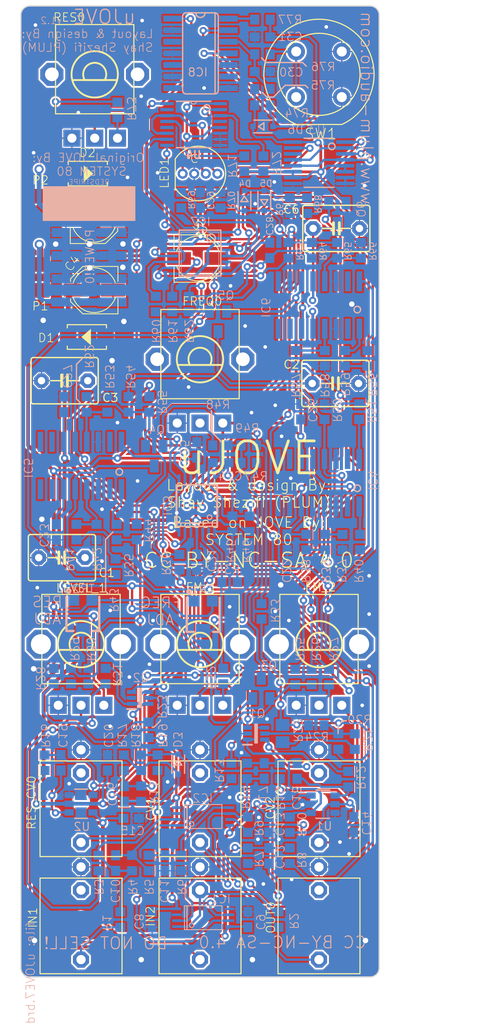
<source format=kicad_pcb>
(kicad_pcb (version 20240108) (generator "pcbnew") (generator_version "8.0")
  (layers (0 "F.Cu" signal) (31 "B.Cu" signal) (34 "B.Paste" user) (35 "F.Paste" user) (36 "B.SilkS" user "B.Silkscreen") (37 "F.SilkS" user "F.Silkscreen") (38 "B.Mask" user) (39 "F.Mask" user) (44 "Edge.Cuts" user))
  (net 0 "")
  (net 1 "GND")
  (net 2 "N$1")
  (net 3 "N$2")
  (net 4 "+12V")
  (net 5 "-12V")
  (net 6 "N$3")
  (net 7 "N$4")
  (net 8 "N$5")
  (net 9 "N$6")
  (net 10 "N$7")
  (net 11 "N$8")
  (net 12 "N$9")
  (net 13 "N$10")
  (net 14 "N$11")
  (net 15 "N$12")
  (net 16 "FREQ_CTRL")
  (net 17 "N$13")
  (net 18 "N$15")
  (net 19 "N$16")
  (net 20 "RES_CTRL")
  (net 21 "N$17")
  (net 22 "N$18")
  (net 23 "N$14")
  (net 24 "N$19")
  (net 25 "N$21")
  (net 26 "SUM1")
  (net 27 "OUT2A")
  (net 28 "OUT2B")
  (net 29 "SWX1")
  (net 30 "SWY2")
  (net 31 "N$22")
  (net 32 "N$23")
  (net 33 "FEEDBACK")
  (net 34 "OUTPUT")
  (net 35 "N$27")
  (net 36 "N$28")
  (net 37 "N$25")
  (net 38 "N$29")
  (net 39 "N$31")
  (net 40 "N$32")
  (net 41 "N$33")
  (net 42 "N$30")
  (net 43 "N$34")
  (net 44 "N$35")
  (net 45 "N$26")
  (net 46 "N$37")
  (net 47 "N$38")
  (net 48 "N$39")
  (net 49 "SUM2")
  (net 50 "OUT4")
  (net 51 "N$36")
  (net 52 "N$40")
  (net 53 "N$41")
  (net 54 "N$45")
  (net 55 "N$43")
  (net 56 "N$42")
  (net 57 "N$44")
  (net 58 "N$46")
  (net 59 "N$48")
  (net 60 "N$47")
  (net 61 "N$49")
  (net 62 "N$50")
  (net 63 "N$51")
  (net 64 "N$52")
  (net 65 "N$53")
  (net 66 "N$54")
  (net 67 "N$55")
  (net 68 "N$56")
  (net 69 "N$57")
  (net 70 "N$58")
  (net 71 "N$59")
  (net 72 "N$60")
  (net 73 "N$61")
  (net 74 "N$62")
  (net 75 "N$63")
  (net 76 "N$64")
  (net 77 "N$65")
  (net 78 "N$68")
  (net 79 "N$70")
  (net 80 "N$72")
  (net 81 "LED_RED")
  (net 82 "LED_BLU")
  (net 83 "LED_GRN")
  (net 84 "N$73")
  (net 85 "N$74")
  (net 86 "FF_Q2")
  (net 87 "FF_Q1")
  (net 88 "N$24")
  (net 89 "N$66")
  (net 90 "N$67")
  (net 91 "N$71")
  (net 92 "N$20")
  (footprint "uJOVE7:OG-POTS_ALPS_POT_VERTICAL" (layer "F.Cu") (at 135.4511 121.7536 180)
    (property "Reference" "LEVEL_1")
    (property "Value" "50k")
  )
  (footprint "uJOVE7:R1206_334" (layer "F.Cu") (at 130.8711 74.0436 90)
    (property "Reference" "P2")
    (property "Value" "4.7R")
  )
  (footprint "uJOVE7:OG-PJ301_WQP_PJ_301M6_NO_HOLE" (layer "F.Cu") (at 135.4511 151.9036 180)
    (property "Reference" "IN1")
    (property "Value" "OG-PJ301_PJ301_THONKICONN" (hide yes))
  )
  (footprint "uJOVE7:C5B5_116" (layer "F.Cu") (at 133.6511 92.8536 180)
    (property "Reference" "C3")
    (property "Value" "330pF")
  )
  (footprint "uJOVE7:PANASONIC_C_348" (layer "F.Cu") (at 136.8711 75.2136)
    (property "Reference" "C7")
    (property "Value" "10uF")
  )
  (footprint "uJOVE7:DO-214AC_467" (layer "F.Cu") (at 136.1911 70.1436)
    (property "Reference" "D2")
    (property "Value" "1N4007")
  )
  (footprint "uJOVE7:C5B5_116" (layer "F.Cu") (at 133.3511 112.2636 180)
    (property "Reference" "C1")
    (property "Value" "330pF")
  )
  (footprint "uJOVE7:R1206_334" (layer "F.Cu") (at 131.0411 81.5236 90)
    (property "Reference" "P1")
    (property "Value" "4.7R")
  )
  (footprint "uJOVE7:OG-PJ301_WQP_PJ_301M6_NO_HOLE" (layer "F.Cu") (at 135.4511 139.0536 180)
    (property "Reference" "RES_CV0")
    (property "Value" "OG-PJ301_PJ301_THONKICONN" (hide yes))
  )
  (footprint "uJOVE7:C5B5_116" (layer "F.Cu") (at 163.3511 93.1536)
    (property "Reference" "C2")
    (property "Value" "330pF")
  )
  (footprint "uJOVE7:D6R" (layer "F.Cu") (at 161.5511 59.2536 90)
    (property "Reference" "SW1")
    (property "Value" "D6R" (hide yes))
  )
  (footprint "uJOVE7:OG-POTS_ALPS_POT_VERTICAL_PS" (layer "F.Cu") (at 136.9511 59.2536 180)
    (property "Reference" "RES0")
    (property "Value" "50k")
  )
  (footprint "uJOVE7:OG-PJ301_WQP_PJ_301M6_NO_HOLE" (layer "F.Cu") (at 148.5011 139.0536 180)
    (property "Reference" "CV1")
    (property "Value" "OG-PJ301_PJ301_THONKICONN" (hide yes))
  )
  (footprint "uJOVE7:OG-PJ301_WQP_PJ_301M6_NO_HOLE" (layer "F.Cu") (at 161.5511 139.0536 180)
    (property "Reference" "CV2")
    (property "Value" "OG-PJ301_PJ301_THONKICONN" (hide yes))
  )
  (footprint "uJOVE7:OG-POTS_ALPS_POT_VERTICAL" (layer "F.Cu") (at 148.5011 121.7536 180)
    (property "Reference" "FM_1")
    (property "Value" "50K")
  )
  (footprint "uJOVE7:C5B5_116" (layer "F.Cu") (at 163.4511 76.1536)
    (property "Reference" "C6")
    (property "Value" "330pF")
  )
  (footprint "uJOVE7:EURORACK8HPPCB-S" (layer "F.Cu") (at 128.3511 158.2536)
    (property "Reference" "PCB1" (hide yes))
    (property "Value" "EURORACK_PCB" (hide yes))
    (fp_line (start 0.5 -105.5) (end 0.5 -1) (stroke (width 0.127)) (layer "Edge.Cuts"))
    (fp_line (start 1.5 0) (end 38.8 0) (stroke (width 0.127)) (layer "Edge.Cuts"))
    (fp_line (start 38.8 -106.5) (end 1.5 -106.5) (stroke (width 0.127)) (layer "Edge.Cuts"))
    (fp_line (start 39.8 -1) (end 39.8 -105.5) (stroke (width 0.127)) (layer "Edge.Cuts"))
    (fp_arc (start 0.5 -105.5) (mid 0.792893 -106.207107) (end 1.5 -106.5) (stroke (width 0.127)) (layer "Edge.Cuts"))
    (fp_arc (start 1.5 0) (mid 0.792893 -0.292893) (end 0.5 -1) (stroke (width 0.127)) (layer "Edge.Cuts"))
    (fp_arc (start 38.8 -106.5) (mid 39.507107 -106.207107) (end 39.8 -105.5) (stroke (width 0.127)) (layer "Edge.Cuts"))
    (fp_arc (start 39.8 -1) (mid 39.507107 -0.292893) (end 38.8 0) (stroke (width 0.127)) (layer "Edge.Cuts"))
  )
  (footprint "uJOVE7:PANASONIC_C_348" (layer "F.Cu") (at 136.9011 82.9236 180)
    (property "Reference" "C4")
    (property "Value" "10uF")
  )
  (footprint "uJOVE7:LED-TRICOLOR-THROUGHHOLE" (layer "F.Cu") (at 148.5011 70.1536)
    (property "Reference" "LED1")
    (property "Value" "LED-TRICOLOR-THROUGHHOLE")
  )
  (footprint "uJOVE7:DO-214AC_467" (layer "F.Cu") (at 136.0911 88.0636 180)
    (property "Reference" "D1")
    (property "Value" "1N4007")
  )
  (footprint "uJOVE7:OG-POTS_ALPS_POT_VERTICAL" (layer "F.Cu") (at 161.5511 121.7536 180)
    (property "Reference" "FM_2")
    (property "Value" "50k")
  )
  (footprint "uJOVE7:PANASONIC_C_348" (layer "F.Cu") (at 148.2511 79.4536)
    (property "Reference" "C5")
    (property "Value" "10uF")
  )
  (footprint "uJOVE7:OG-POTS_ALPS_POT_VERTICAL_PS" (layer "F.Cu") (at 148.5011 90.5036 180)
    (property "Reference" "FREQ0")
    (property "Value" "50k")
  )
  (footprint "uJOVE7:OG-PJ301_WQP_PJ_301M6_NO_HOLE" (layer "F.Cu") (at 148.5011 151.9036 180)
    (property "Reference" "IN2")
    (property "Value" "OG-PJ301_PJ301_THONKICONN" (hide yes))
  )
  (footprint "uJOVE7:OG-PJ301_WQP_PJ_301M6_NO_HOLE" (layer "F.Cu") (at 161.5511 151.9036 180)
    (property "Reference" "OUT0")
    (property "Value" "OG-PJ301_PJ301_THONKICONN" (hide yes))
  )
  (footprint "uJOVE7:SOD323-R_210" (layer "B.Cu") (at 146.1111 134.9136 -90)
    (property "Reference" "D3")
    (property "Value" "1N914BWS")
  )
  (footprint "uJOVE7:R0603_334" (layer "B.Cu") (at 164.3911 90.3936 -90)
    (property "Reference" "R59")
    (property "Value" "18k")
  )
  (footprint "uJOVE7:R0603_334" (layer "B.Cu") (at 166.1511 78.5536 -90)
    (property "Reference" "R66")
    (property "Value" "560")
  )
  (footprint "uJOVE7:C0603_348" (layer "B.Cu") (at 159.1511 135.6536 90)
    (property "Reference" "C18")
    (property "Value" "47pF")
  )
  (footprint "uJOVE7:R0603_334" (layer "B.Cu") (at 137.1511 109.4536 90)
    (property "Reference" "R42")
    (property "Value" "560")
  )
  (footprint "uJOVE7:R0603_334" (layer "B.Cu") (at 145.4511 84.4536 -90)
    (property "Reference" "R61")
    (property "Value" "33k")
  )
  (footprint "uJOVE7:R0603_334" (layer "B.Cu") (at 143.8511 134.7536 90)
    (property "Reference" "R19")
    (property "Value" "100k")
  )
  (footprint "uJOVE7:R0603_334" (layer "B.Cu") (at 132.4511 125.2536 -90)
    (property "Reference" "R28")
    (property "Value" "1.0k")
  )
  (footprint "uJOVE7:OTA_SO16" (layer "B.Cu") (at 135.4411 102.1536 180)
    (property "Reference" "IC5")
    (property "Value" "OTA_LM13700M")
  )
  (footprint "uJOVE7:R0603_334" (layer "B.Cu") (at 141.5511 109.4536 -90)
    (property "Reference" "R44")
    (property "Value" "18k")
  )
  (footprint "uJOVE7:R0603_334" (layer "B.Cu") (at 142.0511 134.7536 -90)
    (property "Reference" "R18")
    (property "Value" "100k")
  )
  (footprint "uJOVE7:R0603_334" (layer "B.Cu") (at 138.1511 125.2536 90)
    (property "Reference" "R31")
    (property "Value" "1.5k")
  )
  (footprint "uJOVE7:C0603_348" (layer "B.Cu") (at 155.5511 135.6536 -90)
    (property "Reference" "C17")
    (property "Value" "4.7pF")
  )
  (footprint "uJOVE7:R0603_334" (layer "B.Cu") (at 160.1511 110.5536 -90)
    (property "Reference" "R38")
    (property "Value" "33k")
  )
  (footprint "uJOVE7:R0603_334" (layer "B.Cu") (at 150.7511 73.0536 -90)
    (property "Reference" "R70")
    (property "Value" "33k")
  )
  (footprint "uJOVE7:C0603_348" (layer "B.Cu") (at 139.2511 145.7536 -90)
    (property "Reference" "C10")
    (property "Value" "22pF")
  )
  (footprint "uJOVE7:C0603_348" (layer "B.Cu") (at 156.1511 78.5536 -90)
    (property "Reference" "C28")
    (property "Value" "4.7pF")
  )
  (footprint "uJOVE7:R0603_334" (layer "B.Cu") (at 158.3511 141.5536 -90)
    (property "Reference" "R10")
    (property "Value" "1.5M")
  )
  (footprint "uJOVE7:2X05_SMT_HEADER" (layer "B.Cu") (at 136.3311 79.1436 -90)
    (property "Reference" "POWER!0")
    (property "Value" "POWER_SIMPLE" (hide yes))
  )
  (footprint "uJOVE7:R0603_334" (layer "B.Cu") (at 151.9511 135.6536 -90)
    (property "Reference" "R13")
    (property "Value" "33k")
  )
  (footprint "uJOVE7:R0603_334" (layer "B.Cu") (at 158.2011 78.5536 -90)
    (property "Reference" "R63")
    (property "Value" "10k")
  )
  (footprint "uJOVE7:SOT23" (layer "B.Cu") (at 155.2211 126.6036 180)
    (property "Reference" "Q3")
    (property "Value" "MMBFJ112MMBFJ112")
  )
  (footprint "uJOVE7:R0603_334" (layer "B.Cu") (at 165.4811 132.4336 -90)
    (property "Reference" "R21")
    (property "Value" "1.8k")
  )
  (footprint "uJOVE7:R0603_334" (layer "B.Cu") (at 165.9511 96.2536 90)
    (property "Reference" "R51")
    (property "Value" "18k")
  )
  (footprint "uJOVE7:C0603_348" (layer "B.Cu") (at 150.7511 101.8536 180)
    (property "Reference" "C24")
    (property "Value" "22pF")
  )
  (footprint "uJOVE7:C0603_348" (layer "B.Cu") (at 133.5511 95.4536 90)
    (property "Reference" "C27")
    (property "Value" "100n")
  )
  (footprint "uJOVE7:R0603_334" (layer "B.Cu") (at 151.0511 125.2536 -90)
    (property "Reference" "R32")
    (property "Value" "100k")
  )
  (footprint "uJOVE7:R0603_334" (layer "B.Cu") (at 139.3511 109.4536 -90)
    (property "Reference" "R43")
    (property "Value" "18k")
  )
  (footprint "uJOVE7:C0603_348" (layer "B.Cu") (at 153.7511 151.9536 90)
    (property "Reference" "C9")
    (property "Value" "100n")
  )
  (footprint "uJOVE7:R0603_334" (layer "B.Cu") (at 153.8511 99.9536 180)
    (property "Reference" "R49")
    (property "Value" "47k")
  )
  (footprint "uJOVE7:C0603_348" (layer "B.Cu") (at 155.3511 55.1536 180)
    (property "Reference" "C31")
    (property "Value" "0.47uF")
  )
  (footprint "uJOVE7:R0603_334" (layer "B.Cu") (at 141.0511 145.7536 90)
    (property "Reference" "R4")
    (property "Value" "47k")
  )
  (footprint "uJOVE7:C0603_348" (layer "B.Cu") (at 159.5511 96.2536 90)
    (property "Reference" "C26")
    (property "Value" "100n")
  )
  (footprint "uJOVE7:C0603_348" (layer "B.Cu") (at 165.3511 141.5536 90)
    (property "Reference" "C14")
    (property "Value" "100n")
  )
  (footprint "uJOVE7:R0603_334" (layer "B.Cu") (at 164.1311 110.5636 90)
    (property "Reference" "R37")
    (property "Value" "560")
  )
  (footprint "uJOVE7:C0603_348" (layer "B.Cu") (at 158.0511 110.5536 90)
    (property "Reference" "C22")
    (property "Value" "100n")
  )
  (footprint "uJOVE7:SOP65P640X120-16N" (layer "B.Cu") (at 147.8011 64.7536 180)
    (property "Reference" "U4")
    (property "Value" "CD4052BPWR")
  )
  (footprint "uJOVE7:C0603_348" (layer "B.Cu") (at 143.2511 151.9536 90)
    (property "Reference" "C8")
    (property "Value" "100n")
  )
  (footprint "uJOVE7:R0603_334" (layer "B.Cu") (at 153.6511 135.6536 90)
    (property "Reference" "R14")
    (property "Value" "100k")
  )
  (footprint "uJOVE7:SOT23" (layer "B.Cu") (at 163.5811 74.4836)
    (property "Reference" "Q6")
    (property "Value" "MMBFJ112MMBFJ112")
  )
  (footprint "uJOVE7:R0603_334" (layer "B.Cu") (at 140.1511 134.7536 90)
    (property "Reference" "R17")
    (property "Value" "100k")
  )
  (footprint "uJOVE7:R0603_334" (layer "B.Cu") (at 155.4511 69.0536 90)
    (property "Reference" "R72")
    (property "Value" "10k")
  )
  (footprint "uJOVE7:R0603_334" (layer "B.Cu") (at 142.8511 131.1536 90)
    (property "Reference" "R23")
    (property "Value" "150k")
  )
  (footprint "uJOVE7:R0603_334" (layer "B.Cu") (at 131.4511 134.7536 90)
    (property "Reference" "R16")
    (property "Value" "1.5M")
  )
  (footprint "uJOVE7:R0603_334" (layer "B.Cu") (at 138.3511 95.4536 -90)
    (property "Reference" "R53")
    (property "Value" "560")
  )
  (footprint "uJOVE7:R0603_334" (layer "B.Cu") (at 139.4511 63.1536 -90)
    (property "Reference" "R73")
    (property "Value" "10k")
  )
  (footprint "uJOVE7:R0603_334" (layer "B.Cu") (at 146.4511 145.7536 90)
    (property "Reference" "R6")
    (property "Value" "8.2k")
  )
  (footprint "uJOVE7:C0603_348" (layer "B.Cu") (at 148.5511 73.0536 90)
    (property "Reference" "C29")
    (property "Value" "33pF")
  )
  (footprint "uJOVE7:SOT23-5" (layer "B.Cu") (at 162.0011 139.3036 -90)
    (property "Reference" "U1")
    (property "Value" "TS321ILT")
  )
  (footprint "uJOVE7:R0603_334" (layer "B.Cu") (at 153.7511 144.9536 -90)
    (property "Reference" "R7")
    (property "Value" "330k")
  )
  (footprint "uJOVE7:R0603_334" (layer "B.Cu") (at 134.3511 125.2536 -90)
    (property "Reference" "R29")
    (property "Value" "110k")
  )
  (footprint "uJOVE7:C0603_348" (layer "B.Cu") (at 144.6511 145.7536 -90)
    (property "Reference" "C11")
    (property "Value" "33pF")
  )
  (footprint "uJOVE7:C0603_348" (layer "B.Cu") (at 156.0511 144.9536 -90)
    (property "Reference" "C12")
    (property "Value" "22pF")
  )
  (footprint "uJOVE7:C0603_348" (layer "B.Cu") (at 148.1511 100.4536 -90)
    (property "Reference" "C25")
    (property "Value" "100n")
  )
  (footprint "uJOVE7:R0603_334" (layer "B.Cu") (at 146.4511 73.0536 90)
    (property "Reference" "R69")
    (property "Value" "100k")
  )
  (footprint "uJOVE7:R0603_334" (layer "B.Cu") (at 140.6511 95.4536 90)
    (property "Reference" "R54")
    (property "Value" "68k")
  )
  (footprint "uJOVE7:TL072_TSSOP8" (layer "B.Cu") (at 148.8511 151.7536 90)
    (property "Reference" "IC1" (hide yes))
    (property "Value" "TL072TL072_TSSOP8" (hide yes))
  )
  (footprint "uJOVE7:R0603_334" (layer "B.Cu") (at 166.8711 90.4036 -90)
    (property "Reference" "R56")
    (property "Value" "18k")
  )
  (footprint "uJOVE7:R0603_334" (layer "B.Cu") (at 142.8511 145.7536 90)
    (property "Reference" "R5")
    (property "Value" "47k")
  )
  (footprint "uJOVE7:R0603_334" (layer "B.Cu") (at 139.2511 113.2536 -90)
    (property "Reference" "R35")
    (property "Value" "56k")
  )
  (footprint "uJOVE7:R0603_334" (layer "B.Cu") (at 155.3511 62.6536)
    (property "Reference" "R74")
    (property "Value" "100k")
  )
  (footprint "uJOVE7:SOD323-R_210" (layer "B.Cu") (at 153.3711 73.1136 -90)
    (property "Reference" "D4")
    (property "Value" "1N914BWS")
  )
  (footprint "uJOVE7:R0805_348" (layer "B.Cu") (at 157.5511 131.5536 90)
    (property "Reference" "R22")
    (property "Value" "10k NTC")
  )
  (footprint "uJOVE7:C0603_348" (layer "B.Cu") (at 133.2511 134.7536 90)
    (property "Reference" "C19")
    (property "Value" "47pF")
  )
  (footprint "uJOVE7:R0603_334" (layer "B.Cu") (at 162.6511 125.3536 -90)
    (property "Reference" "R27")
    (property "Value" "100k")
  )
  (footprint "uJOVE7:SOD323-R_210" (layer "B.Cu") (at 155.5511 73.0936 90)
    (property "Reference" "D5")
    (property "Value" "1N914BWS")
  )
  (footprint "uJOVE7:R0603_334" (layer "B.Cu") (at 152.0511 108.5536 -90)
    (property "Reference" "R45")
    (property "Value" "100k")
  )
  (footprint "uJOVE7:R0603_334" (layer "B.Cu") (at 160.2511 73.6536 90)
    (property "Reference" "R68")
    (property "Value" "47k")
  )
  (footprint "uJOVE7:SO14_80" (layer "B.Cu") (at 148.5511 56.9536 -90)
    (property "Reference" "IC8")
    (property "Value" "40106D")
  )
  (footprint "uJOVE7:SOT23" (layer "B.Cu") (at 150.4811 86.3636)
    (property "Reference" "Q5")
    (property "Value" "MMBFJ112MMBFJ112")
  )
  (footprint "uJOVE7:C0603_348" (layer "B.Cu") (at 140.2011 138.1736 90)
    (property "Reference" "C16")
    (property "Value" "22pF")
  )
  (footprint "uJOVE7:R0603_334" (layer "B.Cu") (at 162.1511 96.2536 -90)
    (property "Reference" "R50")
    (property "Value" "560")
  )
  (footprint "uJOVE7:R0603_334" (layer "B.Cu") (at 143.6511 84.4536 90)
    (property "Reference" "R60")
    (property "Value" "10k")
  )
  (footprint "uJOVE7:C0603_348" (layer "B.Cu") (at 156.0511 141.5536 -90)
    (property "Reference" "C13")
    (property "Value" "100n")
  )
  (footprint "uJOVE7:PW16-M" (layer "B.Cu") (at 161.5511 68.9536 180)
    (property "Reference" "U3")
    (property "Value" "CD4027BPWRPW16-M" (hide yes))
  )
  (footprint "uJOVE7:R0603_334" (layer "B.Cu") (at 147.2511 84.4536 -90)
    (property "Reference" "R62")
    (property "Value" "100k")
  )
  (footprint "uJOVE7:R0603_334" (layer "B.Cu") (at 151.7511 114.9536 180)
    (property "Reference" "R34")
    (property "Value" "100k")
  )
  (footprint "uJOVE7:SOT65P210X110-6N" (layer "B.Cu") (at 141.9411 127.6436)
    (property "Reference" "Q2")
    (property "Value" "BCM857BS")
  )
  (footprint "uJOVE7:R0603_334" (layer "B.Cu") (at 136.0511 95.4536 -90)
    (property "Reference" "R52")
    (property "Value" "68k")
  )
  (footprint "uJOVE7:SOD323-R_210" (layer "B.Cu") (at 155.4111 64.9736)
    (property "Reference" "D6")
    (property "Value" "1N914BWS")
  )
  (footprint "uJOVE7:OTA_SO16" (layer "B.Cu") (at 161.5111 104.0436 180)
    (property "Reference" "IC4")
    (property "Value" "OTA_LM13700M")
  )
  (footprint "uJOVE7:R0603_334" (layer "B.Cu") (at 166.0511 110.5536 -90)
    (property "Reference" "R40")
    (property "Value" "18k")
  )
  (footprint "uJOVE7:R0603_334" (layer "B.Cu") (at 142.9511 95.4536 -90)
    (property "Reference" "R55")
    (property "Value" "33k")
  )
  (footprint "uJOVE7:R0603_334" (layer "B.Cu") (at 164.7511 136.5536 -90)
    (property "Reference" "R12")
    (property "Value" "1.5k")
  )
  (footprint "uJOVE7:R0603_334" (layer "B.Cu") (at 153.8511 101.8536)
    (property "Reference" "R47")
    (property "Value" "200k")
  )
  (footprint "uJOVE7:TC33X-2" (layer "B.Cu") (at 135.6511 118.5536)
    (property "Reference" "TR2")
    (property "Value" "100K")
  )
  (footprint "uJOVE7:R0603_334" (layer "B.Cu") (at 139.7511 151.9536 90)
    (property "Reference" "R1")
    (property "Value" "100k")
  )
  (footprint "uJOVE7:R0603_334" (layer "B.Cu") (at 155.2511 118.1536 90)
    (property "Reference" "R33")
    (property "Value" "4.7k")
  )
  (footprint "uJOVE7:SOT23" (layer "B.Cu") (at 143.4811 101.1236)
    (property "Reference" "Q4")
    (property "Value" "MMBFJ112MMBFJ112")
  )
  (footprint "uJOVE7:OTA_SO16" (layer "B.Cu") (at 161.5411 84.5536 180)
    (property "Reference" "IC6")
    (property "Value" "OTA_LM13700M")
  )
  (footprint "uJOVE7:TL072_TSSOP8" (layer "B.Cu") (at 148.8511 140.6536 90)
    (property "Reference" "IC2" (hide yes))
    (property "Value" "TL072TL072_TSSOP8" (hide yes))
  )
  (footprint "uJOVE7:R0603_334" (layer "B.Cu") (at 161.2511 130.6536 180)
    (property "Reference" "R24")
    (property "Value" "820")
  )
  (footprint "uJOVE7:C0603_348" (layer "B.Cu") (at 140.9511 140.8536)
    (property "Reference" "C15")
    (property "Value" "100n")
  )
  (footprint "uJOVE7:R0603_334" (layer "B.Cu") (at 155.3511 57.0536 180)
    (property "Reference" "R76")
    (property "Value" "330")
  )
  (footprint "uJOVE7:R0603_334" (layer "B.Cu") (at 158.9511 125.3536 90)
    (property "Reference" "R25")
    (property "Value" "270k")
  )
  (footprint "uJOVE7:R0603_334" (layer "B.Cu") (at 150.7511 99.9536 180)
    (property "Reference" "R48")
    (property "Value" "200k")
  )
  (footprint "uJOVE7:C0603_348" (layer "B.Cu") (at 138.3511 134.7536 -90)
    (property "Reference" "C20")
    (property "Value" "100n")
  )
  (footprint "uJOVE7:R0603_334" (layer "B.Cu") (at 162.1811 90.3936 90)
    (property "Reference" "R58")
    (property "Value" "560")
  )
  (footprint "uJOVE7:R0603_334" (layer "B.Cu") (at 137.3511 145.7536 90)
    (property "Reference" "R3")
    (property "Value" "47k")
  )
  (footprint "uJOVE7:R0603_334" (layer "B.Cu") (at 153.3511 69.0536 90)
    (property "Reference" "R71")
    (property "Value" "56k")
  )
  (footprint "uJOVE7:R0603_334" (layer "B.Cu") (at 142.0511 138.1536 -90)
    (property "Reference" "R11")
    (property "Value" "100k")
  )
  (footprint "uJOVE7:R0603_334" (layer "B.Cu") (at 158.3511 144.9536 90)
    (property "Reference" "R8")
    (property "Value" "100k")
  )
  (footprint "uJOVE7:R0603_334" (layer "B.Cu") (at 157.2511 135.6536 90)
    (property "Reference" "R15")
    (property "Value" "33k")
  )
  (footprint "uJOVE7:C0603_348" (layer "B.Cu") (at 148.1511 112.7536 -90)
    (property "Reference" "C21")
    (property "Value" "100n")
  )
  (footprint "uJOVE7:C0603_348" (layer "B.Cu") (at 132.7511 109.4536 90)
    (property "Reference" "C23")
    (property "Value" "100n")
  )
  (footprint "uJOVE7:R0603_334" (layer "B.Cu") (at 155.3511 53.2536)
    (property "Reference" "R77")
    (property "Value" "330")
  )
  (footprint "uJOVE7:R0603_334" (layer "B.Cu") (at 153.7511 141.5536 -90)
    (property "Reference" "R9")
    (property "Value" "100k")
  )
  (footprint "uJOVE7:R0603_334" (layer "B.Cu") (at 134.9511 109.4536 90)
    (property "Reference" "R41")
    (property "Value" "68k")
  )
  (footprint "uJOVE7:R0603_334" (layer "B.Cu") (at 159.0111 90.3936 -90)
    (property "Reference" "R57")
    (property "Value" "68k")
  )
  (footprint "uJOVE7:R0603_334" (layer "B.Cu") (at 157.1011 151.9536 -90)
    (property "Reference" "R2")
    (property "Value" "1.0k")
  )
  (footprint "uJOVE7:R0603_334" (layer "B.Cu") (at 155.3511 60.8536)
    (property "Reference" "R75")
    (property "Value" "33k")
  )
  (footprint "uJOVE7:SOT65P210X110-6N" (layer "B.Cu") (at 154.6511 131.5536)
    (property "Reference" "Q1")
    (property "Value" "BCM857BS")
  )
  (footprint "uJOVE7:TC33X-2" (layer "B.Cu") (at 148.8511 118.6536)
    (property "Reference" "TR1")
    (property "Value" "100K")
  )
  (footprint "uJOVE7:R0603_334" (layer "B.Cu") (at 163.5511 78.5536 -90)
    (property "Reference" "R65")
    (property "Value" "68k")
  )
  (footprint "uJOVE7:TSSOP14" (layer "B.Cu") (at 148.1511 106.5536 180)
    (property "Reference" "IC3")
    (property "Value" "TL074TSSOP14")
  )
  (footprint "uJOVE7:R0603_334" (layer "B.Cu") (at 153.9511 108.5536 90)
    (property "Reference" "R46")
    (property "Value" "680K")
  )
  (footprint "uJOVE7:R0603_334" (layer "B.Cu") (at 163.6711 132.4336 -90)
    (property "Reference" "R20")
    (property "Value" "5.6k")
  )
  (footprint "uJOVE7:SOT23-5" (layer "B.Cu") (at 135.4511 139.2536 90)
    (property "Reference" "U2")
    (property "Value" "TS321ILT")
  )
  (footprint "uJOVE7:R0603_334" (layer "B.Cu") (at 158.3511 73.6536 90)
    (property "Reference" "R67")
    (property "Value" "10k")
  )
  (footprint "uJOVE7:R0603_334" (layer "B.Cu") (at 160.7711 78.5536 90)
    (property "Reference" "R64")
    (property "Value" "100k")
  )
  (footprint "uJOVE7:R0603_334" (layer "B.Cu") (at 146.2511 112.7536 90)
    (property "Reference" "R36")
    (property "Value" "100k")
  )
  (footprint "uJOVE7:R0603_334" (layer "B.Cu") (at 160.7511 125.3536 90)
    (property "Reference" "R26")
    (property "Value" "56k")
  )
  (footprint "uJOVE7:R0603_334" (layer "B.Cu") (at 162.2511 110.5536 90)
    (property "Reference" "R39")
    (property "Value" "68k")
  )
  (footprint "uJOVE7:C0603_348" (layer "B.Cu") (at 155.3511 58.9536)
    (property "Reference" "C30")
    (property "Value" "0.47uF")
  )
  (footprint "uJOVE7:R0603_334" (layer "B.Cu") (at 136.2511 125.2536 -90)
    (property "Reference" "R30")
    (property "Value" "1.0M")
  )
  (footprint "uJOVE7:TSSOP16" (layer "B.Cu") (at 148.5011 78.8536 -90)
    (property "Reference" "IC7")
    (property "Value" "DG409DQDG409DQ-T1-E3")
  )
  (gr_line (start 157.8511 60.4536) (end 160.0511 60.4536) (stroke (width 0.15)) (layer "B.SilkS"))
  (gr_line (start 150.7511 99.4536) (end 150.7511 99.5536) (stroke (width 0.15)) (layer "B.SilkS"))
  (gr_line (start 138.1511 110.2536) (end 138.1511 115.9536) (stroke (width 0.15)) (layer "B.SilkS"))
  (gr_line (start 160.0511 60.4536) (end 160.3511 60.7536) (stroke (width 0.15)) (layer "B.SilkS"))
  (gr_line (start 164.5511 130.1536) (end 164.1511 130.1536) (stroke (width 0.15)) (layer "B.SilkS"))
  (gr_line (start 162.7111 140.8536) (end 161.2111 140.8536) (stroke (width 0.15)) (layer "B.SilkS"))
  (gr_line (start 155.7511 57.9536) (end 159.7511 57.9536) (stroke (width 0.15)) (layer "B.SilkS"))
  (gr_line (start 138.9511 109.4536) (end 138.1511 110.2536) (stroke (width 0.15)) (layer "B.SilkS"))
  (gr_line (start 164.1511 130.1536) (end 163.6511 130.6536) (stroke (width 0.15)) (layer "B.SilkS"))
  (gr_line (start 155.2511 57.4536) (end 155.7511 57.9536) (stroke (width 0.15)) (layer "B.SilkS"))
  (gr_line (start 135.6511 90.3536) (end 134.9511 91.0536) (stroke (width 0.15)) (layer "B.SilkS"))
  (gr_line (start 134.9511 91.0536) (end 134.9511 94.8536) (stroke (width 0.15)) (layer "B.SilkS"))
  (gr_circle (center 165.7511 85.0536) (end 166.111653 85.0536) (stroke (width 0.1524)) (fill none) (layer "B.SilkS"))
  (gr_line (start 136.1511 137.6536) (end 134.7511 137.6536) (stroke (width 0.15)) (layer "B.SilkS"))
  (gr_circle (center 162.9511 67.1536) (end 163.311653 67.1536) (stroke (width 0.1524)) (fill none) (layer "B.SilkS"))
  (gr_line (start 159.7511 57.9536) (end 160.1511 58.3536) (stroke (width 0.15)) (layer "B.SilkS"))
  (gr_line (start 136.1511 140.8536) (end 134.7511 140.8536) (stroke (width 0.15)) (layer "B.SilkS"))
  (gr_line (start 155.3511 61.2536) (end 155.8511 61.7536) (stroke (width 0.15)) (layer "B.SilkS"))
  (gr_line (start 155.8511 61.7536) (end 156.5511 61.7536) (stroke (width 0.15)) (layer "B.SilkS"))
  (gr_line (start 156.5511 61.7536) (end 157.8511 60.4536) (stroke (width 0.15)) (layer "B.SilkS"))
  (gr_circle (center 149.2511 62.9536) (end 149.611653 62.9536) (stroke (width 0.1524)) (fill none) (layer "B.SilkS"))
  (gr_circle (center 139.6511 102.8536) (end 140.011653 102.8536) (stroke (width 0.1524)) (fill none) (layer "B.SilkS"))
  (gr_line (start 149.7511 98.4536) (end 150.7511 99.4536) (stroke (width 0.15)) (layer "B.SilkS"))
  (gr_circle (center 165.7511 104.6536) (end 166.111653 104.6536) (stroke (width 0.1524)) (fill none) (layer "B.SilkS"))
  (gr_line (start 163.6511 130.6536) (end 163.6511 131.5536) (stroke (width 0.15)) (layer "B.SilkS"))
  (gr_line (start 134.9511 94.8536) (end 135.4511 95.3536) (stroke (width 0.15)) (layer "B.SilkS"))
  (gr_line (start 162.7411 137.7536) (end 161.2411 137.7536) (stroke (width 0.15)) (layer "B.SilkS"))
  (gr_line (start 149.7511 96.1536) (end 149.7511 98.4536) (stroke (width 0.15)) (layer "B.SilkS"))
  (gr_line (start 144.1511 130.1536) (end 143.4511 130.8536) (stroke (width 0.15)) (layer "B.SilkS"))
  (gr_line (start 144.1511 130.0536) (end 144.1511 130.1536) (stroke (width 0.15)) (layer "B.SilkS"))
  (gr_line (start 143.4511 130.8536) (end 143.2511 130.8536) (stroke (width 0.15)) (layer "B.SilkS"))
  (gr_line (start 138.1511 115.9536) (end 138.4511 116.2536) (stroke (width 0.15)) (layer "B.SilkS"))
  (gr_text "v1.2" (at 133.3911 53.8036 0) (layer "B.SilkS") (effects (font (size 0.747776 0.747776) (thickness 0.065024)) (justify left bottom mirror)))
  (gr_text "DO NOT SELL!" (at 138.1511 154.5536 0) (layer "B.SilkS") (effects (font (size 1.308608 1.308608) (thickness 0.113792)) (justify mirror)))
  (gr_text "file: uJOVE7.brd" (at 130.4511 152.1536 90) (layer "B.SilkS") (effects (font (size 0.93472 0.93472) (thickness 0.08128)) (justify left bottom mirror)))
  (gr_text "www.plum-audio.com" (at 166.020619 73.620245 270) (layer "B.SilkS") (effects (font (size 1.308608 1.308608) (thickness 0.113792)) (justify left bottom mirror)))
  (gr_text " IC2" (at 149.1511 138.6536 0) (layer "B.SilkS") (effects (font (size 0.93472 0.93472) (thickness 0.08128)) (justify mirror)))
  (gr_text "Original JOVE By:\nSYSTEM 80 " (at 136.2511 69.1536 0) (layer "B.SilkS") (effects (font (size 0.93472 0.93472) (thickness 0.08128)) (justify mirror)))
  (gr_text "RES\nADJ" (at 131.7511 118.0536 0) (layer "B.SilkS") (effects (font (size 1.1684 1.1684) (thickness 0.1016)) (justify mirror)))
  (gr_text "CC BY-NC-SA 4.0" (at 157.5511 154.4536 0) (layer "B.SilkS") (effects (font (size 1.308608 1.308608) (thickness 0.113792)) (justify mirror)))
  (gr_text "Layout & design By:\nShay Shezifi (PLUM)" (at 136.1511 55.5536 0) (layer "B.SilkS") (effects (font (size 0.93472 0.93472) (thickness 0.08128)) (justify mirror)))
  (gr_text "FREQ\nADJ" (at 144.1511 118.1536 0) (layer "B.SilkS") (effects (font (size 1.1684 1.1684) (thickness 0.1016)) (justify mirror)))
  (gr_text "uJOVE" (at 141.5511 53.8536 0) (layer "B.SilkS") (effects (font (size 1.542288 1.542288) (thickness 0.134112)) (justify left bottom mirror)))
  (gr_text " IC1" (at 152.6511 150.2536 0) (layer "B.SilkS") (effects (font (size 0.93472 0.93472) (thickness 0.08128)) (justify left bottom mirror)))
  (gr_text "uJOVE" (at 153.8511 101.3536 0) (layer "F.SilkS") (effects (font (size 3.5052 3.5052) (thickness 0.3048))))
  (gr_text "" (at 150.4511 59.1536 318.1) (layer "F.SilkS") (effects (font (size 1.542288 1.542288) (thickness 0.134112))))
  (gr_text "Based on JOVE By:\nSYSTEM 80" (at 153.8511 109.3536 0) (layer "F.SilkS") (effects (font (size 1.1684 1.1684) (thickness 0.1016))))
  (gr_text "Layout & design By:\nShay Shezifi (PLUM)" (at 153.8511 105.2536 0) (layer "F.SilkS") (effects (font (size 1.1684 1.1684) (thickness 0.1016))))
  (gr_text "C" (at 147.3511 69.0536 0) (layer "F.SilkS") (effects (font (size 0.93472 0.93472) (thickness 0.08128)) (justify left bottom)))
  (gr_text "CC BY-NC-SA 4.0" (at 153.8511 112.5536 0) (layer "F.SilkS") (effects (font (size 1.63576 1.63576) (thickness 0.14224))))
  (via (at 154.2511 156.3536) (size 1.0064) (drill 0.6) (layers "F.Cu" "B.Cu") (net 1))
  (via (at 148.9511 60.7536) (size 0.8064) (drill 0.4) (layers "F.Cu" "B.Cu") (net 1))
  (via (at 167.0511 114.2536) (size 0.8064) (drill 0.4) (layers "F.Cu" "B.Cu") (net 1))
  (via (at 132.6711 77.8736) (size 1.0064) (drill 0.6) (layers "F.Cu" "B.Cu") (net 1))
  (via (at 156.7511 95.5536) (size 0.8064) (drill 0.4) (layers "F.Cu" "B.Cu") (net 1))
  (via (at 137.7511 106.9536) (size 0.8064) (drill 0.4) (layers "F.Cu" "B.Cu") (net 1))
  (via (at 151.8511 82.4536) (size 0.8064) (drill 0.4) (layers "F.Cu" "B.Cu") (net 1))
  (via (at 138.6511 118.0536) (size 0.8064) (drill 0.4) (layers "F.Cu" "B.Cu") (net 1))
  (via (at 155.6511 89.1536) (size 0.8064) (drill 0.4) (layers "F.Cu" "B.Cu") (net 1))
  (via (at 158.2511 119.1536) (size 0.8064) (drill 0.4) (layers "F.Cu" "B.Cu") (net 1))
  (via (at 153.4511 86.8536) (size 0.8064) (drill 0.4) (layers "F.Cu" "B.Cu") (net 1))
  (via (at 131.1511 108.0536) (size 1.0064) (drill 0.6) (layers "F.Cu" "B.Cu") (net 1))
  (via (at 144.9511 136.8536) (size 0.8064) (drill 0.4) (layers "F.Cu" "B.Cu") (net 1))
  (via (at 154.9511 140.7536) (size 0.8064) (drill 0.4) (layers "F.Cu" "B.Cu") (net 1))
  (via (at 142.0511 156.3536) (size 1.0064) (drill 0.6) (layers "F.Cu" "B.Cu") (net 1))
  (via (at 130.2511 67.8536) (size 0.8064) (drill 0.4) (layers "F.Cu" "B.Cu") (net 1))
  (via (at 151.7511 138.5536) (size 0.8064) (drill 0.4) (layers "F.Cu" "B.Cu") (net 1))
  (via (at 138.8511 90.6536) (size 1.0064) (drill 0.6) (layers "F.Cu" "B.Cu") (net 1))
  (via (at 142.0511 61.6536) (size 0.8064) (drill 0.4) (layers "F.Cu" "B.Cu") (net 1))
  (via (at 156.6511 71.0536) (size 0.8064) (drill 0.4) (layers "F.Cu" "B.Cu") (net 1))
  (via (at 167.0511 124.1536) (size 0.8064) (drill 0.4) (layers "F.Cu" "B.Cu") (net 1))
  (via (at 153.0511 133.6536) (size 0.8064) (drill 0.4) (layers "F.Cu" "B.Cu") (net 1))
  (via (at 138.6511 130.7536) (size 0.8064) (drill 0.4) (layers "F.Cu" "B.Cu") (net 1))
  (via (at 157.1511 143.1536) (size 0.8064) (drill 0.4) (layers "F.Cu" "B.Cu") (net 1))
  (via (at 166.5511 71.4536) (size 0.8064) (drill 0.4) (layers "F.Cu" "B.Cu") (net 1))
  (via (at 136.3711 77.8836) (size 1.0064) (drill 0.6) (layers "F.Cu" "B.Cu") (net 1))
  (via (at 164.8511 144.7536) (size 0.8064) (drill 0.4) (layers "F.Cu" "B.Cu") (net 1))
  (via (at 134.1511 137.0536) (size 0.8064) (drill 0.4) (layers "F.Cu" "B.Cu") (net 1))
  (via (at 154.5511 73.4536) (size 0.8064) (drill 0.4) (layers "F.Cu" "B.Cu") (net 1))
  (via (at 130.3511 154.2536) (size 1.0064) (drill 0.6) (layers "F.Cu" "B.Cu") (net 1))
  (via (at 151.7511 117.6536) (size 0.8064) (drill 0.4) (layers "F.Cu" "B.Cu") (net 1))
  (via (at 140.1511 86.3536) (size 1.0064) (drill 0.6) (layers "F.Cu" "B.Cu") (net 1))
  (via (at 159.7511 139.3536) (size 0.8064) (drill 0.4) (layers "F.Cu" "B.Cu") (net 1))
  (via (at 140.0511 77.8536) (size 1.0064) (drill 0.6) (layers "F.Cu" "B.Cu") (net 1))
  (via (at 142.9511 123.9536) (size 0.8064) (drill 0.4) (layers "F.Cu" "B.Cu") (net 1))
  (via (at 130.4511 53.8536) (size 0.8064) (drill 0.4) (layers "F.Cu" "B.Cu") (net 1))
  (via (at 145.9511 107.3536) (size 0.8064) (drill 0.4) (layers "F.Cu" "B.Cu") (net 1))
  (via (at 166.2911 128.4636) (size 0.8064) (drill 0.4) (layers "F.Cu" "B.Cu") (net 1))
  (via (at 154.1511 96.3536) (size 0.8064) (drill 0.4) (layers "F.Cu" "B.Cu") (net 1))
  (via (at 130.2511 124.4536) (size 1.0064) (drill 0.6) (layers "F.Cu" "B.Cu") (net 1))
  (via (at 141.6511 103.8536) (size 0.8064) (drill 0.4) (layers "F.Cu" "B.Cu") (net 1))
  (via (at 155.4511 148.0536) (size 0.8064) (drill 0.4) (layers "F.Cu" "B.Cu") (net 1))
  (via (at 140.0311 80.4136) (size 1.0064) (drill 0.6) (layers "F.Cu" "B.Cu") (net 1))
  (via (at 131.3011 86.2336) (size 1.0064) (drill 0.6) (layers "F.Cu" "B.Cu") (net 1))
  (via (at 137.7511 112.6536) (size 0.8064) (drill 0.4) (layers "F.Cu" "B.Cu") (net 1))
  (via (at 130.6511 115.5536) (size 0.8064) (drill 0.4) (layers "F.Cu" "B.Cu") (net 1))
  (via (at 150.1511 107.3536) (size 0.8064) (drill 0.4) (layers "F.Cu" "B.Cu") (net 1))
  (via (at 167.0511 118.4536) (size 0.8064) (drill 0.4) (layers "F.Cu" "B.Cu") (net 1))
  (via (at 158.5511 147.5536) (size 0.8064) (drill 0.4) (layers "F.Cu" "B.Cu") (net 1))
  (via (at 136.4011 80.4836) (size 1.0064) (drill 0.6) (layers "F.Cu" "B.Cu") (net 1))
  (via (at 155.8511 129.9536) (size 0.8064) (drill 0.4) (layers "F.Cu" "B.Cu") (net 1))
  (via (at 140.5511 70.5536) (size 0.8064) (drill 0.4) (layers "F.Cu" "B.Cu") (net 1))
  (via (at 147.2511 93.5536) (size 0.8064) (drill 0.4) (layers "F.Cu" "B.Cu") (net 1))
  (via (at 165.1511 84.4536) (size 1.0064) (drill 0.6) (layers "F.Cu" "B.Cu") (net 1))
  (via (at 149.4711 112.2836) (size 0.8064) (drill 0.4) (layers "F.Cu" "B.Cu") (net 1))
  (via (at 157.3511 115.2536) (size 1.0064) (drill 0.6) (layers "F.Cu" "B.Cu") (net 1))
  (via (at 166.6511 154.2536) (size 1.0064) (drill 0.6) (layers "F.Cu" "B.Cu") (net 1))
  (via (at 139.4511 97.4536) (size 0.8064) (drill 0.4) (layers "F.Cu" "B.Cu") (net 1))
  (via (at 140.7511 125.3536) (size 0.8064) (drill 0.4) (layers "F.Cu" "B.Cu") (net 1))
  (via (at 143.3511 119.1536) (size 0.8064) (drill 0.4) (layers "F.Cu" "B.Cu") (net 1))
  (via (at 154.8511 143.1536) (size 0.8064) (drill 0.4) (layers "F.Cu" "B.Cu") (net 1))
  (via (at 157.4511 98.9536) (size 0.8064) (drill 0.4) (layers "F.Cu" "B.Cu") (net 1))
  (via (at 158.4511 103.5536) (size 0.8064) (drill 0.4) (layers "F.Cu" "B.Cu") (net 1))
  (via (at 135.1511 63.4536) (size 0.8064) (drill 0.4) (layers "F.Cu" "B.Cu") (net 1))
  (via (at 163.8511 143.4536) (size 0.8064) (drill 0.4) (layers "F.Cu" "B.Cu") (net 1))
  (via (at 142.1511 53.3536) (size 0.8064) (drill 0.4) (layers "F.Cu" "B.Cu") (net 1))
  (via (at 143.8511 70.0536) (size 0.8064) (drill 0.4) (layers "F.Cu" "B.Cu") (net 1))
  (via (at 162.3511 54.0536) (size 0.8064) (drill 0.4) (layers "F.Cu" "B.Cu") (net 1))
  (via (at 156.7511 118.1536) (size 0.8064) (drill 0.4) (layers "F.Cu" "B.Cu") (net 1))
  (segment (start 133.7911 81.6836) (end 138.8711 81.6836) (width 0.8128) (layer "B.Cu") (net 1))
  (segment (start 138.8711 81.6836) (end 138.8711 79.1436) (width 0.8128) (layer "B.Cu") (net 1))
  (segment (start 133.7911 79.1436) (end 133.7911 81.6836) (width 0.8128) (layer "B.Cu") (net 1))
  (segment (start 133.7911 76.6036) (end 138.8711 76.6036) (width 0.8128) (layer "B.Cu") (net 1))
  (segment (start 133.7911 76.6036) (end 133.7911 79.1436) (width 0.8128) (layer "B.Cu") (net 1))
  (segment (start 164.4213 71.2286) (end 164.4213 70.578597) (width 0.254) (layer "B.Cu") (net 1))
  (segment (start 133.7911 79.1436) (end 138.8711 79.1436) (width 0.8128) (layer "B.Cu") (net 1))
  (segment (start 138.8711 76.6036) (end 138.8711 79.1436) (width 0.8128) (layer "B.Cu") (net 1))
  (segment (start 130.8711 77.8936) (end 131.0411 78.0636) (width 0.508) (layer "F.Cu") (net 2))
  (segment (start 131.0411 78.0636) (end 131.0411 80.1016) (width 0.508) (layer "F.Cu") (net 2))
  (via (at 130.8711 77.8936) (size 1.0064) (drill 0.6) (layers "F.Cu" "B.Cu") (net 2))
  (segment (start 133.7211 84.1536) (end 133.7911 84.2236) (width 0.508) (layer "B.Cu") (net 2))
  (segment (start 131.3511 84.1536) (end 133.7211 84.1536) (width 0.508) (layer "B.Cu") (net 2))
  (segment (start 130.8711 83.6736) (end 131.3511 84.1536) (width 0.508) (layer "B.Cu") (net 2))
  (segment (start 133.7911 84.2236) (end 138.8711 84.2236) (width 0.8128) (layer "B.Cu") (net 2))
  (segment (start 130.8711 77.8936) (end 130.8711 83.6736) (width 0.508) (layer "B.Cu") (net 2))
  (segment (start 130.8511 69.6536) (end 130.8511 72.6236) (width 0.508) (layer "F.Cu") (net 3))
  (segment (start 130.8511 72.6236) (end 130.8711 72.6216) (width 0.508) (layer "F.Cu") (net 3))
  (via (at 130.8511 69.6536) (size 1.0064) (drill 0.6) (layers "F.Cu" "B.Cu") (net 3))
  (segment (start 133.7011 74.1536) (end 131.5511 74.1536) (width 0.508) (layer "B.Cu") (net 3))
  (segment (start 133.7911 74.0636) (end 133.7011 74.1536) (width 0.508) (layer "B.Cu") (net 3))
  (segment (start 130.8511 73.4536) (end 130.8511 69.6536) (width 0.508) (layer "B.Cu") (net 3))
  (segment (start 133.7911 74.0636) (end 138.8711 74.0636) (width 0.8128) (layer "B.Cu") (net 3))
  (segment (start 131.5511 74.1536) (end 130.8511 73.4536) (width 0.508) (layer "B.Cu") (net 3))
  (segment (start 134.8511 120.0536) (end 134.8511 123.6536) (width 0.4064) (layer "F.Cu") (net 4))
  (segment (start 150.5511 149.1536) (end 150.5511 143.6536) (width 0.4064) (layer "F.Cu") (net 4))
  (segment (start 131.3511 127.1536) (end 131.3511 140.1536) (width 0.4064) (layer "F.Cu") (net 4))
  (segment (start 159.0285 83.791) (end 159.0111 83.7736) (width 0.254) (layer "F.Cu") (net 4))
  (segment (start 158.1011 97.5036) (end 159.5511 98.9536) (width 0.3048) (layer "F.Cu") (net 4))
  (segment (start 134.0491 83.7256) (end 134.0491 88.0636) (width 0.508) (layer "F.Cu") (net 4))
  (segment (start 159.5511 98.9536) (end 159.5511 95.146625) (width 0.3048) (layer "F.Cu") (net 4))
  (segment (start 159.5511 95.146625) (end 159.0431 94.638625) (width 0.3048) (layer "F.Cu") (net 4))
  (segment (start 159.0431 83.8056) (end 159.0285 83.791) (width 0.3048) (layer "F.Cu") (net 4))
  (segment (start 142.6511 77.1536) (end 142.6511 63.0536) (width 0.3048) (layer "F.Cu") (net 4))
  (segment (start 134.8511 82.9236) (end 134.0491 83.7256) (width 0.508) (layer "F.Cu") (net 4))
  (segment (start 147.5511 53.2536) (end 147.4511 53.1536) (width 0.254) (layer "F.Cu") (net 4))
  (segment (start 151.7511 142.4536) (end 154.7511 139.4536) (width 0.4064) (layer "F.Cu") (net 4))
  (segment (start 133.6511 88.4616) (end 133.6511 101.3536) (width 0.4064) (layer "F.Cu") (net 4))
  (segment (start 134.847018 82.919519) (end 131.0411 82.9456) (width 0.508) (layer "F.Cu") (net 4))
  (segment (start 134.8511 123.6536) (end 131.3511 127.1536) (width 0.4064) (layer "F.Cu") (net 4))
  (segment (start 134.0491 88.0636) (end 133.6511 88.4616) (width 0.4064) (layer "F.Cu") (net 4))
  (segment (start 161.7511 69.9536) (end 161.7511 67.0536) (width 0.3048) (layer "F.Cu") (net 4))
  (segment (start 152.8336 69.9536) (end 148.5511 74.2361) (width 0.3048) (layer "F.Cu") (net 4))
  (segment (start 132.5511 141.3536) (end 137.8511 141.3536) (width 0.4064) (layer "F.Cu") (net 4))
  (segment (start 133.6511 115.3536) (end 133.6511 118.8536) (width 0.4064) (layer "F.Cu") (net 4))
  (segment (start 142.6511 78.3536) (end 142.6511 77.1536) (width 0.3048) (layer "F.Cu") (net 4))
  (segment (start 133.6511 101.3536) (end 140.4511 108.1536) (width 0.4064) (layer "F.Cu") (net 4))
  (segment (start 151.2511 149.8536) (end 151.2511 153.7536) (width 0.4064) (layer "F.Cu") (net 4))
  (segment (start 148.5511 77.0536) (end 142.7511 77.0536) (width 0.3048) (layer "F.Cu") (net 4))
  (segment (start 134.8511 82.9236) (end 134.8511 80.1536) (width 0.3048) (layer "F.Cu") (net 4))
  (segment (start 134.8511 82.9236) (end 134.847018 82.919519) (width 0.508) (layer "F.Cu") (net 4))
  (segment (start 151.0011 97.5036) (end 158.1011 97.5036) (width 0.3048) (layer "F.Cu") (net 4))
  (segment (start 141.8511 79.1536) (end 135.8511 79.1536) (width 0.3048) (layer "F.Cu") (net 4))
  (segment (start 134.8511 80.1536) (end 135.8511 79.1536) (width 0.3048) (layer "F.Cu") (net 4))
  (segment (start 151.0011 97.5036) (end 151.0011 101.8536) (width 0.3048) (layer "F.Cu") (net 4))
  (segment (start 161.7511 69.9536) (end 152.8336 69.9536) (width 0.3048) (layer "F.Cu") (net 4))
  (segment (start 141.8511 79.1536) (end 142.6511 78.3536) (width 0.3048) (layer "F.Cu") (net 4))
  (segment (start 161.7511 67.0536) (end 161.4511 66.7536) (width 0.3048) (layer "F.Cu") (net 4))
  (segment (start 142.6511 63.0536) (end 143.2511 62.4536) (width 0.3048) (layer "F.Cu") (net 4))
  (segment (start 131.3511 140.1536) (end 132.5511 141.3536) (width 0.4064) (layer "F.Cu") (net 4))
  (segment (start 141.0511 117.8536) (end 141.0511 115.3536) (width 0.254) (layer "F.Cu") (net 4))
  (segment (start 137.8511 141.3536) (end 137.8511 152.1536) (width 0.4064) (layer "F.Cu") (net 4))
  (segment (start 137.8511 152.1536) (end 139.4511 153.7536) (width 0.4064) (layer "F.Cu") (net 4))
  (segment (start 150.5511 143.6536) (end 151.7511 142.4536) (width 0.4064) (layer "F.Cu") (net 4))
  (segment (start 148.0511 104.8036) (end 148.0511 108.1536) (width 0.3048) (layer "F.Cu") (net 4))
  (segment (start 150.5511 149.1536) (end 151.2511 149.8536) (width 0.4064) (layer "F.Cu") (net 4))
  (segment (start 147.5511 59.1536) (end 147.5511 53.2536) (width 0.254) (layer "F.Cu") (net 4))
  (segment (start 159.0431 94.638625) (end 159.0431 83.8056) (width 0.3048) (layer "F.Cu") (net 4))
  (segment (start 148.5511 74.2361) (end 148.5511 77.0536) (width 0.3048) (layer "F.Cu") (net 4))
  (segment (start 154.7511 139.4536) (end 154.7511 139.2536) (width 0.4064) (layer "F.Cu") (net 4))
  (segment (start 142.7511 77.0536) (end 142.6511 77.1536) (width 0.3048) (layer "F.Cu") (net 4))
  (segment (start 133.6511 101.3536) (end 133.6511 115.3536) (width 0.4064) (layer "F.Cu") (net 4))
  (segment (start 139.4511 153.7536) (end 151.2511 153.7536) (width 0.4064) (layer "F.Cu") (net 4))
  (segment (start 140.4511 108.1536) (end 148.0511 108.1536) (width 0.4064) (layer "F.Cu") (net 4))
  (segment (start 143.2511 62.4536) (end 144.2511 62.4536) (width 0.254) (layer "F.Cu") (net 4))
  (segment (start 144.2511 62.4536) (end 147.5511 59.1536) (width 0.254) (layer "F.Cu") (net 4))
  (segment (start 151.0011 101.8536) (end 148.0511 104.8036) (width 0.3048) (layer "F.Cu") (net 4))
  (segment (start 133.6511 118.8536) (end 134.8511 120.0536) (width 0.4064) (layer "F.Cu") (net 4))
  (via (at 148.0511 108.1536) (size 0.8064) (drill 0.4) (layers "F.Cu" "B.Cu") (net 4))
  (via (at 159.5511 98.9536) (size 0.8064) (drill 0.4) (layers "F.Cu" "B.Cu") (net 4))
  (via (at 141.0511 117.8536) (size 0.8064) (drill 0.4) (layers "F.Cu" "B.Cu") (net 4))
  (via (at 148.5511 77.0536) (size 0.8064) (drill 0.4) (layers "F.Cu" "B.Cu") (net 4))
  (via (at 159.0111 83.7736) (size 0.8064) (drill 0.4) (layers "F.Cu" "B.Cu") (net 4))
  (via (at 147.4511 53.1536) (size 0.8064) (drill 0.4) (layers "F.Cu" "B.Cu") (net 4))
  (via (at 133.6511 101.3536) (size 0.8064) (drill 0.4) (layers "F.Cu" "B.Cu") (net 4))
  (via (at 151.7511 142.4536) (size 0.8064) (drill 0.4) (layers "F.Cu" "B.Cu") (net 4))
  (via (at 141.0511 115.3536) (size 0.8064) (drill 0.4) (layers "F.Cu" "B.Cu") (net 4))
  (via (at 143.2511 62.4536) (size 0.8064) (drill 0.4) (layers "F.Cu" "B.Cu") (net 4))
  (via (at 161.7511 69.9536) (size 0.8064) (drill 0.4) (layers "F.Cu" "B.Cu") (net 4))
  (via (at 137.8511 141.3536) (size 0.8064) (drill 0.4) (layers "F.Cu" "B.Cu") (net 4))
  (via (at 151.2511 153.7536) (size 0.8064) (drill 0.4) (layers "F.Cu" "B.Cu") (net 4))
  (via (at 154.7511 139.2536) (size 0.8064) (drill 0.4) (layers "F.Cu" "B.Cu") (net 4))
  (via (at 133.6511 115.3536) (size 0.8064) (drill 0.4) (layers "F.Cu" "B.Cu") (net 4))
  (via (at 161.4511 66.7536) (size 0.8064) (drill 0.4) (layers "F.Cu" "B.Cu") (net 4))
  (segment (start 151.2511 153.2464) (end 151.7689 152.7286) (width 0.254) (layer "B.Cu") (net 4))
  (segment (start 158.6809 69.9286) (end 155.4761 69.9286) (width 0.254) (layer "B.Cu") (net 4))
  (segment (start 159.0111 83.7736) (end 159.0111 83.5936) (width 0.3048) (layer "B.Cu") (net 4))
  (segment (start 162.426103 69.278597) (end 161.7511 69.9536) (width 0.254) (layer "B.Cu") (net 4))
  (segment (start 133.5511 96.3036) (end 133.5511 99.5386) (width 0.254) (layer "B.Cu") (net 4))
  (segment (start 148.2511 108.1536) (end 148.1511 108.2536) (width 0.254) (layer "B.Cu") (net 4))
  (segment (start 154.3111 65.8136) (end 154.3111 65.0536) (width 0.254) (layer "B.Cu") (net 4))
  (segment (start 161.7511 70.6036) (end 161.7511 69.9536) (width 0.254) (layer "B.Cu") (net 4))
  (segment (start 133.5361 99.5536) (end 133.6511 99.6686) (width 0.254) (layer "B.Cu") (net 4))
  (segment (start 141.0511 117.8536) (end 143.8511 117.8536) (width 0.254) (layer "B.Cu") (net 4))
  (segment (start 164.5311 73.3836) (end 161.7511 70.6036) (width 0.254) (layer "B.Cu") (net 4))
  (segment (start 151.7689 152.7286) (end 153.6761 152.7286) (width 0.254) (layer "B.Cu") (net 4))
  (segment (start 154.3111 65.8136) (end 154.6511 66.1536) (width 0.254) (layer "B.Cu") (net 4))
  (segment (start 152.716831 108.6242) (end 151.2217 108.6242) (width 0.254) (layer "B.Cu") (net 4))
  (segment (start 160.8511 69.9536) (end 160.2511 70.5536) (width 0.254) (layer "B.Cu") (net 4))
  (segment (start 133.6511 115.9286) (end 133.6511 115.3536) (width 0.254) (layer "B.Cu") (net 4))
  (segment (start 147.4511 53.1536) (end 145.4877 53.1536) (width 0.254) (layer "B.Cu") (net 4))
  (segment (start 161.7511 69.9536) (end 160.8511 69.9536) (width 0.254) (layer "B.Cu") (net 4))
  (segment (start 150.7511 108.1536) (end 148.2511 108.1536) (width 0.254) (layer "B.Cu") (net 4))
  (segment (start 137.8511 141.2976) (end 136.7571 140.2036) (width 0.254) (layer "B.Cu") (net 4))
  (segment (start 159.0111 83.7736) (end 157.5211 85.2636) (width 0.3048) (layer "B.Cu") (net 4))
  (segment (start 154.7511 139.4036) (end 156.0511 140.7036) (width 0.254) (layer "B.Cu") (net 4))
  (segment (start 160.2511 70.5536) (end 158.6809 70.5536) (width 0.254) (layer "B.Cu") (net 4))
  (segment (start 147.8511 117.0286) (end 147.0333 116.2108) (width 0.254) (layer "B.Cu") (net 4))
  (segment (start 159.5511 98.9536) (end 159.5511 97.1036) (width 0.254) (layer "B.Cu") (net 4))
  (segment (start 153.496231 109.4036) (end 152.716831 108.6242) (width 0.254) (layer "B.Cu") (net 4))
  (segment (start 164.4213 69.9286) (end 164.4213 69.278597) (width 0.254) (layer "B.Cu") (net 4))
  (segment (start 137.8511 141.3536) (end 137.8511 141.2976) (width 0.254) (layer "B.Cu") (net 4))
  (segment (start 159.6361 82.9686) (end 159.6361 81.9536) (width 0.3048) (layer "B.Cu") (net 4))
  (segment (start 156.4261 66.1536) (end 156.9511 66.6786) (width 0.254) (layer "B.Cu") (net 4))
  (segment (start 158.5511 139.2536) (end 159.4511 138.3536) (width 0.254) (layer "B.Cu") (net 4))
  (segment (start 159.5511 98.9536) (end 159.6061 99.0086) (width 0.254) (layer "B.Cu") (net 4))
  (segment (start 151.7689 141.6286) (end 151.7689 142.4358) (width 0.254) (layer "B.Cu") (net 4))
  (segment (start 148.1511 108.2536) (end 148.0511 108.1536) (width 0.254) (layer "B.Cu") (net 4))
  (segment (start 148.5511 77.0536) (end 147.7261 77.8786) (width 0.3048) (layer "B.Cu") (net 4))
  (segment (start 148.1511 109.4714) (end 148.1511 111.9036) (width 0.254) (layer "B.Cu") (net 4))
  (segment (start 159.4511 138.3536) (end 160.6951 138.3536) (width 0.254) (layer "B.Cu") (net 4))
  (segment (start 151.504518 130.3536) (end 150.1511 130.3536) (width 0.254) (layer "B.Cu") (net 4))
  (segment (start 143.361718 116.2108) (end 142.504518 115.3536) (width 0.254) (layer "B.Cu") (net 4))
  (segment (start 155.4511 69.9036) (end 155.4761 69.9286) (width 0.254) (layer "B.Cu") (net 4))
  (segment (start 148.1511 109.4714) (end 148.1511 108.2536) (width 0.254) (layer "B.Cu") (net 4))
  (segment (start 140.1011 140.8536) (end 138.3511 140.8536) (width 0.254) (layer "B.Cu") (net 4))
  (segment (start 156.9511 66.6786) (end 158.6809 66.6786) (width 0.254) (layer "B.Cu") (net 4))
  (segment (start 161.4511 66.7536) (end 161.3761 66.6786) (width 0.254) (layer "B.Cu") (net 4))
  (segment (start 148.7261 77.2286) (end 151.4189 77.2286) (width 0.3048) (layer "B.Cu") (net 4))
  (segment (start 154.2711 127.7036) (end 154.154518 127.7036) (width 0.254) (layer "B.Cu") (net 4))
  (segment (start 151.2217 108.6242) (end 150.7511 108.1536) (width 0.254) (layer "B.Cu") (net 4))
  (segment (start 153.6761 152.7286) (end 153.7511 152.8036) (width 0.254) (layer "B.Cu") (net 4))
  (segment (start 158.6809 70.5536) (end 158.6809 69.9286) (width 0.254) (layer "B.Cu") (net 4))
  (segment (start 143.2511 62.4536) (end 144.8661 62.4536) (width 0.254) (layer "B.Cu") (net 4))
  (segment (start 151.7689 142.4358) (end 151.7511 142.4536) (width 0.254) (layer "B.Cu") (net 4))
  (segment (start 149.7511 129.9536) (end 150.1511 130.3536) (width 0.254) (layer "B.Cu") (net 4))
  (segment (start 154.3111 65.0536) (end 154.3111 64.9736) (width 0.254) (layer "B.Cu") (net 4))
  (segment (start 142.504518 115.3536) (end 141.0511 115.3536) (width 0.254) (layer "B.Cu") (net 4))
  (segment (start 158.6809 70.5786) (end 158.6809 70.5536) (width 0.254) (layer "B.Cu") (net 4))
  (segment (start 154.6511 66.1536) (end 156.4261 66.1536) (width 0.254) (layer "B.Cu") (net 4))
  (segment (start 164.346296 69.3536) (end 164.4213 69.278597) (width 0.254) (layer "B.Cu") (net 4))
  (segment (start 153.3511 69.9036) (end 155.4511 69.9036) (width 0.254) (layer "B.Cu") (net 4))
  (segment (start 151.2511 153.7536) (end 151.2511 153.2464) (width 0.254) (layer "B.Cu") (net 4))
  (segment (start 154.7511 139.2536) (end 154.7511 139.4036) (width 0.254) (layer "B.Cu") (net 4))
  (segment (start 164.4213 69.278597) (end 162.426103 69.278597) (width 0.254) (layer "B.Cu") (net 4))
  (segment (start 147.7261 77.8786) (end 145.5833 77.8786) (width 0.3048) (layer "B.Cu") (net 4))
  (segment (start 149.1511 95.6536) (end 151.0011 97.5036) (width 0.254) (layer "B.Cu") (net 4))
  (segment (start 141.0511 115.3536) (end 133.6511 115.3536) (width 0.254) (layer "B.Cu") (net 4))
  (segment (start 157.5211 85.2636) (end 151.4311 85.2636) (width 0.3048) (layer "B.Cu") (net 4))
  (segment (start 153.9511 109.4036) (end 153.496231 109.4036) (width 0.254) (layer "B.Cu") (net 4))
  (segment (start 134.6511 116.9286) (end 133.6511 115.9286) (width 0.254) (layer "B.Cu") (net 4))
  (segment (start 144.8661 62.4536) (end 144.8801 62.4676) (width 0.254) (layer "B.Cu") (net 4))
  (segment (start 133.5511 99.5386) (end 133.5361 99.5536) (width 0.254) (layer "B.Cu") (net 4))
  (segment (start 154.5011 62.6536) (end 154.5011 64.8636) (width 0.254) (layer "B.Cu") (net 4))
  (segment (start 145.4677 53.1536) (end 145.4777 53.1436) (width 0.3048) (layer "B.Cu") (net 4))
  (segment (start 161.3761 66.6786) (end 158.6809 66.6786) (width 0.254) (layer "B.Cu") (net 4))
  (segment (start 159.0111 83.5936) (end 159.6361 82.9686) (width 0.3048) (layer "B.Cu") (net 4))
  (segment (start 154.5011 64.8636) (end 154.3111 65.0536) (width 0.254) (layer "B.Cu") (net 4))
  (segment (start 143.8511 117.8536) (end 149.7511 123.7536) (width 0.254) (layer "B.Cu") (net 4))
  (segment (start 158.5511 139.2536) (end 154.7511 139.2536) (width 0.254) (layer "B.Cu") (net 4))
  (segment (start 147.0333 116.2108) (end 143.361718 116.2108) (width 0.254) (layer "B.Cu") (net 4))
  (segment (start 137.8511 141.3536) (end 138.3511 140.8536) (width 0.254) (layer "B.Cu") (net 4))
  (segment (start 144.4311 96.7536) (end 145.5311 95.6536) (width 0.254) (layer "B.Cu") (net 4))
  (segment (start 133.6511 99.6686) (end 133.6511 101.3536) (width 0.254) (layer "B.Cu") (net 4))
  (segment (start 145.4877 53.1536) (end 145.4777 53.1436) (width 0.254) (layer "B.Cu") (net 4))
  (segment (start 149.7511 123.7536) (end 149.7511 129.9536) (width 0.254) (layer "B.Cu") (net 4))
  (segment (start 154.5011 60.8536) (end 154.5011 62.6536) (width 0.254) (layer "B.Cu") (net 4))
  (segment (start 145.5311 95.6536) (end 149.1511 95.6536) (width 0.254) (layer "B.Cu") (net 4))
  (segment (start 144.4311 100.0236) (end 144.4311 96.7536) (width 0.254) (layer "B.Cu") (net 4))
  (segment (start 154.154518 127.7036) (end 151.504518 130.3536) (width 0.254) (layer "B.Cu") (net 4))
  (segment (start 159.6061 99.0086) (end 159.6061 101.4436) (width 0.3048) (layer "B.Cu") (net 4))
  (segment (start 148.5511 77.0536) (end 148.7261 77.2286) (width 0.3048) (layer "B.Cu") (net 4))
  (segment (start 155.434643 76.7179) (end 154.333743 77.8188) (width 0.3048) (layer "F.Cu") (net 5))
  (segment (start 159.7765 84.8282) (end 159.7511 84.8536) (width 0.3048) (layer "F.Cu") (net 5))
  (segment (start 134.1491 70.1436) (end 132.6511 68.6456) (width 0.254) (layer "F.Cu") (net 5))
  (segment (start 145.4511 149.5536) (end 145.4511 141.5536) (width 0.3048) (layer "F.Cu") (net 5))
  (segment (start 130.5511 126.7536) (end 130.5511 139.2536) (width 0.4064) (layer "F.Cu") (net 5))
  (segment (start 133.9511 120.6536) (end 133.9511 123.3536) (width 0.4064) (layer "F.Cu") (net 5))
  (segment (start 141.0011 95.3036) (end 142.9511 93.3536) (width 0.3048) (layer "F.Cu") (net 5))
  (segment (start 159.7765 75.343082) (end 159.7765 84.8282) (width 0.3048) (layer "F.Cu") (net 5))
  (segment (start 146.2511 101.3536) (end 139.4511 101.3536) (width 0.3048) (layer "F.Cu") (net 5))
  (segment (start 159.5765 85.0282) (end 159.7511 84.8536) (width 0.3048) (layer "F.Cu") (net 5))
  (segment (start 134.8211 75.2136) (end 134.1211 74.5136) (width 0.508) (layer "F.Cu") (net 5))
  (segment (start 137.8511 139.2536) (end 145.2511 139.2536) (width 0.4064) (layer "F.Cu") (net 5))
  (segment (start 160.7511 103.5536) (end 159.6511 104.6536) (width 0.3048) (layer "F.Cu") (net 5))
  (segment (start 146.7511 101.8536) (end 146.2511 101.3536) (width 0.3048) (layer "F.Cu") (net 5))
  (segment (start 145.4511 141.5536) (end 145.9511 141.0536) (width 0.3048) (layer "F.Cu") (net 5))
  (segment (start 132.4511 102.7536) (end 132.4511 117.6536) (width 0.4064) (layer "F.Cu") (net 5))
  (segment (start 157.2511 137.6536) (end 146.8511 137.6536) (width 0.3048) (layer "F.Cu") (net 5))
  (segment (start 154.333743 77.8188) (end 153.3859 77.8188) (width 0.3048) (layer "F.Cu") (net 5))
  (segment (start 158.169618 73.7362) (end 156.252043 73.7362) (width 0.3048) (layer "F.Cu") (net 5))
  (segment (start 133.9511 123.3536) (end 130.5511 126.7536) (width 0.4064) (layer "F.Cu") (net 5))
  (segment (start 146.8511 137.6536) (end 145.9011 138.6036) (width 0.3048) (layer "F.Cu") (net 5))
  (segment (start 129.6455 99.948) (end 132.4511 102.7536) (width 0.4064) (layer "F.Cu") (net 5))
  (segment (start 145.2511 139.2536) (end 145.9011 138.6036) (width 0.4064) (layer "F.Cu") (net 5))
  (segment (start 160.7511 95.6282) (end 160.7511 103.5536) (width 0.3048) (layer "F.Cu") (net 5))
  (segment (start 129.6455 76.67086) (end 129.6455 99.948) (width 0.4064) (layer "F.Cu") (net 5))
  (segment (start 149.6091 105.5536) (end 158.7511 105.5536) (width 0.3048) (layer "F.Cu") (net 5))
  (segment (start 157.3511 137.7536) (end 157.2511 137.6536) (width 0.3048) (layer "F.Cu") (net 5))
  (segment (start 130.8711 75.4656) (end 129.6455 76.67086) (width 0.4064) (layer "F.Cu") (net 5))
  (segment (start 156.252043 73.7362) (end 155.434643 74.5536) (width 0.3048) (layer "F.Cu") (net 5))
  (segment (start 145.9511 138.6536) (end 145.9011 138.6036) (width 0.3048) (layer "F.Cu") (net 5))
  (segment (start 132.6511 68.6456) (end 132.6511 62.2536) (width 0.254) (layer "F.Cu") (net 5))
  (segment (start 141.0011 99.8036) (end 141.0011 95.3036) (width 0.3048) (layer "F.Cu") (net 5))
  (segment (start 144.2511 132.0536) (end 145.9011 133.7036) (width 0.254) (layer "F.Cu") (net 5))
  (segment (start 132.4511 117.6536) (end 132.4511 119.1536) (width 0.4064) (layer "F.Cu") (net 5))
  (segment (start 130.8711 75.4656) (end 131.120106 75.2136) (width 0.508) (layer "F.Cu") (net 5))
  (segment (start 131.120106 75.2136) (end 134.8211 75.2136) (width 0.508) (layer "F.Cu") (net 5))
  (segment (start 145.9011 133.7036) (end 145.9011 138.6036) (width 0.254) (layer "F.Cu") (net 5))
  (segment (start 142.9511 93.3536) (end 141.9295 94.3752) (width 0.3048) (layer "F.Cu") (net 5))
  (segment (start 155.434643 74.5536) (end 155.434643 76.7179) (width 0.3048) (layer "F.Cu") (net 5))
  (segment (start 163.5511 137.7536) (end 164.9511 139.1536) (width 0.3048) (layer "F.Cu") (net 5))
  (segment (start 163.5511 137.7536) (end 157.3511 137.7536) (width 0.3048) (layer "F.Cu") (net 5))
  (segment (start 159.5765 94.4536) (end 159.5765 85.0282) (width 0.3048) (layer "F.Cu") (net 5))
  (segment (start 153.3859 77.8188) (end 152.8511 78.3536) (width 0.3048) (layer "F.Cu") (net 5))
  (segment (start 160.7511 95.6282) (end 159.5765 94.4536) (width 0.3048) (layer "F.Cu") (net 5))
  (segment (start 139.4511 101.3536) (end 141.0011 99.8036) (width 0.3048) (layer "F.Cu") (net 5))
  (segment (start 145.9511 141.0536) (end 145.9511 138.6536) (width 0.3048) (layer "F.Cu") (net 5))
  (segment (start 134.1491 70.1436) (end 134.1211 70.1716) (width 0.508) (layer "F.Cu") (net 5))
  (segment (start 132.4511 119.1536) (end 133.9511 120.6536) (width 0.4064) (layer "F.Cu") (net 5))
  (segment (start 158.7511 105.5536) (end 159.6511 104.6536) (width 0.3048) (layer "F.Cu") (net 5))
  (segment (start 158.169618 73.7362) (end 159.7765 75.343082) (width 0.3048) (layer "F.Cu") (net 5))
  (segment (start 134.1211 70.1716) (end 134.1211 74.5136) (width 0.508) (layer "F.Cu") (net 5))
  (via (at 145.9011 138.6036) (size 0.8064) (drill 0.4) (layers "F.Cu" "B.Cu") (net 5))
  (via (at 164.9511 139.1536) (size 0.8064) (drill 0.4) (layers "F.Cu" "B.Cu") (net 5))
  (via (at 132.6511 62.2536) (size 0.8064) (drill 0.4) (layers "F.Cu" "B.Cu") (net 5))
  (via (at 159.7511 84.8536) (size 0.8064) (drill 0.4) (layers "F.Cu" "B.Cu") (net 5))
  (via (at 144.2511 132.0536) (size 0.8064) (drill 0.4) (layers "F.Cu" "B.Cu") (net 5))
  (via (at 152.8511 78.3536) (size 0.8064) (drill 0.4) (layers "F.Cu" "B.Cu") (net 5))
  (via (at 146.7511 101.8536) (size 0.8064) (drill 0.4) (layers "F.Cu" "B.Cu") (net 5))
  (via (at 130.5511 139.2536) (size 0.8064) (drill 0.4) (layers "F.Cu" "B.Cu") (net 5))
  (via (at 145.4511 149.5536) (size 0.8064) (drill 0.4) (layers "F.Cu" "B.Cu") (net 5))
  (via (at 137.8511 139.2536) (size 0.8064) (drill 0.4) (layers "F.Cu" "B.Cu") (net 5))
  (via (at 149.6091 105.5536) (size 0.8064) (drill 0.4) (layers "F.Cu" "B.Cu") (net 5))
  (via (at 159.6511 104.6536) (size 0.8064) (drill 0.4) (layers "F.Cu" "B.Cu") (net 5))
  (via (at 139.4511 101.3536) (size 0.8064) (drill 0.4) (layers "F.Cu" "B.Cu") (net 5))
  (via (at 132.4511 102.7536) (size 0.8064) (drill 0.4) (layers "F.Cu" "B.Cu") (net 5))
  (via (at 142.9511 93.3536) (size 0.8064) (drill 0.4) (layers "F.Cu" "B.Cu") (net 5))
  (via (at 157.3511 137.7536) (size 0.8064) (drill 0.4) (layers "F.Cu" "B.Cu") (net 5))
  (via (at 132.4511 117.6536) (size 0.8064) (drill 0.4) (layers "F.Cu" "B.Cu") (net 5))
  (segment (start 145.4511 82.3536) (end 145.4511 83.6036) (width 0.3048) (layer "B.Cu") (net 5))
  (segment (start 148.1511 103.6358) (end 148.1511 101.4536) (width 0.254) (layer "B.Cu") (net 5))
  (segment (start 131.4511 135.6036) (end 131.4511 136.1536) (width 0.254) (layer "B.Cu") (net 5))
  (segment (start 132.9886 118.1911) (end 132.4511 117.6536) (width 0.254) (layer "B.Cu") (net 5))
  (segment (start 147.5439 81.7536) (end 146.0511 81.7536) (width 0.3048) (layer "B.Cu") (net 5))
  (segment (start 157.2511 136.5036) (end 157.2511 137.6536) (width 0.254) (layer "B.Cu") (net 5))
  (segment (start 146.0511 81.7536) (end 145.4511 82.3536) (width 0.3048) (layer "B.Cu") (net 5))
  (segment (start 136.6511 116.9286) (end 144.9261 116.9286) (width 0.254) (layer "B.Cu") (net 5))
  (segment (start 133.5361 103.8386) (end 133.5361 104.7536) (width 0.254) (layer "B.Cu") (net 5))
  (segment (start 142.9011 93.4036) (end 142.9011 94.6036) (width 0.254) (layer "B.Cu") (net 5))
  (segment (start 133.5361 106.7686) (end 132.7511 107.5536) (width 0.254) (layer "B.Cu") (net 5))
  (segment (start 137.4686 101.3536) (end 139.4511 101.3536) (width 0.3048) (layer "B.Cu") (net 5))
  (segment (start 142.9011 132.0536) (end 144.2511 132.0536) (width 0.254) (layer "B.Cu") (net 5))
  (segment (start 159.6511 104.6536) (end 159.6061 104.6986) (width 0.3048) (layer "B.Cu") (net 5))
  (segment (start 164.9511 139.1536) (end 164.8011 139.3036) (width 0.254) (layer "B.Cu") (net 5))
  (segment (start 148.1511 101.3036) (end 148.4011 101.5536) (width 0.3048) (layer "B.Cu") (net 5))
  (segment (start 148.1511 104.0956) (end 149.6091 105.5536) (width 0.3048) (layer "B.Cu") (net 5))
  (segment (start 165.3511 140.7036) (end 165.3511 139.5536) (width 0.254) (layer "B.Cu") (net 5))
  (segment (start 142.9511 93.3536) (end 142.9011 93.4036) (width 0.254) (layer "B.Cu") (net 5))
  (segment (start 149.8511 118.1536) (end 149.8511 117.0286) (width 0.254) (layer "B.Cu") (net 5))
  (segment (start 151.4189 77.8786) (end 150.0261 77.8786) (width 0.3048) (layer "B.Cu") (net 5))
  (segment (start 131.4511 136.1536) (end 130.5511 137.0536) (width 0.254) (layer "B.Cu") (net 5))
  (segment (start 147.1511 101.4536) (end 148.1511 101.4536) (width 0.3048) (layer "B.Cu") (net 5))
  (segment (start 149.3511 78.5536) (end 149.3511 79.9464) (width 0.3048) (layer "B.Cu") (net 5))
  (segment (start 142.8511 132.3536) (end 142.8511 132.0036) (width 0.254) (layer "B.Cu") (net 5))
  (segment (start 135.15985 102.46235) (end 136.35985 102.46235) (width 0.3048) (layer "B.Cu") (net 5))
  (segment (start 138.3511 135.6036) (end 138.3511 136.7536) (width 0.254) (layer "B.Cu") (net 5))
  (segment (start 142.9011 94.6036) (end 142.9511 94.6036) (width 0.254) (layer "B.Cu") (net 5))
  (segment (start 136.35985 102.46235) (end 137.4686 101.3536) (width 0.3048) (layer "B.Cu") (net 5))
  (segment (start 149.3511 118.6536) (end 149.8511 118.1536) (width 0.254) (layer "B.Cu") (net 5))
  (segment (start 162.0511 140.8536) (end 162.0511 139.8536) (width 0.254) (layer "B.Cu") (net 5))
  (segment (start 130.5511 137.0536) (end 130.5511 139.2536) (width 0.254) (layer "B.Cu") (net 5))
  (segment (start 148.1511 101.4536) (end 148.1511 101.3036) (width 0.254) (layer "B.Cu") (net 5))
  (segment (start 137.8511 139.2536) (end 137.8511 137.2536) (width 0.254) (layer "B.Cu") (net 5))
  (segment (start 146.6511 118.6536) (end 149.3511 118.6536) (width 0.254) (layer "B.Cu") (net 5))
  (segment (start 150.0261 77.8786) (end 149.3511 78.5536) (width 0.3048) (layer "B.Cu") (net 5))
  (segment (start 158.3511 142.4036) (end 160.5011 142.4036) (width 0.254) (layer "B.Cu") (net 5))
  (segment (start 159.6061 106.6436) (end 159.6061 107.9986) (width 0.254) (layer "B.Cu") (net 5))
  (segment (start 158.0511 109.5536) (end 158.0511 109.7036) (width 0.254) (layer "B.Cu") (net 5))
  (segment (start 132.7511 107.5536) (end 132.7511 108.6036) (width 0.254) (layer "B.Cu") (net 5))
  (segment (start 146.7511 101.8536) (end 147.1511 101.4536) (width 0.3048) (layer "B.Cu") (net 5))
  (segment (start 136.6511 116.9286) (end 135.3886 118.1911) (width 0.254) (layer "B.Cu") (net 5))
  (segment (start 145.9333 150.0358) (end 145.9333 150.7786) (width 0.3048) (layer "B.Cu") (net 5))
  (segment (start 152.8511 78.3536) (end 152.3761 77.8786) (width 0.3048) (layer "B.Cu") (net 5))
  (segment (start 137.8511 137.2536) (end 138.3511 136.7536) (width 0.254) (layer "B.Cu") (net 5))
  (segment (start 144.9261 116.9286) (end 146.6511 118.6536) (width 0.254) (layer "B.Cu") (net 5))
  (segment (start 135.3886 118.1911) (end 132.9886 118.1911) (width 0.254) (layer "B.Cu") (net 5))
  (segment (start 159.6061 107.9986) (end 158.0511 109.5536) (width 0.254) (layer "B.Cu") (net 5))
  (segment (start 145.9333 139.6786) (end 145.9333 138.6358) (width 0.254) (layer "B.Cu") (net 5))
  (segment (start 133.5361 104.7536) (end 133.5361 106.7686) (width 0.254) (layer "B.Cu") (net 5))
  (segment (start 160.1511 109.7036) (end 158.0511 109.7036) (width 0.254) (layer "B.Cu") (net 5))
  (segment (start 162.0511 139.8536) (end 162.6011 139.3036) (width 0.254) (layer "B.Cu") (net 5))
  (segment (start 157.3511 137.7536) (end 157.2511 137.6536) (width 0.254) (layer "B.Cu") (net 5))
  (segment (start 159.6361 87.1536) (end 159.7511 87.0386) (width 0.3048) (layer "B.Cu") (net 5))
  (segment (start 134.95985 102.66235) (end 135.15985 102.46235) (width 0.3048) (layer "B.Cu") (net 5))
  (segment (start 145.9333 138.6358) (end 145.9011 138.6036) (width 0.254) (layer "B.Cu") (net 5))
  (segment (start 160.5011 142.4036) (end 162.0511 140.8536) (width 0.254) (layer "B.Cu") (net 5))
  (segment (start 134.1451 139.2536) (end 130.5511 139.2536) (width 0.4064) (layer "B.Cu") (net 5))
  (segment (start 142.8511 132.0036) (end 142.9011 132.0536) (width 0.254) (layer "B.Cu") (net 5))
  (segment (start 148.1511 103.6358) (end 148.1511 104.0956) (width 0.3048) (layer "B.Cu") (net 5))
  (segment (start 132.4511 102.7536) (end 133.5361 103.8386) (width 0.254) (layer "B.Cu") (net 5))
  (segment (start 159.7511 87.0386) (end 159.7511 84.8536) (width 0.3048) (layer "B.Cu") (net 5))
  (segment (start 145.4511 149.5536) (end 145.9333 150.0358) (width 0.3048) (layer "B.Cu") (net 5))
  (segment (start 143.3761 150.7786) (end 143.2511 151.1036) (width 0.254) (layer "B.Cu") (net 5))
  (segment (start 134.95985 102.66235) (end 132.54235 102.66235) (width 0.3048) (layer "B.Cu") (net 5))
  (segment (start 149.3511 79.9464) (end 147.5439 81.7536) (width 0.3048) (layer "B.Cu") (net 5))
  (segment (start 145.9333 150.7786) (end 143.3761 150.7786) (width 0.254) (layer "B.Cu") (net 5))
  (segment (start 159.6061 104.6986) (end 159.6061 107.1536) (width 0.3048) (layer "B.Cu") (net 5))
  (segment (start 138.3511 135.6036) (end 138.3261 135.6286) (width 0.4064) (layer "B.Cu") (net 5))
  (segment (start 132.54235 102.66235) (end 132.4511 102.7536) (width 0.3048) (layer "B.Cu") (net 5))
  (segment (start 165.3511 139.5536) (end 164.9511 139.1536) (width 0.254) (layer "B.Cu") (net 5))
  (segment (start 139.4011 62.2536) (end 139.4511 62.3036) (width 0.254) (layer "B.Cu") (net 5))
  (segment (start 132.6511 62.2536) (end 139.4011 62.2536) (width 0.254) (layer "B.Cu") (net 5))
  (segment (start 159.6061 106.6436) (end 159.6061 107.1536) (width 0.254) (layer "B.Cu") (net 5))
  (segment (start 134.1451 139.2536) (end 137.8511 139.2536) (width 0.4064) (layer "B.Cu") (net 5))
  (segment (start 162.6011 139.3036) (end 163.3071 139.3036) (width 0.254) (layer "B.Cu") (net 5))
  (segment (start 152.3761 77.8786) (end 151.4189 77.8786) (width 0.3048) (layer "B.Cu") (net 5))
  (segment (start 164.8011 139.3036) (end 163.3071 139.3036) (width 0.254) (layer "B.Cu") (net 5))
  (segment (start 135.4511 155.1536) (end 137.8011 152.8036) (width 0.254) (layer "B.Cu") (net 6))
  (segment (start 137.8011 152.8036) (end 139.7511 152.8036) (width 0.254) (layer "B.Cu") (net 6))
  (segment (start 135.4511 156.3486) (end 135.4511 155.1536) (width 0.254) (layer "B.Cu") (net 6))
  (segment (start 137.9939 143.5108) (end 141.4939 143.5108) (width 0.254) (layer "B.Cu") (net 7))
  (segment (start 144.0261 140.9786) (end 145.9333 140.9786) (width 0.254) (layer "B.Cu") (net 7))
  (segment (start 137.3511 144.1536) (end 137.3511 144.9036) (width 0.254) (layer "B.Cu") (net 7))
  (segment (start 137.9939 143.5108) (end 137.3511 144.1536) (width 0.254) (layer "B.Cu") (net 7))
  (segment (start 139.7511 147.9036) (end 139.7511 151.1036) (width 0.254) (layer "B.Cu") (net 7))
  (segment (start 141.0511 146.6036) (end 139.7511 147.9036) (width 0.254) (layer "B.Cu") (net 7))
  (segment (start 141.0511 146.6036) (end 139.2511 146.6036) (width 0.254) (layer "B.Cu") (net 7))
  (segment (start 139.0511 146.6036) (end 137.3511 144.9036) (width 0.254) (layer "B.Cu") (net 7))
  (segment (start 141.4939 143.5108) (end 144.0261 140.9786) (width 0.254) (layer "B.Cu") (net 7))
  (segment (start 139.2511 146.6036) (end 139.0511 146.6036) (width 0.254) (layer "B.Cu") (net 7))
  (segment (start 133.2511 123.0536) (end 133.2511 120.8536) (width 0.254) (layer "F.Cu") (net 8))
  (segment (start 136.8511 118.6536) (end 136.8511 125.6536) (width 0.254) (layer "F.Cu") (net 8))
  (segment (start 129.8511 152.3536) (end 129.8511 126.4536) (width 0.254) (layer "F.Cu") (net 8))
  (segment (start 133.2511 120.8536) (end 131.2511 118.8536) (width 0.254) (layer "F.Cu") (net 8))
  (segment (start 146.6061 154.4536) (end 131.9511 154.4536) (width 0.254) (layer "F.Cu") (net 8))
  (segment (start 148.5011 156.3486) (end 146.6061 154.4536) (width 0.254) (layer "F.Cu") (net 8))
  (segment (start 136.8511 125.6536) (end 137.9511 126.7536) (width 0.254) (layer "F.Cu") (net 8))
  (segment (start 129.8511 126.4536) (end 133.2511 123.0536) (width 0.254) (layer "F.Cu") (net 8))
  (segment (start 137.9511 126.7536) (end 137.9511 128.4536) (width 0.254) (layer "F.Cu") (net 8))
  (segment (start 131.9511 154.4536) (end 129.8511 152.3536) (width 0.254) (layer "F.Cu") (net 8))
  (via (at 136.8511 118.6536) (size 0.8064) (drill 0.4) (layers "F.Cu" "B.Cu") (net 8))
  (via (at 131.2511 118.8536) (size 0.8064) (drill 0.4) (layers "F.Cu" "B.Cu") (net 8))
  (segment (start 136.8511 118.6536) (end 131.4511 118.6536) (width 0.254) (layer "B.Cu") (net 8))
  (segment (start 131.4511 118.6536) (end 131.2511 118.8536) (width 0.254) (layer "B.Cu") (net 8))
  (segment (start 132.904518 131.1536) (end 132.3511 131.1536) (width 0.254) (layer "F.Cu") (net 9))
  (segment (start 135.2083 129.9964) (end 134.061718 129.9964) (width 0.254) (layer "F.Cu") (net 9))
  (segment (start 135.4511 129.7536) (end 135.2083 129.9964) (width 0.254) (layer "F.Cu") (net 9))
  (segment (start 134.061718 129.9964) (end 132.904518 131.1536) (width 0.254) (layer "F.Cu") (net 9))
  (segment (start 135.4511 128.4536) (end 135.4511 129.7536) (width 0.254) (layer "F.Cu") (net 9))
  (via (at 132.3511 131.1536) (size 0.8064) (drill 0.4) (layers "F.Cu" "B.Cu") (net 9))
  (segment (start 137.3511 149.7536) (end 136.4511 150.6536) (width 0.254) (layer "B.Cu") (net 9))
  (segment (start 136.4511 150.6536) (end 132.2496 150.6536) (width 0.254) (layer "B.Cu") (net 9))
  (segment (start 132.3511 131.1536) (end 131.7496 131.1536) (width 0.254) (layer "B.Cu") (net 9))
  (segment (start 131.7496 131.1536) (end 129.5496 133.3536) (width 0.254) (layer "B.Cu") (net 9))
  (segment (start 129.5496 147.9536) (end 129.5496 133.3536) (width 0.254) (layer "B.Cu") (net 9))
  (segment (start 137.3511 146.6036) (end 137.2511 146.7036) (width 0.254) (layer "B.Cu") (net 9))
  (segment (start 132.2496 150.6536) (end 129.5496 147.9536) (width 0.254) (layer "B.Cu") (net 9))
  (segment (start 137.3511 146.6036) (end 137.3511 149.7536) (width 0.254) (layer "B.Cu") (net 9))
  (segment (start 141.0511 144.9036) (end 139.2511 144.9036) (width 0.254) (layer "B.Cu") (net 10))
  (segment (start 151.9511 136.5036) (end 146.8261 141.6286) (width 0.254) (layer "B.Cu") (net 10))
  (segment (start 146.8261 141.6286) (end 145.9333 141.6286) (width 0.254) (layer "B.Cu") (net 10))
  (segment (start 141.419262 144.6786) (end 141.2761 144.6786) (width 0.254) (layer "B.Cu") (net 10))
  (segment (start 141.0511 144.600182) (end 141.0511 144.9036) (width 0.254) (layer "B.Cu") (net 10))
  (segment (start 141.2761 144.6786) (end 141.0511 144.9036) (width 0.254) (layer "B.Cu") (net 10))
  (segment (start 144.022681 141.6286) (end 141.0511 144.600182) (width 0.254) (layer "B.Cu") (net 10))
  (segment (start 145.9333 141.6286) (end 144.022681 141.6286) (width 0.254) (layer "B.Cu") (net 10))
  (segment (start 142.8511 146.6036) (end 141.1511 144.9036) (width 0.254) (layer "B.Cu") (net 10))
  (segment (start 141.1511 144.9036) (end 141.0511 144.9036) (width 0.254) (layer "B.Cu") (net 10))
  (segment (start 149.979518 139.6786) (end 146.4511 143.207019) (width 0.254) (layer "B.Cu") (net 11))
  (segment (start 151.7689 139.6786) (end 149.979518 139.6786) (width 0.254) (layer "B.Cu") (net 11))
  (segment (start 142.8511 144.9036) (end 144.6511 144.9036) (width 0.254) (layer "B.Cu") (net 11))
  (segment (start 144.6511 144.9036) (end 146.4511 144.9036) (width 0.254) (layer "B.Cu") (net 11))
  (segment (start 146.4511 143.207019) (end 146.4511 144.9036) (width 0.254) (layer "B.Cu") (net 11))
  (segment (start 166.2511 130.2536) (end 165.6011 129.6036) (width 0.254) (layer "F.Cu") (net 12))
  (segment (start 163.4511 144.8536) (end 166.2511 142.0536) (width 0.254) (layer "F.Cu") (net 12))
  (segment (start 160.3511 144.8536) (end 163.4511 144.8536) (width 0.254) (layer "F.Cu") (net 12))
  (segment (start 159.6511 141.7536) (end 159.6511 144.1536) (width 0.254) (layer "F.Cu") (net 12))
  (segment (start 165.6011 125.0036) (end 156.3511 115.7536) (width 0.254) (layer "F.Cu") (net 12))
  (segment (start 159.8511 141.5536) (end 159.6511 141.7536) (width 0.254) (layer "F.Cu") (net 12))
  (segment (start 165.6011 129.6036) (end 165.6011 125.0036) (width 0.254) (layer "F.Cu") (net 12))
  (segment (start 159.6511 144.1536) (end 160.3511 144.8536) (width 0.254) (layer "F.Cu") (net 12))
  (segment (start 156.3511 115.7536) (end 149.5511 115.7536) (width 0.254) (layer "F.Cu") (net 12))
  (segment (start 166.2511 142.0536) (end 166.2511 130.2536) (width 0.254) (layer "F.Cu") (net 12))
  (via (at 149.5511 115.7536) (size 0.8064) (drill 0.4) (layers "F.Cu" "B.Cu") (net 12))
  (via (at 159.8511 141.5536) (size 0.8064) (drill 0.4) (layers "F.Cu" "B.Cu") (net 12))
  (segment (start 153.7511 142.4036) (end 153.9011 142.4036) (width 0.254) (layer "B.Cu") (net 12))
  (segment (start 138.4511 111.6036) (end 138.4511 109.9536) (width 0.254) (layer "B.Cu") (net 12))
  (segment (start 143.5511 115.7536) (end 140.1261 112.3286) (width 0.254) (layer "B.Cu") (net 12))
  (segment (start 140.1261 112.3286) (end 139.1761 112.3286) (width 0.254) (layer "B.Cu") (net 12))
  (segment (start 152.3261 140.9786) (end 151.7689 140.9786) (width 0.254) (layer "B.Cu") (net 12))
  (segment (start 138.4511 109.9536) (end 137.9511 109.4536) (width 0.254) (layer "B.Cu") (net 12))
  (segment (start 139.2511 112.4036) (end 138.4511 111.6036) (width 0.254) (layer "B.Cu") (net 12))
  (segment (start 135.457743 110.3036) (end 134.9511 110.3036) (width 0.254) (layer "B.Cu") (net 12))
  (segment (start 139.1761 112.3286) (end 139.2511 112.4036) (width 0.254) (layer "B.Cu") (net 12))
  (segment (start 137.9511 109.4536) (end 136.307743 109.4536) (width 0.254) (layer "B.Cu") (net 12))
  (segment (start 136.307743 109.4536) (end 135.457743 110.3036) (width 0.254) (layer "B.Cu") (net 12))
  (segment (start 153.7511 142.4036) (end 152.3261 140.9786) (width 0.254) (layer "B.Cu") (net 12))
  (segment (start 153.9011 142.4036) (end 154.7511 141.5536) (width 0.254) (layer "B.Cu") (net 12))
  (segment (start 154.7511 141.5536) (end 159.8511 141.5536) (width 0.254) (layer "B.Cu") (net 12))
  (segment (start 149.5511 115.7536) (end 143.5511 115.7536) (width 0.254) (layer "B.Cu") (net 12))
  (segment (start 166.0583 126.3536) (end 166.9939 127.2892) (width 0.254) (layer "F.Cu") (net 13))
  (segment (start 160.92439 119.626891) (end 160.92439 119.68031) (width 0.254) (layer "F.Cu") (net 13))
  (segment (start 160.92439 119.68031) (end 166.0583 124.814219) (width 0.254) (layer "F.Cu") (net 13))
  (segment (start 162.461718 150.0964) (end 156.1113 150.0964) (width 0.254) (layer "F.Cu") (net 13))
  (segment (start 166.0583 124.814219) (end 166.0583 126.3536) (width 0.254) (layer "F.Cu") (net 13))
  (segment (start 156.1113 150.0964) (end 154.0511 148.0362) (width 0.254) (layer "F.Cu") (net 13))
  (segment (start 162.0939 111.8108) (end 158.0511 115.8536) (width 0.254) (layer "F.Cu") (net 13))
  (segment (start 166.9939 145.564219) (end 166.9939 127.2892) (width 0.254) (layer "F.Cu") (net 13))
  (segment (start 164.9511 104.907019) (end 162.0939 107.764219) (width 0.254) (layer "F.Cu") (net 13))
  (segment (start 158.0511 116.7536) (end 160.92439 119.626891) (width 0.254) (layer "F.Cu") (net 13))
  (segment (start 166.9939 145.564219) (end 162.461718 150.0964) (width 0.254) (layer "F.Cu") (net 13))
  (segment (start 158.0511 115.8536) (end 158.0511 116.7536) (width 0.254) (layer "F.Cu") (net 13))
  (segment (start 164.9511 104.4536) (end 164.9511 104.907019) (width 0.254) (layer "F.Cu") (net 13))
  (segment (start 162.0939 107.764219) (end 162.0939 111.8108) (width 0.254) (layer "F.Cu") (net 13))
  (via (at 164.9511 104.4536) (size 0.8064) (drill 0.4) (layers "F.Cu" "B.Cu") (net 13))
  (via (at 154.0511 148.0362) (size 0.8064) (drill 0.4) (layers "F.Cu" "B.Cu") (net 13))
  (segment (start 150.1511 144.1362) (end 150.1511 142.5536) (width 0.254) (layer "B.Cu") (net 13))
  (segment (start 149.4511 140.8536) (end 149.9761 140.3286) (width 0.254) (layer "B.Cu") (net 13))
  (segment (start 162.1511 104.4536) (end 164.9511 104.4536) (width 0.254) (layer "B.Cu") (net 13))
  (segment (start 160.8761 103.1786) (end 162.1511 104.4536) (width 0.254) (layer "B.Cu") (net 13))
  (segment (start 153.6511 140.6036) (end 153.7511 140.7036) (width 0.254) (layer "B.Cu") (net 13))
  (segment (start 150.1511 142.5536) (end 149.4511 141.8536) (width 0.254) (layer "B.Cu") (net 13))
  (segment (start 155.5511 136.5036) (end 153.6511 136.5036) (width 0.254) (layer "B.Cu") (net 13))
  (segment (start 152.7011 140.7036) (end 153.7511 140.7036) (width 0.254) (layer "B.Cu") (net 13))
  (segment (start 152.3261 140.3286) (end 152.7011 140.7036) (width 0.254) (layer "B.Cu") (net 13))
  (segment (start 153.6511 136.5036) (end 153.6511 140.6036) (width 0.254) (layer "B.Cu") (net 13))
  (segment (start 154.0511 148.0362) (end 150.1511 144.1362) (width 0.254) (layer "B.Cu") (net 13))
  (segment (start 149.9761 140.3286) (end 151.7689 140.3286) (width 0.254) (layer "B.Cu") (net 13))
  (segment (start 151.7689 140.3286) (end 152.3261 140.3286) (width 0.254) (layer "B.Cu") (net 13))
  (segment (start 149.4511 141.8536) (end 149.4511 140.8536) (width 0.254) (layer "B.Cu") (net 13))
  (segment (start 160.8761 101.4436) (end 160.8761 103.1786) (width 0.254) (layer "B.Cu") (net 13))
  (segment (start 137.1511 107.8536) (end 137.1511 108.6036) (width 0.254) (layer "B.Cu") (net 14))
  (segment (start 136.0761 104.7536) (end 136.0761 106.7786) (width 0.254) (layer "B.Cu") (net 14))
  (segment (start 137.1511 108.6036) (end 134.9511 108.6036) (width 0.254) (layer "B.Cu") (net 14))
  (segment (start 136.0761 106.7786) (end 137.1511 107.8536) (width 0.254) (layer "B.Cu") (net 14))
  (segment (start 139.3511 108.6036) (end 138.9511 108.2036) (width 0.254) (layer "B.Cu") (net 15))
  (segment (start 138.9511 107.2536) (end 138.9511 108.2036) (width 0.254) (layer "B.Cu") (net 15))
  (segment (start 139.8861 104.7536) (end 139.8861 106.3186) (width 0.254) (layer "B.Cu") (net 15))
  (segment (start 139.8861 106.3186) (end 138.9511 107.2536) (width 0.254) (layer "B.Cu") (net 15))
  (segment (start 162.8083 124.8108) (end 153.7511 124.8108) (width 0.254) (layer "F.Cu") (net 16))
  (segment (start 146.4939 122.521419) (end 143.861718 125.1536) (width 0.254) (layer "F.Cu") (net 16))
  (segment (start 164.8511 126.8536) (end 162.8083 124.8108) (width 0.254) (layer "F.Cu") (net 16))
  (segment (start 146.4939 116.7964) (end 146.4939 122.521419) (width 0.254) (layer "F.Cu") (net 16))
  (segment (start 153.7511 124.8108) (end 153.2939 124.8108) (width 0.254) (layer "F.Cu") (net 16))
  (segment (start 153.7511 129.9536) (end 153.7511 124.8108) (width 0.254) (layer "F.Cu") (net 16))
  (segment (start 142.7511 113.0536) (end 146.4939 116.7964) (width 0.254) (layer "F.Cu") (net 16))
  (segment (start 143.861718 125.1536) (end 142.7511 125.1536) (width 0.254) (layer "F.Cu") (net 16))
  (segment (start 152.9511 125.1536) (end 147.9511 125.1536) (width 0.254) (layer "F.Cu") (net 16))
  (segment (start 152.9511 125.1536) (end 153.2939 124.8108) (width 0.254) (layer "F.Cu") (net 16))
  (via (at 142.7511 113.0536) (size 0.8064) (drill 0.4) (layers "F.Cu" "B.Cu") (net 16))
  (via (at 142.7511 125.1536) (size 0.8064) (drill 0.4) (layers "F.Cu" "B.Cu") (net 16))
  (via (at 153.7511 129.9536) (size 0.8064) (drill 0.4) (layers "F.Cu" "B.Cu") (net 16))
  (via (at 164.8511 126.8536) (size 0.8064) (drill 0.4) (layers "F.Cu" "B.Cu") (net 16))
  (via (at 147.9511 125.1536) (size 0.8064) (drill 0.4) (layers "F.Cu" "B.Cu") (net 16))
  (segment (start 167.4511 111.4536) (end 167.4511 92.7536) (width 0.254) (layer "B.Cu") (net 16))
  (segment (start 139.3511 110.3036) (end 141.5511 110.3036) (width 0.254) (layer "B.Cu") (net 16))
  (segment (start 153.7011 130.9036) (end 153.7011 130.0036) (width 0.254) (layer "B.Cu") (net 16))
  (segment (start 141.5511 110.3036) (end 141.5511 111.8536) (width 0.254) (layer "B.Cu") (net 16))
  (segment (start 166.8711 92.1736) (end 166.8711 91.2536) (width 0.254) (layer "B.Cu") (net 16))
  (segment (start 166.8711 91.2536) (end 164.4011 91.2536) (width 0.254) (layer "B.Cu") (net 16))
  (segment (start 163.6511 124.058469) (end 161.8511 122.258469) (width 0.254) (layer "B.Cu") (net 16))
  (segment (start 167.4511 92.7536) (end 166.8711 92.1736) (width 0.254) (layer "B.Cu") (net 16))
  (segment (start 163.6511 125.6536) (end 163.6511 124.058469) (width 0.254) (layer "B.Cu") (net 16))
  (segment (start 141.5511 111.8536) (end 142.7511 113.0536) (width 0.254) (layer "B.Cu") (net 16))
  (segment (start 164.8511 126.8536) (end 163.6511 125.6536) (width 0.254) (layer "B.Cu") (net 16))
  (segment (start 153.7011 130.0036) (end 153.7511 129.9536) (width 0.254) (layer "B.Cu") (net 16))
  (segment (start 164.4011 91.2536) (end 164.3911 91.2436) (width 0.254) (layer "B.Cu") (net 16))
  (segment (start 147.9511 125.1536) (end 142.7511 125.1536) (width 0.254) (layer "B.Cu") (net 16))
  (segment (start 161.8511 122.258469) (end 161.8511 117.0536) (width 0.254) (layer "B.Cu") (net 16))
  (segment (start 161.8511 117.0536) (end 167.4511 111.4536) (width 0.254) (layer "B.Cu") (net 16))
  (segment (start 135.0611 112.2636) (end 134.6511 111.8536) (width 0.254) (layer "B.Cu") (net 17))
  (segment (start 135.8911 112.2636) (end 135.0611 112.2636) (width 0.254) (layer "B.Cu") (net 17))
  (segment (start 133.9511 111.1536) (end 133.9511 107.8536) (width 0.254) (layer "B.Cu") (net 17))
  (segment (start 134.6511 111.8536) (end 133.9511 111.1536) (width 0.254) (layer "B.Cu") (net 17))
  (segment (start 134.8061 103.4986) (end 135.3511 102.9536) (width 0.254) (layer "B.Cu") (net 17))
  (segment (start 137.2811 102.2236) (end 136.5511 102.9536) (width 0.254) (layer "B.Cu") (net 17))
  (segment (start 136.5511 102.9536) (end 135.3511 102.9536) (width 0.254) (layer "B.Cu") (net 17))
  (segment (start 134.8061 106.9986) (end 134.8061 104.7536) (width 0.254) (layer "B.Cu") (net 17))
  (segment (start 133.9511 107.8536) (end 134.8061 106.9986) (width 0.254) (layer "B.Cu") (net 17))
  (segment (start 143.4811 102.2236) (end 137.2811 102.2236) (width 0.254) (layer "B.Cu") (net 17))
  (segment (start 134.8061 104.7536) (end 134.8061 103.4986) (width 0.254) (layer "B.Cu") (net 17))
  (segment (start 152.8939 131.9108) (end 151.9511 132.8536) (width 0.254) (layer "F.Cu") (net 18))
  (segment (start 164.0511 105.160438) (end 164.0511 103.2536) (width 0.254) (layer "F.Cu") (net 18))
  (segment (start 158.7511 114.076891) (end 159.181228 114.076891) (width 0.254) (layer "F.Cu") (net 18))
  (segment (start 152.8939 127.542982) (end 152.8939 131.9108) (width 0.254) (layer "F.Cu") (net 18))
  (segment (start 158.7511 114.076891) (end 159.027809 114.076891) (width 0.254) (layer "F.Cu") (net 18))
  (segment (start 147.8655 123.189569) (end 147.8655 115.485782) (width 0.254) (layer "F.Cu") (net 18))
  (segment (start 147.5511 126.126891) (end 151.477809 126.126891) (width 0.254) (layer "F.Cu") (net 18))
  (segment (start 146.926284 124.128785) (end 146.926284 125.502075) (width 0.254) (layer "F.Cu") (net 18))
  (segment (start 147.8655 123.189569) (end 146.926284 124.128785) (width 0.254) (layer "F.Cu") (net 18))
  (segment (start 147.8655 115.485782) (end 149.27439 114.076891) (width 0.254) (layer "F.Cu") (net 18))
  (segment (start 159.181228 114.076891) (end 161.6367 111.621419) (width 0.254) (layer "F.Cu") (net 18))
  (segment (start 151.477809 126.126891) (end 152.8939 127.542982) (width 0.254) (layer "F.Cu") (net 18))
  (segment (start 161.6367 107.574838) (end 164.0511 105.160438) (width 0.254) (layer "F.Cu") (net 18))
  (segment (start 161.6367 111.621419) (end 161.6367 107.574838) (width 0.254) (layer "F.Cu") (net 18))
  (segment (start 146.926284 125.502075) (end 147.5511 126.126891) (width 0.254) (layer "F.Cu") (net 18))
  (segment (start 149.27439 114.076891) (end 158.7511 114.076891) (width 0.254) (layer "F.Cu") (net 18))
  (via (at 164.0511 103.2536) (size 0.8064) (drill 0.4) (layers "F.Cu" "B.Cu") (net 18))
  (via (at 151.9511 132.8536) (size 0.8064) (drill 0.4) (layers "F.Cu" "B.Cu") (net 18))
  (segment (start 160.6511 94.7536) (end 159.5083 93.6108) (width 0.254) (layer "B.Cu") (net 18))
  (segment (start 150.404518 92.3536) (end 141.4511 92.3536) (width 0.254) (layer "B.Cu") (net 18))
  (segment (start 140.6511 93.1536) (end 141.4511 92.3536) (width 0.254) (layer "B.Cu") (net 18))
  (segment (start 140.6511 94.6036) (end 140.6511 93.1536) (width 0.254) (layer "B.Cu") (net 18))
  (segment (start 151.661718 93.6108) (end 150.404518 92.3536) (width 0.254) (layer "B.Cu") (net 18))
  (segment (start 162.1461 101.4436) (end 162.1461 97.1086) (width 0.254) (layer "B.Cu") (net 18))
  (segment (start 164.0511 103.2536) (end 162.4511 103.2536) (width 0.254) (layer "B.Cu") (net 18))
  (segment (start 159.5083 93.6108) (end 151.661718 93.6108) (width 0.254) (layer "B.Cu") (net 18))
  (segment (start 162.1461 97.1086) (end 160.6511 95.6136) (width 0.254) (layer "B.Cu") (net 18))
  (segment (start 160.6511 95.6136) (end 160.6511 94.7536) (width 0.254) (layer "B.Cu") (net 18))
  (segment (start 162.1461 102.9486) (end 162.1461 101.4436) (width 0.254) (layer "B.Cu") (net 18))
  (segment (start 162.4511 103.2536) (end 162.1461 102.9486) (width 0.254) (layer "B.Cu") (net 18))
  (segment (start 162.1461 97.1086) (end 162.1511 97.1036) (width 0.254) (layer "B.Cu") (net 18))
  (segment (start 151.9511 132.8536) (end 151.9511 134.8036) (width 0.254) (layer "B.Cu") (net 18))
  (segment (start 165.9511 101.4386) (end 165.9561 101.4436) (width 0.254) (layer "B.Cu") (net 19))
  (segment (start 165.9511 97.1036) (end 165.9511 101.4386) (width 0.254) (layer "B.Cu") (net 19))
  (segment (start 163.2511 101.9536) (end 163.2511 105.313857) (width 0.254) (layer "F.Cu") (net 20))
  (segment (start 147.4083 115.2964) (end 147.4083 123.000182) (width 0.254) (layer "F.Cu") (net 20))
  (segment (start 149.085018 113.619682) (end 147.4083 115.2964) (width 0.254) (layer "F.Cu") (net 20))
  (segment (start 144.51774 125.890741) (end 144.51774 126.409504) (width 0.254) (layer "F.Cu") (net 20))
  (segment (start 158.99185 113.619682) (end 149.085018 113.619682) (width 0.254) (layer "F.Cu") (net 20))
  (segment (start 147.4083 123.000182) (end 144.51774 125.890741) (width 0.254) (layer "F.Cu") (net 20))
  (segment (start 164.0939 101.1108) (end 163.2511 101.9536) (width 0.254) (layer "F.Cu") (net 20))
  (segment (start 161.1795 111.432032) (end 161.1795 107.385457) (width 0.254) (layer "F.Cu") (net 20))
  (segment (start 164.0939 95.8964) (end 164.0939 101.1108) (width 0.254) (layer "F.Cu") (net 20))
  (segment (start 164.0939 95.8964) (end 163.8511 95.6536) (width 0.254) (layer "F.Cu") (net 20))
  (segment (start 163.2511 105.313857) (end 161.1795 107.385457) (width 0.254) (layer "F.Cu") (net 20))
  (segment (start 161.1795 111.432032) (end 158.99185 113.619682) (width 0.254) (layer "F.Cu") (net 20))
  (via (at 163.8511 95.6536) (size 0.8064) (drill 0.4) (layers "F.Cu" "B.Cu") (net 20))
  (via (at 144.51774 126.409504) (size 0.8064) (drill 0.4) (layers "F.Cu" "B.Cu") (net 20))
  (segment (start 140.9911 126.9936) (end 141.575196 126.409504) (width 0.254) (layer "B.Cu") (net 20))
  (segment (start 163.8511 95.6536) (end 164.1511 95.3536) (width 0.254) (layer "B.Cu") (net 20))
  (segment (start 166.0511 111.4036) (end 166.0511 111.148732) (width 0.254) (layer "B.Cu") (net 20))
  (segment (start 144.51774 126.409504) (end 141.575196 126.409504) (width 0.254) (layer "B.Cu") (net 20))
  (segment (start 166.3939 95.3536) (end 165.9511 95.3536) (width 0.254) (layer "B.Cu") (net 20))
  (segment (start 166.9939 110.9108) (end 166.9939 95.9536) (width 0.254) (layer "B.Cu") (net 20))
  (segment (start 165.9511 95.4036) (end 165.9511 95.3536) (width 0.254) (layer "B.Cu") (net 20))
  (segment (start 166.5011 111.4036) (end 166.9939 110.9108) (width 0.254) (layer "B.Cu") (net 20))
  (segment (start 164.1511 95.3536) (end 165.9511 95.3536) (width 0.254) (layer "B.Cu") (net 20))
  (segment (start 166.9939 95.9536) (end 166.3939 95.3536) (width 0.254) (layer "B.Cu") (net 20))
  (segment (start 166.0511 111.4036) (end 166.5011 111.4036) (width 0.254) (layer "B.Cu") (net 20))
  (segment (start 150.1511 132.3536) (end 150.1511 134.9536) (width 0.254) (layer "B.Cu") (net 21))
  (segment (start 150.1511 134.9536) (end 150.8511 135.6536) (width 0.254) (layer "B.Cu") (net 21))
  (segment (start 152.8011 135.6536) (end 153.6511 134.8036) (width 0.254) (layer "B.Cu") (net 21))
  (segment (start 155.5511 134.8036) (end 153.6511 134.8036) (width 0.254) (layer "B.Cu") (net 21))
  (segment (start 156.1711 128.5536) (end 155.4711 129.2536) (width 0.254) (layer "B.Cu") (net 21))
  (segment (start 158.4011 126.2036) (end 156.9011 127.7036) (width 0.254) (layer "B.Cu") (net 21))
  (segment (start 156.9011 127.7036) (end 156.1711 127.7036) (width 0.254) (layer "B.Cu") (net 21))
  (segment (start 156.1711 127.7036) (end 156.1711 128.5536) (width 0.254) (layer "B.Cu") (net 21))
  (segment (start 157.2511 134.8036) (end 155.5511 134.8036) (width 0.254) (layer "B.Cu") (net 21))
  (segment (start 153.2511 129.2536) (end 150.1511 132.3536) (width 0.254) (layer "B.Cu") (net 21))
  (segment (start 152.8011 135.6536) (end 150.8511 135.6536) (width 0.254) (layer "B.Cu") (net 21))
  (segment (start 158.9511 126.2036) (end 158.4011 126.2036) (width 0.254) (layer "B.Cu") (net 21))
  (segment (start 155.4711 129.2536) (end 153.2511 129.2536) (width 0.254) (layer "B.Cu") (net 21))
  (segment (start 160.7511 126.2036) (end 158.9511 126.2036) (width 0.254) (layer "B.Cu") (net 21))
  (segment (start 142.9511 98.1536) (end 142.5311 98.5736) (width 0.254) (layer "B.Cu") (net 22))
  (segment (start 136.9011 95.4536) (end 136.0511 94.6036) (width 0.254) (layer "B.Cu") (net 22))
  (segment (start 141.4511 96.3036) (end 142.9511 96.3036) (width 0.254) (layer "B.Cu") (net 22))
  (segment (start 142.5311 98.5736) (end 142.5311 100.0236) (width 0.254) (layer "B.Cu") (net 22))
  (segment (start 140.1011 96.3036) (end 139.2511 95.4536) (width 0.254) (layer "B.Cu") (net 22))
  (segment (start 140.6511 96.3036) (end 141.4511 96.3036) (width 0.254) (layer "B.Cu") (net 22))
  (segment (start 140.6511 96.3036) (end 140.1011 96.3036) (width 0.254) (layer "B.Cu") (net 22))
  (segment (start 139.2511 95.4536) (end 136.9011 95.4536) (width 0.254) (layer "B.Cu") (net 22))
  (segment (start 142.9511 96.3036) (end 142.9511 98.1536) (width 0.254) (layer "B.Cu") (net 22))
  (segment (start 136.0511 99.5286) (end 136.0761 99.5536) (width 0.254) (layer "B.Cu") (net 23))
  (segment (start 136.0511 96.3036) (end 138.3511 96.3036) (width 0.254) (layer "B.Cu") (net 23))
  (segment (start 136.0511 96.3036) (end 136.0511 99.5286) (width 0.254) (layer "B.Cu") (net 23))
  (segment (start 141.2511 101.1536) (end 139.8861 99.7886) (width 0.254) (layer "B.Cu") (net 24))
  (segment (start 139.8861 99.7886) (end 139.8861 99.5536) (width 0.254) (layer "B.Cu") (net 24))
  (segment (start 144.1511 101.1536) (end 141.2511 101.1536) (width 0.254) (layer "B.Cu") (net 24))
  (segment (start 141.5511 108.6036) (end 141.5511 106.3536) (width 0.254) (layer "B.Cu") (net 24))
  (segment (start 144.6511 103.2536) (end 144.6511 101.6536) (width 0.254) (layer "B.Cu") (net 24))
  (segment (start 141.5511 106.3536) (end 144.6511 103.2536) (width 0.254) (layer "B.Cu") (net 24))
  (segment (start 144.6511 101.6536) (end 144.1511 101.1536) (width 0.254) (layer "B.Cu") (net 24))
  (segment (start 148.7511 104.9536) (end 148.7511 106.7456) (width 0.254) (layer "F.Cu") (net 25))
  (segment (start 155.0511 104.3536) (end 149.3511 104.3536) (width 0.254) (layer "F.Cu") (net 25))
  (segment (start 135.8511 102.007019) (end 140.397681 106.5536) (width 0.254) (layer "F.Cu") (net 25))
  (segment (start 140.397681 106.5536) (end 147.0511 106.5536) (width 0.254) (layer "F.Cu") (net 25))
  (segment (start 148.7511 106.7456) (end 148.7591 106.7536) (width 0.254) (layer "F.Cu") (net 25))
  (segment (start 135.8511 101.4536) (end 135.8511 102.007019) (width 0.254) (layer "F.Cu") (net 25))
  (segment (start 149.3511 104.3536) (end 148.7511 104.9536) (width 0.254) (layer "F.Cu") (net 25))
  (via (at 148.7591 106.7536) (size 0.8064) (drill 0.4) (layers "F.Cu" "B.Cu") (net 25))
  (via (at 135.8511 101.4536) (size 0.8064) (drill 0.4) (layers "F.Cu" "B.Cu") (net 25))
  (via (at 155.0511 104.3536) (size 0.8064) (drill 0.4) (layers "F.Cu" "B.Cu") (net 25))
  (via (at 147.0511 106.5536) (size 0.8064) (drill 0.4) (layers "F.Cu" "B.Cu") (net 25))
  (segment (start 134.8061 93.5986) (end 135.5511 92.8536) (width 0.254) (layer "B.Cu") (net 25))
  (segment (start 153.9511 119.3536) (end 153.9511 116.5536) (width 0.254) (layer "B.Cu") (net 25))
  (segment (start 153.9511 116.5536) (end 155.2939 115.2108) (width 0.254) (layer "B.Cu") (net 25))
  (segment (start 155.2939 104.5964) (end 155.0511 104.3536) (width 0.254) (layer "B.Cu") (net 25))
  (segment (start 154.7939 123.442982) (end 154.7939 120.1964) (width 0.254) (layer "B.Cu") (net 25))
  (segment (start 134.8061 100.4086) (end 134.8061 99.5536) (width 0.254) (layer "B.Cu") (net 25))
  (segment (start 135.5511 92.8536) (end 136.1911 92.8536) (width 0.254) (layer "B.Cu") (net 25))
  (segment (start 134.8061 99.5536) (end 134.8061 93.5986) (width 0.254) (layer "B.Cu") (net 25))
  (segment (start 135.8511 101.4536) (end 134.8061 100.4086) (width 0.254) (layer "B.Cu") (net 25))
  (segment (start 154.7939 120.1964) (end 153.9511 119.3536) (width 0.254) (layer "B.Cu") (net 25))
  (segment (start 155.2211 125.5036) (end 155.2211 123.870182) (width 0.254) (layer "B.Cu") (net 25))
  (segment (start 148.7591 106.7536) (end 148.5591 106.5536) (width 0.254) (layer "B.Cu") (net 25))
  (segment (start 155.2211 123.870182) (end 154.7939 123.442982) (width 0.254) (layer "B.Cu") (net 25))
  (segment (start 155.2939 115.2108) (end 155.2939 104.5964) (width 0.254) (layer "B.Cu") (net 25))
  (segment (start 148.5591 106.5536) (end 147.0511 106.5536) (width 0.254) (layer "B.Cu") (net 25))
  (segment (start 150.0511 84.7536) (end 150.0511 82.4536) (width 0.254) (layer "F.Cu") (net 26))
  (segment (start 148.4511 86.3536) (end 150.0511 84.7536) (width 0.254) (layer "F.Cu") (net 26))
  (via (at 148.4511 86.3536) (size 0.8064) (drill 0.4) (layers "F.Cu" "B.Cu") (net 26))
  (via (at 150.0511 82.4536) (size 0.8064) (drill 0.4) (layers "F.Cu" "B.Cu") (net 26))
  (segment (start 129.6511 91.4536) (end 133.2511 87.8536) (width 0.254) (layer "B.Cu") (net 26))
  (segment (start 151.4189 80.4536) (end 150.6511 80.4536) (width 0.254) (layer "B.Cu") (net 26))
  (segment (start 139.2511 114.1036) (end 134.9011 114.1036) (width 0.254) (layer "B.Cu") (net 26))
  (segment (start 150.0511 81.0536) (end 150.0511 82.4536) (width 0.254) (layer "B.Cu") (net 26))
  (segment (start 151.4189 80.4536) (end 151.4189 80.4786) (width 0.254) (layer "B.Cu") (net 26))
  (segment (start 151.4189 79.8286) (end 151.4189 80.4536) (width 0.254) (layer "B.Cu") (net 26))
  (segment (start 146.9511 87.8536) (end 148.4511 86.3536) (width 0.254) (layer "B.Cu") (net 26))
  (segment (start 134.9011 114.1036) (end 129.6511 108.8536) (width 0.254) (layer "B.Cu") (net 26))
  (segment (start 129.6511 108.8536) (end 129.6511 91.4536) (width 0.254) (layer "B.Cu") (net 26))
  (segment (start 150.6511 80.4536) (end 150.0511 81.0536) (width 0.254) (layer "B.Cu") (net 26))
  (segment (start 133.2511 87.8536) (end 146.9511 87.8536) (width 0.254) (layer "B.Cu") (net 26))
  (segment (start 167.4511 79.2536) (end 164.7011 76.5036) (width 0.254) (layer "F.Cu") (net 27))
  (segment (start 163.1083 72.7108) (end 164.7011 74.3036) (width 0.254) (layer "F.Cu") (net 27))
  (segment (start 167.4511 111.1536) (end 167.4511 79.2536) (width 0.254) (layer "F.Cu") (net 27))
  (segment (start 153.2083 76.0108) (end 153.2083 73.4536) (width 0.254) (layer "F.Cu") (net 27))
  (segment (start 164.7011 74.3036) (end 164.7011 76.5036) (width 0.254) (layer "F.Cu") (net 27))
  (segment (start 153.8511 76.6536) (end 153.2083 76.0108) (width 0.254) (layer "F.Cu") (net 27))
  (segment (start 164.1511 114.4536) (end 167.4511 111.1536) (width 0.254) (layer "F.Cu") (net 27))
  (segment (start 160.6685 115.9362) (end 162.1511 114.4536) (width 0.254) (layer "F.Cu") (net 27))
  (segment (start 153.9511 72.7108) (end 163.1083 72.7108) (width 0.254) (layer "F.Cu") (net 27))
  (segment (start 153.2083 73.4536) (end 153.9511 72.7108) (width 0.254) (layer "F.Cu") (net 27))
  (segment (start 162.1511 114.4536) (end 164.1511 114.4536) (width 0.254) (layer "F.Cu") (net 27))
  (segment (start 160.6685 117.9536) (end 160.6685 115.9362) (width 0.254) (layer "F.Cu") (net 27))
  (via (at 160.6685 117.9536) (size 0.8064) (drill 0.4) (layers "F.Cu" "B.Cu") (net 27))
  (via (at 153.8511 76.6536) (size 0.8064) (drill 0.4) (layers "F.Cu" "B.Cu") (net 27))
  (segment (start 151.4189 79.1786) (end 151.5511 79.1786) (width 0.254) (layer "B.Cu") (net 27))
  (segment (start 153.222318 79.1786) (end 151.5511 79.1786) (width 0.254) (layer "B.Cu") (net 27))
  (segment (start 160.7511 124.5036) (end 160.7511 118.0362) (width 0.254) (layer "B.Cu") (net 27))
  (segment (start 151.4189 79.1786) (end 151.4189 78.5286) (width 0.254) (layer "B.Cu") (net 27))
  (segment (start 153.6511 77.8536) (end 153.5367 77.968) (width 0.254) (layer "B.Cu") (net 27))
  (segment (start 153.8511 77.6536) (end 153.8511 76.6536) (width 0.254) (layer "B.Cu") (net 27))
  (segment (start 153.5367 78.864219) (end 153.222318 79.1786) (width 0.254) (layer "B.Cu") (net 27))
  (segment (start 153.6511 77.8536) (end 153.8511 77.6536) (width 0.254) (layer "B.Cu") (net 27))
  (segment (start 160.7511 118.0362) (end 160.6685 117.9536) (width 0.254) (layer "B.Cu") (net 27))
  (segment (start 151.5511 79.1786) (end 152.3261 79.1786) (width 0.254) (layer "B.Cu") (net 27))
  (segment (start 153.5367 77.968) (end 153.5367 78.864219) (width 0.254) (layer "B.Cu") (net 27))
  (segment (start 163.004518 73.2536) (end 163.277809 73.526891) (width 0.254) (layer "F.Cu") (net 28))
  (segment (start 152.5511 77.3362) (end 151.9685 77.3362) (width 0.254) (layer "F.Cu") (net 28))
  (segment (start 160.9511 73.2536) (end 163.004518 73.2536) (width 0.254) (layer "F.Cu") (net 28))
  (segment (start 159.8511 116.9536) (end 159.8511 116.107019) (width 0.254) (layer "F.Cu") (net 28))
  (segment (start 154.952043 76.518) (end 154.133843 77.3362) (width 0.254) (layer "F.Cu") (net 28))
  (segment (start 154.952043 74.3536) (end 154.952043 76.518) (width 0.254) (layer "F.Cu") (net 28))
  (segment (start 166.9939 79.442982) (end 166.9939 110.964219) (width 0.254) (layer "F.Cu") (net 28))
  (segment (start 156.052043 73.2536) (end 154.952043 74.3536) (width 0.254) (layer "F.Cu") (net 28))
  (segment (start 164.2439 76.692982) (end 166.9939 79.442982) (width 0.254) (layer "F.Cu") (net 28))
  (segment (start 163.277809 73.526891) (end 164.2439 74.492982) (width 0.254) (layer "F.Cu") (net 28))
  (segment (start 144.4511 77.8536) (end 143.5511 78.7536) (width 0.254) (layer "F.Cu") (net 28))
  (segment (start 160.9511 73.2536) (end 156.052043 73.2536) (width 0.254) (layer "F.Cu") (net 28))
  (segment (start 163.961718 113.9964) (end 166.9939 110.964219) (width 0.254) (layer "F.Cu") (net 28))
  (segment (start 160.9511 73.2536) (end 161.22439 73.2536) (width 0.254) (layer "F.Cu") (net 28))
  (segment (start 159.8511 116.107019) (end 161.961718 113.9964) (width 0.254) (layer "F.Cu") (net 28))
  (segment (start 151.4511 77.8536) (end 144.4511 77.8536) (width 0.254) (layer "F.Cu") (net 28))
  (segment (start 154.133843 77.3362) (end 152.5511 77.3362) (width 0.254) (layer "F.Cu") (net 28))
  (segment (start 161.961718 113.9964) (end 163.961718 113.9964) (width 0.254) (layer "F.Cu") (net 28))
  (segment (start 151.9685 77.3362) (end 151.4511 77.8536) (width 0.254) (layer "F.Cu") (net 28))
  (segment (start 164.2439 74.492982) (end 164.2439 76.692982) (width 0.254) (layer "F.Cu") (net 28))
  (via (at 159.8511 116.9536) (size 0.8064) (drill 0.4) (layers "F.Cu" "B.Cu") (net 28))
  (via (at 143.5511 78.7536) (size 0.8064) (drill 0.4) (layers "F.Cu" "B.Cu") (net 28))
  (segment (start 159.8511 123.6036) (end 159.8511 116.9536) (width 0.254) (layer "B.Cu") (net 28))
  (segment (start 143.9761 79.1786) (end 145.5833 79.1786) (width 0.254) (layer "B.Cu") (net 28))
  (segment (start 143.5511 78.7536) (end 143.9761 79.1786) (width 0.254) (layer "B.Cu") (net 28))
  (segment (start 158.9511 124.5036) (end 159.8511 123.6036) (width 0.254) (layer "B.Cu") (net 28))
  (segment (start 153.9939 78.157382) (end 153.9939 79.0536) (width 0.254) (layer "B.Cu") (net 29))
  (segment (start 153.9511 75.4786) (end 154.7386 76.2661) (width 0.254) (layer "B.Cu") (net 29))
  (segment (start 154.7386 77.412682) (end 153.9939 78.157382) (width 0.254) (layer "B.Cu") (net 29))
  (segment (start 154.7386 76.2661) (end 154.7386 77.412682) (width 0.254) (layer "B.Cu") (net 29))
  (segment (start 153.9939 79.0536) (end 151.9189 81.1286) (width 0.254) (layer "B.Cu") (net 29))
  (segment (start 151.9189 81.1286) (end 151.4189 81.1286) (width 0.254) (layer "B.Cu") (net 29))
  (segment (start 148.0261 75.4786) (end 153.9511 75.4786) (width 0.254) (layer "B.Cu") (net 29))
  (segment (start 146.4511 73.9036) (end 148.0261 75.4786) (width 0.254) (layer "B.Cu") (net 29))
  (segment (start 148.1511 79.8536) (end 147.7511 79.4536) (width 0.254) (layer "F.Cu") (net 30))
  (segment (start 147.7511 79.4536) (end 146.2011 79.4536) (width 0.254) (layer "F.Cu") (net 30))
  (via (at 148.1511 79.8536) (size 0.8064) (drill 0.4) (layers "F.Cu" "B.Cu") (net 30))
  (segment (start 148.1511 79.8536) (end 146.8761 81.1286) (width 0.254) (layer "B.Cu") (net 30))
  (segment (start 146.8761 81.1286) (end 145.5833 81.1286) (width 0.254) (layer "B.Cu") (net 30))
  (segment (start 158.3225 96.3822) (end 158.1511 96.5536) (width 0.254) (layer "F.Cu") (net 31))
  (segment (start 156.451943 74.2188) (end 157.969718 74.2188) (width 0.254) (layer "F.Cu") (net 31))
  (segment (start 162.5337 115.371) (end 162.5511 115.3536) (width 0.254) (layer "F.Cu") (net 31))
  (segment (start 162.5337 117.8536) (end 162.5337 115.371) (width 0.254) (layer "F.Cu") (net 31))
  (segment (start 155.917243 76.9178) (end 153.381443 79.4536) (width 0.254) (layer "F.Cu") (net 31))
  (segment (start 153.381443 79.4536) (end 150.3011 79.4536) (width 0.254) (layer "F.Cu") (net 31))
  (segment (start 159.2939 75.542982) (end 159.2939 82.1536) (width 0.254) (layer "F.Cu") (net 31))
  (segment (start 156.451943 74.2188) (end 155.917243 74.7535) (width 0.254) (layer "F.Cu") (net 31))
  (segment (start 158.3225 83.125) (end 158.3225 96.3822) (width 0.254) (layer "F.Cu") (net 31))
  (segment (start 157.969718 74.2188) (end 159.2939 75.542982) (width 0.254) (layer "F.Cu") (net 31))
  (segment (start 155.917243 74.7535) (end 155.917243 76.9178) (width 0.254) (layer "F.Cu") (net 31))
  (segment (start 159.2939 82.1536) (end 158.3225 83.125) (width 0.254) (layer "F.Cu") (net 31))
  (via (at 162.5511 115.3536) (size 0.8064) (drill 0.4) (layers "F.Cu" "B.Cu") (net 31))
  (via (at 162.5337 117.8536) (size 0.8064) (drill 0.4) (layers "F.Cu" "B.Cu") (net 31))
  (via (at 158.1511 96.5536) (size 0.8064) (drill 0.4) (layers "F.Cu" "B.Cu") (net 31))
  (segment (start 162.5511 115.3536) (end 160.6511 113.4536) (width 0.254) (layer "B.Cu") (net 31))
  (segment (start 156.2511 108.1536) (end 156.2511 98.4536) (width 0.254) (layer "B.Cu") (net 31))
  (segment (start 165.092062 124.85285) (end 162.3083 122.069088) (width 0.254) (layer "B.Cu") (net 31))
  (segment (start 158.6011 145.8036) (end 158.3511 145.8036) (width 0.254) (layer "B.Cu") (net 31))
  (segment (start 167.4526 143.4521) (end 163.4511 147.4536) (width 0.254) (layer "B.Cu") (net 31))
  (segment (start 167.4526 125.3536) (end 166.95185 124.85285) (width 0.254) (layer "B.Cu") (net 31))
  (segment (start 160.2511 147.4536) (end 163.4511 147.4536) (width 0.254) (layer "B.Cu") (net 31))
  (segment (start 157.1511 112.9536) (end 157.1511 109.0536) (width 0.254) (layer "B.Cu") (net 31))
  (segment (start 158.1511 96.5536) (end 156.2511 98.4536) (width 0.254) (layer "B.Cu") (net 31))
  (segment (start 166.95185 124.85285) (end 165.092062 124.85285) (width 0.254) (layer "B.Cu") (net 31))
  (segment (start 157.1511 109.0536) (end 156.2511 108.1536) (width 0.254) (layer "B.Cu") (net 31))
  (segment (start 158.6011 145.8036) (end 160.2511 147.4536) (width 0.254) (layer "B.Cu") (net 31))
  (segment (start 162.3083 122.069088) (end 162.3083 118.079) (width 0.254) (layer "B.Cu") (net 31))
  (segment (start 160.6511 113.4536) (end 157.6511 113.4536) (width 0.254) (layer "B.Cu") (net 31))
  (segment (start 157.6511 113.4536) (end 157.1511 112.9536) (width 0.254) (layer "B.Cu") (net 31))
  (segment (start 162.3083 118.079) (end 162.5337 117.8536) (width 0.254) (layer "B.Cu") (net 31))
  (segment (start 167.4526 125.3536) (end 167.4526 143.4521) (width 0.254) (layer "B.Cu") (net 31))
  (segment (start 151.551734 148.052966) (end 151.551734 144.852966) (width 0.254) (layer "F.Cu") (net 32))
  (segment (start 151.551734 144.852966) (end 152.3511 144.0536) (width 0.254) (layer "F.Cu") (net 32))
  (via (at 152.3511 144.0536) (size 0.8064) (drill 0.4) (layers "F.Cu" "B.Cu") (net 32))
  (via (at 151.551734 148.052966) (size 0.8064) (drill 0.4) (layers "F.Cu" "B.Cu") (net 32))
  (segment (start 153.7511 144.1036) (end 152.4011 144.1036) (width 0.254) (layer "B.Cu") (net 32))
  (segment (start 150.952368 147.4536) (end 151.551734 148.052966) (width 0.254) (layer "B.Cu") (net 32))
  (segment (start 156.0511 144.1036) (end 158.3511 144.1036) (width 0.254) (layer "B.Cu") (net 32))
  (segment (start 148.0511 147.4536) (end 147.0011 148.5036) (width 0.254) (layer "B.Cu") (net 32))
  (segment (start 152.3511 144.0536) (end 152.4011 144.1036) (width 0.254) (layer "B.Cu") (net 32))
  (segment (start 153.7511 144.1036) (end 156.0511 144.1036) (width 0.254) (layer "B.Cu") (net 32))
  (segment (start 147.6511 150.1036) (end 147.0011 149.4536) (width 0.254) (layer "B.Cu") (net 32))
  (segment (start 147.6511 151.5536) (end 147.6511 150.1036) (width 0.254) (layer "B.Cu") (net 32))
  (segment (start 147.1261 152.0786) (end 147.6511 151.5536) (width 0.254) (layer "B.Cu") (net 32))
  (segment (start 145.9333 152.0786) (end 147.1261 152.0786) (width 0.254) (layer "B.Cu") (net 32))
  (segment (start 148.0511 147.4536) (end 150.952368 147.4536) (width 0.254) (layer "B.Cu") (net 32))
  (segment (start 147.0011 149.4536) (end 147.0011 148.5036) (width 0.254) (layer "B.Cu") (net 32))
  (segment (start 155.3511 138.5536) (end 152.9511 138.5536) (width 0.254) (layer "F.Cu") (net 33))
  (segment (start 156.4511 148.7036) (end 157.1011 149.3536) (width 0.254) (layer "F.Cu") (net 33))
  (segment (start 155.3511 138.5536) (end 156.4511 139.6536) (width 0.254) (layer "F.Cu") (net 33))
  (segment (start 156.4511 139.6536) (end 156.4511 148.7036) (width 0.254) (layer "F.Cu") (net 33))
  (via (at 152.9511 138.5536) (size 0.8064) (drill 0.4) (layers "F.Cu" "B.Cu") (net 33))
  (via (at 157.1011 149.3536) (size 0.8064) (drill 0.4) (layers "F.Cu" "B.Cu") (net 33))
  (segment (start 154.7511 149.1536) (end 148.9261 149.1536) (width 0.254) (layer "B.Cu") (net 33))
  (segment (start 147.2761 152.7286) (end 148.5011 151.5036) (width 0.254) (layer "B.Cu") (net 33))
  (segment (start 148.9261 149.1536) (end 148.5011 148.7286) (width 0.254) (layer "B.Cu") (net 33))
  (segment (start 153.7511 145.8036) (end 156.0511 145.8036) (width 0.254) (layer "B.Cu") (net 33))
  (segment (start 157.1011 149.3536) (end 157.1011 147.8036) (width 0.254) (layer "B.Cu") (net 33))
  (segment (start 156.0511 146.7536) (end 156.0511 145.8036) (width 0.254) (layer "B.Cu") (net 33))
  (segment (start 157.1011 151.1036) (end 156.4511 151.1036) (width 0.254) (layer "B.Cu") (net 33))
  (segment (start 157.1011 151.1036) (end 156.7011 151.1036) (width 0.254) (layer "B.Cu") (net 33))
  (segment (start 148.5011 151.5036) (end 148.5011 148.7286) (width 0.254) (layer "B.Cu") (net 33))
  (segment (start 156.7011 151.1036) (end 154.7511 149.1536) (width 0.254) (layer "B.Cu") (net 33))
  (segment (start 157.1011 151.1036) (end 157.1011 149.3536) (width 0.254) (layer "B.Cu") (net 33))
  (segment (start 145.9333 152.7286) (end 147.2761 152.7286) (width 0.254) (layer "B.Cu") (net 33))
  (segment (start 157.1011 147.8036) (end 156.0511 146.7536) (width 0.254) (layer "B.Cu") (net 33))
  (segment (start 157.1011 155.5036) (end 157.9511 156.3536) (width 0.254) (layer "B.Cu") (net 34))
  (segment (start 157.1011 152.8036) (end 157.1011 155.5036) (width 0.254) (layer "B.Cu") (net 34))
  (segment (start 161.5461 156.3536) (end 161.5511 156.3486) (width 0.254) (layer "B.Cu") (net 34))
  (segment (start 157.9511 156.3536) (end 161.5461 156.3536) (width 0.254) (layer "B.Cu") (net 34))
  (segment (start 160.2511 72.8036) (end 158.3511 72.8036) (width 0.254) (layer "B.Cu") (net 35))
  (segment (start 155.9911 71.9936) (end 155.5511 71.9936) (width 0.254) (layer "B.Cu") (net 35))
  (segment (start 156.8011 72.8036) (end 155.9911 71.9936) (width 0.254) (layer "B.Cu") (net 35))
  (segment (start 155.5511 71.9936) (end 153.3911 71.9936) (width 0.254) (layer "B.Cu") (net 35))
  (segment (start 158.3511 72.8036) (end 156.8011 72.8036) (width 0.254) (layer "B.Cu") (net 35))
  (segment (start 153.3911 71.9936) (end 153.3711 72.0136) (width 0.254) (layer "B.Cu") (net 35))
  (segment (start 149.2511 102.6536) (end 149.2511 101.0536) (width 0.254) (layer "F.Cu") (net 36))
  (segment (start 147.0511 104.8536) (end 149.2511 102.6536) (width 0.254) (layer "F.Cu") (net 36))
  (segment (start 157.4081 92.3394) (end 155.1511 94.5964) (width 0.254) (layer "F.Cu") (net 36))
  (segment (start 149.2511 101.0536) (end 148.1511 99.9536) (width 0.254) (layer "F.Cu") (net 36))
  (segment (start 158.3795 81.774838) (end 158.3795 77.382) (width 0.254) (layer "F.Cu") (net 36))
  (segment (start 147.0511 105.4536) (end 147.0511 104.8536) (width 0.254) (layer "F.Cu") (net 36))
  (segment (start 155.1511 94.5964) (end 145.061718 94.5964) (width 0.254) (layer "F.Cu") (net 36))
  (segment (start 158.3795 81.774838) (end 157.4081 82.746238) (width 0.254) (layer "F.Cu") (net 36))
  (segment (start 142.9439 98.592982) (end 142.9439 96.714219) (width 0.254) (layer "F.Cu") (net 36))
  (segment (start 142.9439 96.714219) (end 145.061718 94.5964) (width 0.254) (layer "F.Cu") (net 36))
  (segment (start 144.304518 99.9536) (end 142.9439 98.592982) (width 0.254) (layer "F.Cu") (net 36))
  (segment (start 158.3795 77.382) (end 157.2511 76.2536) (width 0.254) (layer "F.Cu") (net 36))
  (segment (start 148.1511 99.9536) (end 144.304518 99.9536) (width 0.254) (layer "F.Cu") (net 36))
  (segment (start 157.4081 82.746238) (end 157.4081 92.3394) (width 0.254) (layer "F.Cu") (net 36))
  (via (at 147.0511 105.4536) (size 0.8064) (drill 0.4) (layers "F.Cu" "B.Cu") (net 36))
  (via (at 157.2511 76.2536) (size 0.8064) (drill 0.4) (layers "F.Cu" "B.Cu") (net 36))
  (segment (start 152.7111 74.2136) (end 152.3511 73.8536) (width 0.254) (layer "B.Cu") (net 36))
  (segment (start 150.8011 73.8536) (end 150.7511 73.9036) (width 0.254) (layer "B.Cu") (net 36))
  (segment (start 146.8511 72.2036) (end 146.4511 72.2036) (width 0.254) (layer "B.Cu") (net 36))
  (segment (start 153.3911 74.1936) (end 153.3711 74.2136) (width 0.254) (layer "B.Cu") (net 36))
  (segment (start 147.4511 105.0536) (end 147.0511 105.4536) (width 0.254) (layer "B.Cu") (net 36))
  (segment (start 155.5511 74.1936) (end 156.2511 74.1936) (width 0.254) (layer "B.Cu") (net 36))
  (segment (start 148.5511 73.9036) (end 146.8511 72.2036) (width 0.254) (layer "B.Cu") (net 36))
  (segment (start 147.5011 103.6358) (end 147.4511 103.6858) (width 0.254) (layer "B.Cu") (net 36))
  (segment (start 153.3711 74.2136) (end 152.7111 74.2136) (width 0.254) (layer "B.Cu") (net 36))
  (segment (start 152.3511 73.8536) (end 150.8011 73.8536) (width 0.254) (layer "B.Cu") (net 36))
  (segment (start 150.7511 73.9036) (end 148.5511 73.9036) (width 0.254) (layer "B.Cu") (net 36))
  (segment (start 156.2511 74.1936) (end 157.2511 75.1936) (width 0.254) (layer "B.Cu") (net 36))
  (segment (start 147.4511 103.6858) (end 147.4511 105.0536) (width 0.254) (layer "B.Cu") (net 36))
  (segment (start 157.2511 75.1936) (end 157.2511 76.2536) (width 0.254) (layer "B.Cu") (net 36))
  (segment (start 155.5511 74.1936) (end 153.3911 74.1936) (width 0.254) (layer "B.Cu") (net 36))
  (segment (start 155.4511 95.0536) (end 145.2511 95.0536) (width 0.254) (layer "F.Cu") (net 37))
  (segment (start 145.9511 99.2536) (end 144.2511 99.2536) (width 0.254) (layer "F.Cu") (net 37))
  (segment (start 158.8367 81.964219) (end 158.8367 76.5392) (width 0.254) (layer "F.Cu") (net 37))
  (segment (start 143.4011 98.4036) (end 143.4011 96.9036) (width 0.254) (layer "F.Cu") (net 37))
  (segment (start 158.8367 81.964219) (end 157.8653 82.935619) (width 0.254) (layer "F.Cu") (net 37))
  (segment (start 143.4011 96.9036) (end 145.2511 95.0536) (width 0.254) (layer "F.Cu") (net 37))
  (segment (start 157.8653 82.935619) (end 157.8653 92.6394) (width 0.254) (layer "F.Cu") (net 37))
  (segment (start 157.8653 92.6394) (end 155.4511 95.0536) (width 0.254) (layer "F.Cu") (net 37))
  (segment (start 144.2511 99.2536) (end 143.4011 98.4036) (width 0.254) (layer "F.Cu") (net 37))
  (segment (start 158.8367 76.5392) (end 158.5511 76.2536) (width 0.254) (layer "F.Cu") (net 37))
  (via (at 158.5511 76.2536) (size 0.8064) (drill 0.4) (layers "F.Cu" "B.Cu") (net 37))
  (via (at 145.9511 99.2536) (size 0.8064) (drill 0.4) (layers "F.Cu" "B.Cu") (net 37))
  (segment (start 160.7711 77.7036) (end 158.2011 77.7036) (width 0.254) (layer "B.Cu") (net 37))
  (segment (start 158.5511 76.2536) (end 158.2011 76.6036) (width 0.254) (layer "B.Cu") (net 37))
  (segment (start 163.5511 77.7036) (end 160.7711 77.7036) (width 0.254) (layer "B.Cu") (net 37))
  (segment (start 146.2011 103.6358) (end 145.2511 102.6858) (width 0.254) (layer "B.Cu") (net 37))
  (segment (start 145.9511 99.2536) (end 145.9511 100.0536) (width 0.254) (layer "B.Cu") (net 37))
  (segment (start 145.9511 100.0536) (end 145.2511 100.7536) (width 0.254) (layer "B.Cu") (net 37))
  (segment (start 145.2511 100.7536) (end 145.2511 102.6858) (width 0.254) (layer "B.Cu") (net 37))
  (segment (start 158.2011 76.6036) (end 158.2011 77.7036) (width 0.254) (layer "B.Cu") (net 37))
  (segment (start 162.1761 81.9536) (end 162.1761 80.2286) (width 0.254) (layer "B.Cu") (net 38))
  (segment (start 162.1761 80.7786) (end 162.1761 81.9536) (width 0.254) (layer "B.Cu") (net 38))
  (segment (start 163.0011 79.4036) (end 163.5511 79.4036) (width 0.254) (layer "B.Cu") (net 38))
  (segment (start 163.5511 79.4036) (end 166.1511 79.4036) (width 0.254) (layer "B.Cu") (net 38))
  (segment (start 162.1761 80.2286) (end 163.0011 79.4036) (width 0.254) (layer "B.Cu") (net 38))
  (segment (start 166.8711 89.5536) (end 166.8711 88.4336) (width 0.254) (layer "B.Cu") (net 39))
  (segment (start 166.5511 81.9536) (end 165.9861 81.9536) (width 0.254) (layer "B.Cu") (net 39))
  (segment (start 167.4511 87.8536) (end 167.4511 82.8536) (width 0.254) (layer "B.Cu") (net 39))
  (segment (start 166.8711 88.4336) (end 167.4511 87.8536) (width 0.254) (layer "B.Cu") (net 39))
  (segment (start 167.4511 82.8536) (end 166.5511 81.9536) (width 0.254) (layer "B.Cu") (net 39))
  (segment (start 160.8511 84.0536) (end 160.9111 83.9936) (width 0.254) (layer "F.Cu") (net 40))
  (segment (start 160.9111 83.9936) (end 160.9111 76.1536) (width 0.254) (layer "F.Cu") (net 40))
  (via (at 160.8511 84.0536) (size 0.8064) (drill 0.4) (layers "F.Cu" "B.Cu") (net 40))
  (segment (start 160.9061 81.9536) (end 160.9061 83.9986) (width 0.254) (layer "B.Cu") (net 40))
  (segment (start 163.5811 75.5836) (end 163.0111 76.1536) (width 0.254) (layer "B.Cu") (net 40))
  (segment (start 160.9061 83.9986) (end 160.8511 84.0536) (width 0.254) (layer "B.Cu") (net 40))
  (segment (start 163.0111 76.1536) (end 160.9111 76.1536) (width 0.254) (layer "B.Cu") (net 40))
  (segment (start 163.8923 76.987963) (end 162.2511 75.346763) (width 0.254) (layer "F.Cu") (net 41))
  (segment (start 163.8923 94.4536) (end 163.8923 76.987963) (width 0.254) (layer "F.Cu") (net 41))
  (segment (start 162.2511 75.346763) (end 162.2511 75.1536) (width 0.254) (layer "F.Cu") (net 41))
  (segment (start 165.7511 102.2536) (end 164.5511 101.0536) (width 0.254) (layer "F.Cu") (net 41))
  (segment (start 163.8923 94.4536) (end 164.5511 95.1124) (width 0.254) (layer "F.Cu") (net 41))
  (segment (start 162.5511 107.9536) (end 162.5511 112.7536) (width 0.254) (layer "F.Cu") (net 41))
  (segment (start 162.5511 107.9536) (end 165.7511 104.7536) (width 0.254) (layer "F.Cu") (net 41))
  (segment (start 165.7511 104.7536) (end 165.7511 102.2536) (width 0.254) (layer "F.Cu") (net 41))
  (segment (start 164.5511 101.0536) (end 164.5511 95.1124) (width 0.254) (layer "F.Cu") (net 41))
  (via (at 163.8923 94.4536) (size 0.8064) (drill 0.4) (layers "F.Cu" "B.Cu") (net 41))
  (via (at 162.5511 112.7536) (size 0.8064) (drill 0.4) (layers "F.Cu" "B.Cu") (net 41))
  (via (at 162.2511 75.1536) (size 0.8064) (drill 0.4) (layers "F.Cu" "B.Cu") (net 41))
  (segment (start 160.1511 111.4036) (end 162.2511 111.4036) (width 0.254) (layer "B.Cu") (net 41))
  (segment (start 163.8923 94.4536) (end 163.8923 94.1948) (width 0.254) (layer "B.Cu") (net 41))
  (segment (start 162.6311 74.7736) (end 162.6311 73.3836) (width 0.254) (layer "B.Cu") (net 41))
  (segment (start 162.5211 73.3836) (end 161.3511 74.5536) (width 0.254) (layer "B.Cu") (net 41))
  (segment (start 159.0111 91.2436) (end 160.1206 91.2436) (width 0.254) (layer "B.Cu") (net 41))
  (segment (start 163.8923 94.1948) (end 161.7716 92.0741) (width 0.254) (layer "B.Cu") (net 41))
  (segment (start 162.5511 112.7536) (end 162.5511 111.7036) (width 0.254) (layer "B.Cu") (net 41))
  (segment (start 162.5511 111.7036) (end 162.2511 111.4036) (width 0.254) (layer "B.Cu") (net 41))
  (segment (start 160.1206 91.2436) (end 160.9511 92.0741) (width 0.254) (layer "B.Cu") (net 41))
  (segment (start 161.3511 74.5536) (end 160.3011 74.5536) (width 0.254) (layer "B.Cu") (net 41))
  (segment (start 160.3011 74.5536) (end 160.2511 74.5036) (width 0.254) (layer "B.Cu") (net 41))
  (segment (start 160.9511 92.0741) (end 161.7716 92.0741) (width 0.254) (layer "B.Cu") (net 41))
  (segment (start 162.6311 73.3836) (end 162.5211 73.3836) (width 0.254) (layer "B.Cu") (net 41))
  (segment (start 162.2511 75.1536) (end 162.6311 74.7736) (width 0.254) (layer "B.Cu") (net 41))
  (segment (start 162.2611 109.7136) (end 164.1311 109.7136) (width 0.254) (layer "B.Cu") (net 42))
  (segment (start 162.1461 109.5986) (end 162.1461 106.6436) (width 0.254) (layer "B.Cu") (net 42))
  (segment (start 162.2511 109.7036) (end 162.1461 109.5986) (width 0.254) (layer "B.Cu") (net 42))
  (segment (start 162.2511 109.7036) (end 162.2611 109.7136) (width 0.254) (layer "B.Cu") (net 42))
  (segment (start 166.0511 109.7036) (end 166.0511 106.7386) (width 0.254) (layer "B.Cu") (net 43))
  (segment (start 166.0511 106.7386) (end 165.9561 106.6436) (width 0.254) (layer "B.Cu") (net 43))
  (segment (start 142.4867 98.782363) (end 142.4867 96.524838) (width 0.254) (layer "F.Cu") (net 44))
  (segment (start 142.4867 96.524838) (end 147.4511 91.560438) (width 0.254) (layer "F.Cu") (net 44))
  (segment (start 158.802468 113.162482) (end 145.659981 113.162482) (width 0.254) (layer "F.Cu") (net 44))
  (segment (start 153.6837 80.3536) (end 153.7837 80.2536) (width 0.254) (layer "F.Cu") (net 44))
  (segment (start 148.6511 85.1536) (end 148.6511 82.4536) (width 0.254) (layer "F.Cu") (net 44))
  (segment (start 147.4511 86.3536) (end 148.6511 85.1536) (width 0.254) (layer "F.Cu") (net 44))
  (segment (start 144.457937 100.7536) (end 142.4867 98.782363) (width 0.254) (layer "F.Cu") (net 44))
  (segment (start 147.4511 91.560438) (end 147.4511 86.3536) (width 0.254) (layer "F.Cu") (net 44))
  (segment (start 160.7223 108.679) (end 160.7223 111.24265) (width 0.254) (layer "F.Cu") (net 44))
  (segment (start 160.4969 108.4536) (end 160.7223 108.679) (width 0.254) (layer "F.Cu") (net 44))
  (segment (start 146.7511 100.7536) (end 144.457937 100.7536) (width 0.254) (layer "F.Cu") (net 44))
  (segment (start 153.7837 80.2536) (end 155.1511 80.2536) (width 0.254) (layer "F.Cu") (net 44))
  (segment (start 145.659981 113.162482) (end 144.4511 111.9536) (width 0.254) (layer "F.Cu") (net 44))
  (segment (start 144.4511 111.9536) (end 144.4511 110.848) (width 0.254) (layer "F.Cu") (net 44))
  (segment (start 160.7223 111.24265) (end 158.802468 113.162482) (width 0.254) (layer "F.Cu") (net 44))
  (via (at 148.6511 82.4536) (size 0.8064) (drill 0.4) (layers "F.Cu" "B.Cu") (net 44))
  (via (at 153.6837 80.3536) (size 0.8064) (drill 0.4) (layers "F.Cu" "B.Cu") (net 44))
  (via (at 155.1511 80.2536) (size 0.8064) (drill 0.4) (layers "F.Cu" "B.Cu") (net 44))
  (via (at 144.4511 110.848) (size 0.8064) (drill 0.4) (layers "F.Cu" "B.Cu") (net 44))
  (via (at 160.4969 108.4536) (size 0.8064) (drill 0.4) (layers "F.Cu" "B.Cu") (net 44))
  (via (at 146.7511 100.7536) (size 0.8064) (drill 0.4) (layers "F.Cu" "B.Cu") (net 44))
  (segment (start 153.6837 80.3536) (end 153.6511 80.3862) (width 0.254) (layer "B.Cu") (net 44))
  (segment (start 145.997681 100.7536) (end 145.7083 101.042982) (width 0.254) (layer "B.Cu") (net 44))
  (segment (start 149.454518 83.6036) (end 149.761718 83.2964) (width 0.254) (layer "B.Cu") (net 44))
  (segment (start 153.6511 82.2536) (end 153.6511 81.0536) (width 0.254) (layer "B.Cu") (net 44))
  (segment (start 153.6511 80.3862) (end 153.6511 81.0536) (width 0.254) (layer "B.Cu") (net 44))
  (segment (start 153.6837 81.021) (end 153.6837 80.3536) (width 0.254) (layer "B.Cu") (net 44))
  (segment (start 159.9917 78.6242) (end 156.9805 78.6242) (width 0.254) (layer "B.Cu") (net 44))
  (segment (start 146.8511 103.6358) (end 146.8511 103.242969) (width 0.254) (layer "B.Cu") (net 44))
  (segment (start 146.8511 104.3536) (end 144.4511 106.7536) (width 0.254) (layer "B.Cu") (net 44))
  (segment (start 156.9805 78.6242) (end 156.2511 79.3536) (width 0.254) (layer "B.Cu") (net 44))
  (segment (start 147.3511 82.6536) (end 147.3511 83.5036) (width 0.254) (layer "B.Cu") (net 44))
  (segment (start 160.8761 106.6436) (end 160.8761 108.0744) (width 0.254) (layer "B.Cu") (net 44))
  (segment (start 145.7083 101.8536) (end 146.8511 102.9964) (width 0.254) (layer "B.Cu") (net 44))
  (segment (start 153.6511 81.0536) (end 153.6837 81.021) (width 0.254) (layer "B.Cu") (net 44))
  (segment (start 152.6083 83.2964) (end 153.6511 82.2536) (width 0.254) (layer "B.Cu") (net 44))
  (segment (start 144.4511 106.7536) (end 144.4511 110.848) (width 0.254) (layer "B.Cu") (net 44))
  (segment (start 146.8511 102.9964) (end 146.8511 103.6358) (width 0.254) (layer "B.Cu") (net 44))
  (segment (start 147.2511 83.6036) (end 147.3511 83.5036) (width 0.254) (layer "B.Cu") (net 44))
  (segment (start 160.7711 79.4036) (end 159.9917 78.6242) (width 0.254) (layer "B.Cu") (net 44))
  (segment (start 147.2511 83.6036) (end 149.454518 83.6036) (width 0.254) (layer "B.Cu") (net 44))
  (segment (start 160.8761 108.0744) (end 160.4969 108.4536) (width 0.254) (layer "B.Cu") (net 44))
  (segment (start 149.761718 83.2964) (end 152.6083 83.2964) (width 0.254) (layer "B.Cu") (net 44))
  (segment (start 145.7083 101.042982) (end 145.7083 101.8536) (width 0.254) (layer "B.Cu") (net 44))
  (segment (start 155.1511 80.2536) (end 156.0511 79.3536) (width 0.254) (layer "B.Cu") (net 44))
  (segment (start 146.8511 103.6358) (end 146.8511 104.3536) (width 0.254) (layer "B.Cu") (net 44))
  (segment (start 147.5511 82.4536) (end 147.3511 82.6536) (width 0.254) (layer "B.Cu") (net 44))
  (segment (start 156.0511 79.3536) (end 156.1511 79.3536) (width 0.254) (layer "B.Cu") (net 44))
  (segment (start 146.7511 100.7536) (end 145.997681 100.7536) (width 0.254) (layer "B.Cu") (net 44))
  (segment (start 156.2511 79.3536) (end 156.1511 79.3536) (width 0.254) (layer "B.Cu") (net 44))
  (segment (start 156.1511 79.4036) (end 156.1511 79.3536) (width 0.254) (layer "B.Cu") (net 44))
  (segment (start 148.6511 82.4536) (end 147.5511 82.4536) (width 0.254) (layer "B.Cu") (net 44))
  (segment (start 162.1811 87.1586) (end 162.1761 87.1536) (width 0.254) (layer "B.Cu") (net 45))
  (segment (start 162.1811 89.5436) (end 162.1811 87.1586) (width 0.254) (layer "B.Cu") (net 45))
  (segment (start 159.7861 89.5436) (end 159.0111 89.5436) (width 0.254) (layer "B.Cu") (net 45))
  (segment (start 162.1811 89.5436) (end 159.0111 89.5436) (width 0.254) (layer "B.Cu") (net 45))
  (segment (start 165.9861 87.1536) (end 165.9861 87.9486) (width 0.254) (layer "B.Cu") (net 46))
  (segment (start 165.3511 89.5536) (end 165.3411 89.5436) (width 0.254) (layer "B.Cu") (net 46))
  (segment (start 165.3411 89.5436) (end 164.3911 89.5436) (width 0.254) (layer "B.Cu") (net 46))
  (segment (start 165.9861 87.1536) (end 165.9861 88.9186) (width 0.254) (layer "B.Cu") (net 46))
  (segment (start 165.9861 88.9186) (end 165.3511 89.5536) (width 0.254) (layer "B.Cu") (net 46))
  (segment (start 149.5311 84.1736) (end 149.5311 85.2636) (width 0.254) (layer "B.Cu") (net 47))
  (segment (start 149.9511 83.7536) (end 149.5311 84.1736) (width 0.254) (layer "B.Cu") (net 47))
  (segment (start 153.1511 83.7536) (end 149.9511 83.7536) (width 0.254) (layer "B.Cu") (net 47))
  (segment (start 156.1511 77.7036) (end 155.2011 77.7036) (width 0.254) (layer "B.Cu") (net 47))
  (segment (start 154.4511 82.4536) (end 153.1511 83.7536) (width 0.254) (layer "B.Cu") (net 47))
  (segment (start 155.2011 77.7036) (end 154.4511 78.4536) (width 0.254) (layer "B.Cu") (net 47))
  (segment (start 154.4511 78.4536) (end 154.4511 82.4536) (width 0.254) (layer "B.Cu") (net 47))
  (segment (start 149.5311 85.2636) (end 147.2911 85.2636) (width 0.254) (layer "B.Cu") (net 47))
  (segment (start 147.2911 85.2636) (end 147.2511 85.3036) (width 0.254) (layer "B.Cu") (net 47))
  (segment (start 147.2511 85.3036) (end 145.4511 85.3036) (width 0.254) (layer "B.Cu") (net 47))
  (segment (start 145.4511 85.3036) (end 143.6511 85.3036) (width 0.254) (layer "B.Cu") (net 47))
  (segment (start 160.8511 93.1136) (end 160.8111 93.1536) (width 0.254) (layer "F.Cu") (net 48))
  (segment (start 160.8511 85.2536) (end 160.8511 93.1136) (width 0.254) (layer "F.Cu") (net 48))
  (via (at 160.8511 85.2536) (size 0.8064) (drill 0.4) (layers "F.Cu" "B.Cu") (net 48))
  (segment (start 150.4511 87.4936) (end 150.4811 87.4636) (width 0.254) (layer "B.Cu") (net 48))
  (segment (start 160.8111 93.1536) (end 151.8511 93.1536) (width 0.254) (layer "B.Cu") (net 48))
  (segment (start 150.4511 91.7536) (end 150.4511 87.4936) (width 0.254) (layer "B.Cu") (net 48))
  (segment (start 160.9061 87.1536) (end 160.9061 85.3086) (width 0.254) (layer "B.Cu") (net 48))
  (segment (start 151.8511 93.1536) (end 150.4511 91.7536) (width 0.254) (layer "B.Cu") (net 48))
  (segment (start 160.9061 85.3086) (end 160.8511 85.2536) (width 0.254) (layer "B.Cu") (net 48))
  (segment (start 155.1511 81.3536) (end 143.9511 81.3536) (width 0.254) (layer "F.Cu") (net 49))
  (via (at 155.1511 81.3536) (size 0.8064) (drill 0.4) (layers "F.Cu" "B.Cu") (net 49))
  (via (at 143.9511 81.3536) (size 0.8064) (drill 0.4) (layers "F.Cu" "B.Cu") (net 49))
  (segment (start 155.9511 80.5536) (end 155.1511 81.3536) (width 0.254) (layer "B.Cu") (net 49))
  (segment (start 144.4261 80.4786) (end 145.5833 80.4786) (width 0.254) (layer "B.Cu") (net 49))
  (segment (start 143.9511 81.3536) (end 143.9511 80.9536) (width 0.254) (layer "B.Cu") (net 49))
  (segment (start 157.0511 80.5536) (end 155.9511 80.5536) (width 0.254) (layer "B.Cu") (net 49))
  (segment (start 143.9511 80.9536) (end 144.4261 80.4786) (width 0.254) (layer "B.Cu") (net 49))
  (segment (start 158.2011 79.4036) (end 157.0511 80.5536) (width 0.254) (layer "B.Cu") (net 49))
  (segment (start 145.5833 79.8286) (end 146.4761 79.8286) (width 0.254) (layer "B.Cu") (net 50))
  (segment (start 143.4761 79.8286) (end 142.8511 80.4536) (width 0.254) (layer "B.Cu") (net 50))
  (segment (start 146.7511 79.5536) (end 146.7511 78.8536) (width 0.254) (layer "B.Cu") (net 50))
  (segment (start 142.8511 80.4536) (end 142.8511 82.8036) (width 0.254) (layer "B.Cu") (net 50))
  (segment (start 142.8511 82.8036) (end 143.6511 83.6036) (width 0.254) (layer "B.Cu") (net 50))
  (segment (start 146.7511 78.8536) (end 146.4261 78.5286) (width 0.254) (layer "B.Cu") (net 50))
  (segment (start 146.4761 79.8286) (end 146.7511 79.5536) (width 0.254) (layer "B.Cu") (net 50))
  (segment (start 146.4261 78.5286) (end 145.5833 78.5286) (width 0.254) (layer "B.Cu") (net 50))
  (segment (start 145.5833 79.8286) (end 143.4761 79.8286) (width 0.254) (layer "B.Cu") (net 50))
  (segment (start 143.458771 107.261272) (end 143.4511 107.2536) (width 0.254) (layer "F.Cu") (net 51))
  (segment (start 141.5511 89.9536) (end 134.4511 97.0536) (width 0.254) (layer "F.Cu") (net 51))
  (segment (start 137.8511 63.2536) (end 141.1511 63.2536) (width 0.254) (layer "F.Cu") (net 51))
  (segment (start 143.4511 107.2536) (end 140.4511 107.2536) (width 0.254) (layer "F.Cu") (net 51))
  (segment (start 142.1685 77.2362) (end 141.5511 77.8536) (width 0.254) (layer "F.Cu") (net 51))
  (segment (start 134.4511 101.2536) (end 134.4511 97.0536) (width 0.254) (layer "F.Cu") (net 51))
  (segment (start 141.1511 63.2536) (end 142.1685 64.271) (width 0.254) (layer "F.Cu") (net 51))
  (segment (start 141.5511 80.4536) (end 141.5511 89.9536) (width 0.254) (layer "F.Cu") (net 51))
  (segment (start 142.1685 64.271) (end 142.1685 77.2362) (width 0.254) (layer "F.Cu") (net 51))
  (segment (start 136.9511 64.1536) (end 137.8511 63.2536) (width 0.254) (layer "F.Cu") (net 51))
  (segment (start 140.4511 107.2536) (end 134.4511 101.2536) (width 0.254) (layer "F.Cu") (net 51))
  (segment (start 136.9511 66.2536) (end 136.9511 64.1536) (width 0.254) (layer "F.Cu") (net 51))
  (via (at 143.458771 107.261272) (size 0.8064) (drill 0.4) (layers "F.Cu" "B.Cu") (net 51))
  (via (at 141.5511 80.4536) (size 0.8064) (drill 0.4) (layers "F.Cu" "B.Cu") (net 51))
  (via (at 141.5511 77.8536) (size 0.8064) (drill 0.4) (layers "F.Cu" "B.Cu") (net 51))
  (segment (start 143.458771 111.111272) (end 144.2511 111.9036) (width 0.254) (layer "B.Cu") (net 51))
  (segment (start 144.2511 111.9036) (end 146.2511 111.9036) (width 0.254) (layer "B.Cu") (net 51))
  (segment (start 143.458771 107.261272) (end 143.458771 111.111272) (width 0.254) (layer "B.Cu") (net 51))
  (segment (start 141.5511 77.8536) (end 141.5511 80.4536) (width 0.254) (layer "B.Cu") (net 51))
  (segment (start 141.304512 143.0536) (end 143.077806 141.280307) (width 0.254) (layer "B.Cu") (net 52))
  (segment (start 143.077806 141.280307) (end 143.077806 139.026894) (width 0.254) (layer "B.Cu") (net 52))
  (segment (start 144.0511 138.0536) (end 144.0511 135.8036) (width 0.254) (layer "B.Cu") (net 52))
  (segment (start 143.077806 139.026894) (end 144.0511 138.0536) (width 0.254) (layer "B.Cu") (net 52))
  (segment (start 143.8511 135.6036) (end 144.0511 135.8036) (width 0.254) (layer "B.Cu") (net 52))
  (segment (start 141.304512 143.0536) (end 135.8961 143.0536) (width 0.254) (layer "B.Cu") (net 52))
  (segment (start 143.7511 135.7036) (end 143.8511 135.6036) (width 0.254) (layer "B.Cu") (net 52))
  (segment (start 135.8961 143.0536) (end 135.4511 143.4986) (width 0.254) (layer "B.Cu") (net 52))
  (segment (start 147.7511 150.1536) (end 149.6431 150.1536) (width 0.254) (layer "F.Cu") (net 53))
  (segment (start 147.1511 139.1536) (end 147.1511 149.5536) (width 0.254) (layer "F.Cu") (net 53))
  (segment (start 147.1511 149.5536) (end 147.7511 150.1536) (width 0.254) (layer "F.Cu") (net 53))
  (via (at 147.1511 139.1536) (size 0.8064) (drill 0.4) (layers "F.Cu" "B.Cu") (net 53))
  (via (at 149.6431 150.1536) (size 0.8064) (drill 0.4) (layers "F.Cu" "B.Cu") (net 53))
  (segment (start 143.8511 133.9036) (end 142.0511 133.9036) (width 0.254) (layer "B.Cu") (net 53))
  (segment (start 143.9411 133.8136) (end 143.8511 133.9036) (width 0.254) (layer "B.Cu") (net 53))
  (segment (start 151.7439 151.4536) (end 151.7689 151.4286) (width 0.254) (layer "B.Cu") (net 53))
  (segment (start 146.2111 133.8136) (end 146.1111 133.8136) (width 0.254) (layer "B.Cu") (net 53))
  (segment (start 150.2511 151.4536) (end 151.7439 151.4536) (width 0.254) (layer "B.Cu") (net 53))
  (segment (start 149.6431 150.8456) (end 150.2511 151.4536) (width 0.254) (layer "B.Cu") (net 53))
  (segment (start 149.6431 150.1536) (end 149.6431 150.8456) (width 0.254) (layer "B.Cu") (net 53))
  (segment (start 147.1511 134.8536) (end 147.1511 139.1536) (width 0.254) (layer "B.Cu") (net 53))
  (segment (start 146.1111 133.8136) (end 147.1511 134.8536) (width 0.254) (layer "B.Cu") (net 53))
  (segment (start 146.1111 133.8136) (end 143.9411 133.8136) (width 0.254) (layer "B.Cu") (net 53))
  (segment (start 141.9511 135.1536) (end 141.9511 119.1536) (width 0.254) (layer "F.Cu") (net 54))
  (segment (start 141.9511 110.4536) (end 141.9511 119.1536) (width 0.254) (layer "F.Cu") (net 54))
  (segment (start 145.3511 108.9536) (end 143.4511 108.9536) (width 0.254) (layer "F.Cu") (net 54))
  (segment (start 143.4511 108.9536) (end 141.9511 110.4536) (width 0.254) (layer "F.Cu") (net 54))
  (segment (start 138.8511 138.2536) (end 141.9511 135.1536) (width 0.254) (layer "F.Cu") (net 54))
  (via (at 138.8511 138.2536) (size 0.8064) (drill 0.4) (layers "F.Cu" "B.Cu") (net 54))
  (via (at 145.3511 108.9536) (size 0.8064) (drill 0.4) (layers "F.Cu" "B.Cu") (net 54))
  (via (at 141.9511 119.1536) (size 0.8064) (drill 0.4) (layers "F.Cu" "B.Cu") (net 54))
  (segment (start 140.2211 139.0036) (end 142.0511 139.0036) (width 0.254) (layer "B.Cu") (net 54))
  (segment (start 145.3511 108.9536) (end 145.6833 108.9536) (width 0.254) (layer "B.Cu") (net 54))
  (segment (start 138.8511 138.2536) (end 139.4311 138.2536) (width 0.254) (layer "B.Cu") (net 54))
  (segment (start 137.2511 120.4536) (end 138.5511 119.1536) (width 0.254) (layer "B.Cu") (net 54))
  (segment (start 137.2511 124.8536) (end 137.2511 120.4536) (width 0.254) (layer "B.Cu") (net 54))
  (segment (start 136.8511 125.2536) (end 137.2511 124.8536) (width 0.254) (layer "B.Cu") (net 54))
  (segment (start 134.3511 124.4036) (end 135.2011 125.2536) (width 0.254) (layer "B.Cu") (net 54))
  (segment (start 145.6833 108.9536) (end 146.2011 109.4714) (width 0.254) (layer "B.Cu") (net 54))
  (segment (start 135.2011 125.2536) (end 136.8511 125.2536) (width 0.254) (layer "B.Cu") (net 54))
  (segment (start 140.2011 139.0236) (end 140.2211 139.0036) (width 0.254) (layer "B.Cu") (net 54))
  (segment (start 139.4311 138.2536) (end 140.2011 139.0236) (width 0.254) (layer "B.Cu") (net 54))
  (segment (start 138.5511 119.1536) (end 141.9511 119.1536) (width 0.254) (layer "B.Cu") (net 54))
  (segment (start 146.3511 114.9536) (end 142.8511 111.4536) (width 0.254) (layer "F.Cu") (net 55))
  (segment (start 146.9511 115.5536) (end 146.3511 114.9536) (width 0.254) (layer "F.Cu") (net 55))
  (segment (start 143.7511 109.7536) (end 144.5511 109.7536) (width 0.254) (layer "F.Cu") (net 55))
  (segment (start 146.9511 122.8108) (end 142.4083 127.3536) (width 0.254) (layer "F.Cu") (net 55))
  (segment (start 142.4083 136.5108) (end 143.2111 137.3136) (width 0.254) (layer "F.Cu") (net 55))
  (segment (start 142.4083 127.3536) (end 142.4083 136.5108) (width 0.254) (layer "F.Cu") (net 55))
  (segment (start 142.8511 110.6536) (end 143.7511 109.7536) (width 0.254) (layer "F.Cu") (net 55))
  (segment (start 142.8511 111.4536) (end 142.8511 110.6536) (width 0.254) (layer "F.Cu") (net 55))
  (segment (start 146.9511 115.5536) (end 146.9511 122.8108) (width 0.254) (layer "F.Cu") (net 55))
  (segment (start 144.7511 109.7536) (end 144.5511 109.7536) (width 0.254) (layer "F.Cu") (net 55))
  (segment (start 145.7511 110.7536) (end 144.7511 109.7536) (width 0.254) (layer "F.Cu") (net 55))
  (via (at 145.7511 110.7536) (size 0.8064) (drill 0.4) (layers "F.Cu" "B.Cu") (net 55))
  (via (at 143.2111 137.3136) (size 0.8064) (drill 0.4) (layers "F.Cu" "B.Cu") (net 55))
  (via (at 146.3511 114.9536) (size 0.8064) (drill 0.4) (layers "F.Cu" "B.Cu") (net 55))
  (segment (start 140.1511 137.2736) (end 140.2011 137.3236) (width 0.254) (layer "B.Cu") (net 55))
  (segment (start 146.8511 109.4714) (end 146.8511 110.1536) (width 0.254) (layer "B.Cu") (net 55))
  (segment (start 146.2511 110.7536) (end 145.7511 110.7536) (width 0.254) (layer "B.Cu") (net 55))
  (segment (start 146.8511 110.1536) (end 146.2511 110.7536) (width 0.254) (layer "B.Cu") (net 55))
  (segment (start 140.2011 137.3236) (end 142.0311 137.3236) (width 0.254) (layer "B.Cu") (net 55))
  (segment (start 146.2511 114.8536) (end 146.2511 113.6036) (width 0.254) (layer "B.Cu") (net 55))
  (segment (start 142.0511 137.3036) (end 143.2011 137.3036) (width 0.254) (layer "B.Cu") (net 55))
  (segment (start 146.3511 114.9536) (end 146.2511 114.8536) (width 0.254) (layer "B.Cu") (net 55))
  (segment (start 143.2111 137.3136) (end 143.2011 137.3036) (width 0.254) (layer "B.Cu") (net 55))
  (segment (start 142.0311 137.3236) (end 142.0511 137.3036) (width 0.254) (layer "B.Cu") (net 55))
  (segment (start 140.1511 135.6036) (end 140.1511 137.2736) (width 0.254) (layer "B.Cu") (net 55))
  (segment (start 143.8511 140.1536) (end 143.8511 147.4536) (width 0.254) (layer "F.Cu") (net 56))
  (segment (start 143.8511 147.4536) (end 141.5511 149.7536) (width 0.254) (layer "F.Cu") (net 56))
  (via (at 143.8511 140.1536) (size 0.8064) (drill 0.4) (layers "F.Cu" "B.Cu") (net 56))
  (via (at 141.5511 149.7536) (size 0.8064) (drill 0.4) (layers "F.Cu" "B.Cu") (net 56))
  (segment (start 143.8511 140.1536) (end 143.8511 139.4536) (width 0.254) (layer "B.Cu") (net 56))
  (segment (start 143.8511 139.4536) (end 146.1111 137.1936) (width 0.254) (layer "B.Cu") (net 56))
  (segment (start 149.9261 152.0786) (end 147.6511 154.3536) (width 0.254) (layer "B.Cu") (net 56))
  (segment (start 151.7689 152.0786) (end 149.9261 152.0786) (width 0.254) (layer "B.Cu") (net 56))
  (segment (start 142.9011 134.7536) (end 142.0511 135.6036) (width 0.254) (layer "B.Cu") (net 56))
  (segment (start 147.6511 154.3536) (end 143.1511 154.3536) (width 0.254) (layer "B.Cu") (net 56))
  (segment (start 141.8511 135.6036) (end 140.1511 133.9036) (width 0.254) (layer "B.Cu") (net 56))
  (segment (start 146.1111 135.9136) (end 144.9511 134.7536) (width 0.254) (layer "B.Cu") (net 56))
  (segment (start 141.5511 152.7536) (end 141.5511 149.7536) (width 0.254) (layer "B.Cu") (net 56))
  (segment (start 143.1511 154.3536) (end 141.5511 152.7536) (width 0.254) (layer "B.Cu") (net 56))
  (segment (start 146.1111 135.9136) (end 146.1111 136.0136) (width 0.254) (layer "B.Cu") (net 56))
  (segment (start 142.0511 135.6036) (end 141.8511 135.6036) (width 0.254) (layer "B.Cu") (net 56))
  (segment (start 144.9511 134.7536) (end 142.9011 134.7536) (width 0.254) (layer "B.Cu") (net 56))
  (segment (start 146.1111 137.1936) (end 146.1111 136.0136) (width 0.254) (layer "B.Cu") (net 56))
  (segment (start 136.2511 124.4036) (end 136.2511 122.8536) (width 0.254) (layer "B.Cu") (net 57))
  (segment (start 135.6511 122.2536) (end 135.6511 120.1786) (width 0.254) (layer "B.Cu") (net 57))
  (segment (start 136.2511 122.8536) (end 135.6511 122.2536) (width 0.254) (layer "B.Cu") (net 57))
  (segment (start 131.2511 127.3036) (end 131.2511 129.2536) (width 0.254) (layer "B.Cu") (net 58))
  (segment (start 139.2511 132.4536) (end 136.9511 132.4536) (width 0.254) (layer "B.Cu") (net 58))
  (segment (start 142.8511 130.3036) (end 143.9511 129.2036) (width 0.254) (layer "B.Cu") (net 58))
  (segment (start 132.4511 126.1036) (end 131.2511 127.3036) (width 0.254) (layer "B.Cu") (net 58))
  (segment (start 134.3511 126.1036) (end 132.4511 126.1036) (width 0.254) (layer "B.Cu") (net 58))
  (segment (start 143.9511 129.2036) (end 143.9511 127.8536) (width 0.254) (layer "B.Cu") (net 58))
  (segment (start 134.8511 130.3536) (end 136.9511 132.4536) (width 0.254) (layer "B.Cu") (net 58))
  (segment (start 136.2511 126.1036) (end 134.3511 126.1036) (width 0.254) (layer "B.Cu") (net 58))
  (segment (start 131.2511 129.2536) (end 132.3511 130.3536) (width 0.254) (layer "B.Cu") (net 58))
  (segment (start 141.4011 130.3036) (end 142.8511 130.3036) (width 0.254) (layer "B.Cu") (net 58))
  (segment (start 139.2511 132.4536) (end 141.4011 130.3036) (width 0.254) (layer "B.Cu") (net 58))
  (segment (start 132.3511 130.3536) (end 134.8511 130.3536) (width 0.254) (layer "B.Cu") (net 58))
  (segment (start 143.9511 127.8536) (end 143.7411 127.6436) (width 0.254) (layer "B.Cu") (net 58))
  (segment (start 143.7411 127.6436) (end 142.8911 127.6436) (width 0.254) (layer "B.Cu") (net 58))
  (segment (start 141.1511 129.5536) (end 141.1511 129.4536) (width 0.254) (layer "F.Cu") (net 59))
  (segment (start 141.4939 129.8964) (end 141.1511 129.5536) (width 0.254) (layer "F.Cu") (net 59))
  (segment (start 141.4939 134.964219) (end 141.4939 129.8964) (width 0.254) (layer "F.Cu") (net 59))
  (segment (start 136.8511 137.2536) (end 139.204518 137.2536) (width 0.254) (layer "F.Cu") (net 59))
  (segment (start 139.204518 137.2536) (end 141.4939 134.964219) (width 0.254) (layer "F.Cu") (net 59))
  (via (at 136.8511 137.2536) (size 0.8064) (drill 0.4) (layers "F.Cu" "B.Cu") (net 59))
  (via (at 141.1511 129.4536) (size 0.8064) (drill 0.4) (layers "F.Cu" "B.Cu") (net 59))
  (segment (start 136.7571 138.3036) (end 136.7571 137.3476) (width 0.254) (layer "B.Cu") (net 59))
  (segment (start 141.1511 129.4536) (end 142.3111 128.2936) (width 0.254) (layer "B.Cu") (net 59))
  (segment (start 136.1211 134.6236) (end 136.8511 135.3536) (width 0.254) (layer "B.Cu") (net 59))
  (segment (start 133.2511 133.9036) (end 131.4511 133.9036) (width 0.254) (layer "B.Cu") (net 59))
  (segment (start 136.1211 134.6236) (end 133.9711 134.6236) (width 0.254) (layer "B.Cu") (net 59))
  (segment (start 136.8511 135.3536) (end 136.8511 137.2536) (width 0.254) (layer "B.Cu") (net 59))
  (segment (start 136.7571 137.3476) (end 136.8511 137.2536) (width 0.254) (layer "B.Cu") (net 59))
  (segment (start 142.3111 128.2936) (end 142.8911 128.2936) (width 0.254) (layer "B.Cu") (net 59))
  (segment (start 133.2511 133.9036) (end 133.9711 134.6236) (width 0.254) (layer "B.Cu") (net 59))
  (segment (start 141.9511 128.007019) (end 141.9511 127.3536) (width 0.254) (layer "B.Cu") (net 60))
  (segment (start 142.3111 126.9936) (end 142.8911 126.9936) (width 0.254) (layer "B.Cu") (net 60))
  (segment (start 139.4511 127.5536) (end 140.1911 128.2936) (width 0.254) (layer "B.Cu") (net 60))
  (segment (start 140.9911 128.2936) (end 141.664518 128.2936) (width 0.254) (layer "B.Cu") (net 60))
  (segment (start 138.1511 124.4036) (end 138.9011 124.4036) (width 0.254) (layer "B.Cu") (net 60))
  (segment (start 141.9511 127.3536) (end 142.3111 126.9936) (width 0.254) (layer "B.Cu") (net 60))
  (segment (start 139.4511 124.9536) (end 139.4511 127.5536) (width 0.254) (layer "B.Cu") (net 60))
  (segment (start 140.1911 128.2936) (end 140.9911 128.2936) (width 0.254) (layer "B.Cu") (net 60))
  (segment (start 138.9011 124.4036) (end 139.4511 124.9536) (width 0.254) (layer "B.Cu") (net 60))
  (segment (start 141.664518 128.2936) (end 141.9511 128.007019) (width 0.254) (layer "B.Cu") (net 60))
  (segment (start 132.2511 132.4536) (end 134.2511 130.4536) (width 0.254) (layer "F.Cu") (net 61))
  (segment (start 136.6511 130.4536) (end 136.6703 130.4344) (width 0.254) (layer "F.Cu") (net 61))
  (segment (start 132.2511 138.3536) (end 132.2511 132.4536) (width 0.254) (layer "F.Cu") (net 61))
  (segment (start 132.2511 138.3536) (end 132.2511 139.8536) (width 0.254) (layer "F.Cu") (net 61))
  (segment (start 132.2511 139.8536) (end 132.6511 140.2536) (width 0.254) (layer "F.Cu") (net 61))
  (segment (start 134.2511 130.4536) (end 136.6511 130.4536) (width 0.254) (layer "F.Cu") (net 61))
  (via (at 132.6511 140.2536) (size 0.8064) (drill 0.4) (layers "F.Cu" "B.Cu") (net 61))
  (via (at 132.2511 138.3536) (size 0.8064) (drill 0.4) (layers "F.Cu" "B.Cu") (net 61))
  (via (at 136.6703 130.4344) (size 0.8064) (drill 0.4) (layers "F.Cu" "B.Cu") (net 61))
  (segment (start 133.2511 137.3536) (end 132.2511 138.3536) (width 0.254) (layer "B.Cu") (net 61))
  (segment (start 132.7011 140.2036) (end 134.1451 140.2036) (width 0.254) (layer "B.Cu") (net 61))
  (segment (start 133.2511 135.6036) (end 133.2511 137.3536) (width 0.254) (layer "B.Cu") (net 61))
  (segment (start 136.6703 127.459669) (end 138.026368 126.1036) (width 0.254) (layer "B.Cu") (net 61))
  (segment (start 132.6511 140.2536) (end 132.7011 140.2036) (width 0.254) (layer "B.Cu") (net 61))
  (segment (start 138.026368 126.1036) (end 138.1511 126.1036) (width 0.254) (layer "B.Cu") (net 61))
  (segment (start 136.6703 130.4344) (end 136.6703 127.459669) (width 0.254) (layer "B.Cu") (net 61))
  (segment (start 136.6703 130.4344) (end 136.6511 130.4536) (width 0.254) (layer "B.Cu") (net 61))
  (segment (start 167.4511 145.7536) (end 162.6511 150.5536) (width 0.254) (layer "F.Cu") (net 62))
  (segment (start 155.1511 150.5536) (end 152.6511 148.0536) (width 0.254) (layer "F.Cu") (net 62))
  (segment (start 167.4511 126.9536) (end 167.4526 126.9521) (width 0.254) (layer "F.Cu") (net 62))
  (segment (start 167.4526 126.4551) (end 166.7511 125.7536) (width 0.254) (layer "F.Cu") (net 62))
  (segment (start 167.4526 126.9521) (end 167.4526 126.4551) (width 0.254) (layer "F.Cu") (net 62))
  (segment (start 163.4511 124.3536) (end 152.7511 124.3536) (width 0.254) (layer "F.Cu") (net 62))
  (segment (start 167.4511 145.7536) (end 167.4511 126.9536) (width 0.254) (layer "F.Cu") (net 62))
  (segment (start 164.8511 125.7536) (end 163.4511 124.3536) (width 0.254) (layer "F.Cu") (net 62))
  (segment (start 162.6511 150.5536) (end 155.1511 150.5536) (width 0.254) (layer "F.Cu") (net 62))
  (via (at 152.6511 148.0536) (size 0.8064) (drill 0.4) (layers "F.Cu" "B.Cu") (net 62))
  (via (at 166.7511 125.7536) (size 0.8064) (drill 0.4) (layers "F.Cu" "B.Cu") (net 62))
  (via (at 152.7511 124.3536) (size 0.8064) (drill 0.4) (layers "F.Cu" "B.Cu") (net 62))
  (via (at 164.8511 125.7536) (size 0.8064) (drill 0.4) (layers "F.Cu" "B.Cu") (net 62))
  (segment (start 148.5011 143.4986) (end 148.5011 143.732782) (width 0.254) (layer "B.Cu") (net 62))
  (segment (start 166.7511 125.7536) (end 164.8511 125.7536) (width 0.254) (layer "B.Cu") (net 62))
  (segment (start 152.6511 147.882782) (end 152.6511 148.0536) (width 0.254) (layer "B.Cu") (net 62))
  (segment (start 151.9011 126.1036) (end 151.0511 126.1036) (width 0.254) (layer "B.Cu") (net 62))
  (segment (start 152.7511 125.2536) (end 151.9011 126.1036) (width 0.254) (layer "B.Cu") (net 62))
  (segment (start 152.7511 124.3536) (end 152.7511 125.2536) (width 0.254) (layer "B.Cu") (net 62))
  (segment (start 148.5011 143.732782) (end 152.6511 147.882782) (width 0.254) (layer "B.Cu") (net 62))
  (segment (start 151.0511 128.4036) (end 151.0011 128.4536) (width 0.254) (layer "B.Cu") (net 62))
  (segment (start 151.0511 126.1036) (end 151.0511 128.4036) (width 0.254) (layer "B.Cu") (net 62))
  (segment (start 151.0511 124.4036) (end 150.8511 124.2036) (width 0.254) (layer "B.Cu") (net 63))
  (segment (start 149.4511 109.4714) (end 149.4511 110.3536) (width 0.254) (layer "B.Cu") (net 63))
  (segment (start 150.8511 124.2036) (end 150.8511 115.0036) (width 0.254) (layer "B.Cu") (net 63))
  (segment (start 149.4511 109.4714) (end 149.4511 109.864232) (width 0.254) (layer "B.Cu") (net 63))
  (segment (start 150.9011 111.8036) (end 150.9011 114.9536) (width 0.254) (layer "B.Cu") (net 63))
  (segment (start 150.9011 114.9536) (end 150.8511 115.0036) (width 0.254) (layer "B.Cu") (net 63))
  (segment (start 149.4511 110.3536) (end 150.9011 111.8036) (width 0.254) (layer "B.Cu") (net 63))
  (segment (start 148.3227 123.8252) (end 148.5511 124.0536) (width 0.254) (layer "F.Cu") (net 64))
  (segment (start 148.3227 115.8536) (end 148.3227 123.8252) (width 0.254) (layer "F.Cu") (net 64))
  (segment (start 149.416737 114.759563) (end 149.557062 114.759563) (width 0.254) (layer "F.Cu") (net 64))
  (segment (start 149.416737 114.759563) (end 148.3227 115.8536) (width 0.254) (layer "F.Cu") (net 64))
  (via (at 149.557062 114.759563) (size 0.8064) (drill 0.4) (layers "F.Cu" "B.Cu") (net 64))
  (via (at 148.5511 124.0536) (size 0.8064) (drill 0.4) (layers "F.Cu" "B.Cu") (net 64))
  (segment (start 149.2511 124.7536) (end 149.2511 126.5536) (width 0.254) (layer "B.Cu") (net 64))
  (segment (start 149.557062 114.759563) (end 150.4439 113.872725) (width 0.254) (layer "B.Cu") (net 64))
  (segment (start 148.5511 124.0536) (end 149.2511 124.7536) (width 0.254) (layer "B.Cu") (net 64))
  (segment (start 150.4439 111.9964) (end 148.8011 110.3536) (width 0.254) (layer "B.Cu") (net 64))
  (segment (start 148.5011 127.3036) (end 148.5011 128.4536) (width 0.254) (layer "B.Cu") (net 64))
  (segment (start 150.4439 113.872725) (end 150.4439 111.9964) (width 0.254) (layer "B.Cu") (net 64))
  (segment (start 149.2511 126.5536) (end 148.5011 127.3036) (width 0.254) (layer "B.Cu") (net 64))
  (segment (start 148.8011 110.3536) (end 148.8011 109.4714) (width 0.254) (layer "B.Cu") (net 64))
  (segment (start 150.1689 109.4036) (end 150.1011 109.4714) (width 0.254) (layer "B.Cu") (net 65))
  (segment (start 152.0511 109.4036) (end 152.0511 112.9536) (width 0.254) (layer "B.Cu") (net 65))
  (segment (start 152.0511 112.9536) (end 152.6011 113.5036) (width 0.254) (layer "B.Cu") (net 65))
  (segment (start 152.0511 109.4036) (end 150.1689 109.4036) (width 0.254) (layer "B.Cu") (net 65))
  (segment (start 152.6011 113.5036) (end 152.6011 114.9536) (width 0.254) (layer "B.Cu") (net 65))
  (segment (start 154.0511 107.4362) (end 154.0511 106.4536) (width 0.254) (layer "F.Cu") (net 66))
  (segment (start 156.4685 109.8536) (end 154.0511 107.4362) (width 0.254) (layer "F.Cu") (net 66))
  (via (at 154.0511 106.4536) (size 0.8064) (drill 0.4) (layers "F.Cu" "B.Cu") (net 66))
  (via (at 156.4685 109.8536) (size 0.8064) (drill 0.4) (layers "F.Cu" "B.Cu") (net 66))
  (segment (start 149.4511 102.3036) (end 149.9011 101.8536) (width 0.254) (layer "B.Cu") (net 66))
  (segment (start 154.0511 106.4536) (end 154.0511 107.6036) (width 0.254) (layer "B.Cu") (net 66))
  (segment (start 149.4511 104.2536) (end 150.9511 105.7536) (width 0.254) (layer "B.Cu") (net 66))
  (segment (start 153.0511 100.0036) (end 153.0511 101.9036) (width 0.254) (layer "B.Cu") (net 66))
  (segment (start 151.1011 107.7036) (end 152.0511 107.7036) (width 0.254) (layer "B.Cu") (net 66))
  (segment (start 149.4511 103.6358) (end 149.4511 102.3036) (width 0.254) (layer "B.Cu") (net 66))
  (segment (start 153.0011 99.9536) (end 153.0511 100.0036) (width 0.254) (layer "B.Cu") (net 66))
  (segment (start 152.0511 107.7036) (end 153.9511 107.7036) (width 0.254) (layer "B.Cu") (net 66))
  (segment (start 154.0511 107.6036) (end 153.9511 107.7036) (width 0.254) (layer "B.Cu") (net 66))
  (segment (start 157.461718 113.9108) (end 156.4685 112.917582) (width 0.254) (layer "B.Cu") (net 66))
  (segment (start 150.9511 107.5536) (end 151.1011 107.7036) (width 0.254) (layer "B.Cu") (net 66))
  (segment (start 151.6011 99.9536) (end 153.0011 99.9536) (width 0.254) (layer "B.Cu") (net 66))
  (segment (start 161.3511 116.7536) (end 158.5083 113.9108) (width 0.254) (layer "B.Cu") (net 66))
  (segment (start 158.5083 113.9108) (end 157.461718 113.9108) (width 0.254) (layer "B.Cu") (net 66))
  (segment (start 153.0511 102.8536) (end 153.0511 101.9036) (width 0.254) (layer "B.Cu") (net 66))
  (segment (start 161.3511 123.2036) (end 161.3511 116.7536) (width 0.254) (layer "B.Cu") (net 66))
  (segment (start 153.0511 101.9036) (end 153.0011 101.8536) (width 0.254) (layer "B.Cu") (net 66))
  (segment (start 152.0511 103.8536) (end 153.0511 102.8536) (width 0.254) (layer "B.Cu") (net 66))
  (segment (start 150.9511 105.7536) (end 150.9511 107.5536) (width 0.254) (layer "B.Cu") (net 66))
  (segment (start 156.4685 112.917582) (end 156.4685 109.8536) (width 0.254) (layer "B.Cu") (net 66))
  (segment (start 162.6511 124.5036) (end 161.3511 123.2036) (width 0.254) (layer "B.Cu") (net 66))
  (segment (start 149.4511 103.6358) (end 149.4511 104.2536) (width 0.254) (layer "B.Cu") (net 66))
  (segment (start 152.0511 107.7036) (end 152.0511 103.8536) (width 0.254) (layer "B.Cu") (net 66))
  (segment (start 164.0511 128.7536) (end 164.0511 128.4536) (width 0.254) (layer "F.Cu") (net 67))
  (segment (start 162.8061 143.4986) (end 165.7511 140.5536) (width 0.254) (layer "F.Cu") (net 67))
  (segment (start 161.5511 143.4986) (end 162.8061 143.4986) (width 0.254) (layer "F.Cu") (net 67))
  (segment (start 165.7511 130.4536) (end 165.7511 140.5536) (width 0.254) (layer "F.Cu") (net 67))
  (segment (start 165.7511 130.4536) (end 164.0511 128.7536) (width 0.254) (layer "F.Cu") (net 67))
  (segment (start 162.6511 127.3536) (end 162.6511 126.2036) (width 0.254) (layer "B.Cu") (net 68))
  (segment (start 161.5511 128.4536) (end 162.6511 127.3536) (width 0.254) (layer "B.Cu") (net 68))
  (segment (start 149.9011 98.9036) (end 149.9011 99.9536) (width 0.254) (layer "B.Cu") (net 69))
  (segment (start 148.5011 97.5036) (end 149.9011 98.9036) (width 0.254) (layer "B.Cu") (net 69))
  (segment (start 150.0811 119.0636) (end 150.0711 119.0736) (width 0.254) (layer "F.Cu") (net 70))
  (segment (start 153.1211 119.0636) (end 150.0811 119.0636) (width 0.254) (layer "F.Cu") (net 70))
  (via (at 153.1211 119.0636) (size 0.8064) (drill 0.4) (layers "F.Cu" "B.Cu") (net 70))
  (via (at 150.0711 119.0736) (size 0.8064) (drill 0.4) (layers "F.Cu" "B.Cu") (net 70))
  (segment (start 153.4939 118.6908) (end 153.1211 119.0636) (width 0.254) (layer "B.Cu") (net 70))
  (segment (start 154.7011 101.8536) (end 154.7011 102.9036) (width 0.254) (layer "B.Cu") (net 70))
  (segment (start 150.0711 119.0736) (end 150.0711 120.0336) (width 0.254) (layer "B.Cu") (net 70))
  (segment (start 153.4939 116.364219) (end 153.4939 118.6908) (width 0.254) (layer "B.Cu") (net 70))
  (segment (start 154.8367 105.5392) (end 154.8367 115.021419) (width 0.254) (layer "B.Cu") (net 70))
  (segment (start 154.7011 102.9036) (end 154.1511 103.4536) (width 0.254) (layer "B.Cu") (net 70))
  (segment (start 149.8261 120.2786) (end 148.8511 120.2786) (width 0.254) (layer "B.Cu") (net 70))
  (segment (start 154.8367 115.021419) (end 153.4939 116.364219) (width 0.254) (layer "B.Cu") (net 70))
  (segment (start 154.1511 103.4536) (end 154.1511 104.8536) (width 0.254) (layer "B.Cu") (net 70))
  (segment (start 149.0261 120.2786) (end 148.8511 120.2786) (width 0.254) (layer "B.Cu") (net 70))
  (segment (start 150.0711 120.0336) (end 149.8261 120.2786) (width 0.254) (layer "B.Cu") (net 70))
  (segment (start 154.1511 104.8536) (end 154.8367 105.5392) (width 0.254) (layer "B.Cu") (net 70))
  (segment (start 151.5511 99.6536) (end 152.5511 98.6536) (width 0.254) (layer "F.Cu") (net 71))
  (segment (start 152.5511 98.6536) (end 154.7511 98.6536) (width 0.254) (layer "F.Cu") (net 71))
  (segment (start 151.5511 103.2536) (end 151.5511 99.6536) (width 0.254) (layer "F.Cu") (net 71))
  (via (at 154.7511 98.6536) (size 0.8064) (drill 0.4) (layers "F.Cu" "B.Cu") (net 71))
  (via (at 151.5511 103.2536) (size 0.8064) (drill 0.4) (layers "F.Cu" "B.Cu") (net 71))
  (segment (start 151.6011 101.808469) (end 151.6011 101.8536) (width 0.254) (layer "B.Cu") (net 71))
  (segment (start 151.6011 102.1358) (end 151.6011 101.8536) (width 0.254) (layer "B.Cu") (net 71))
  (segment (start 151.6011 101.8536) (end 151.5511 101.9036) (width 0.254) (layer "B.Cu") (net 71))
  (segment (start 154.7511 98.6536) (end 154.7511 99.9036) (width 0.254) (layer "B.Cu") (net 71))
  (segment (start 155.2511 116.3536) (end 155.2511 117.3036) (width 0.254) (layer "B.Cu") (net 71))
  (segment (start 155.7511 115.8536) (end 155.2511 116.3536) (width 0.254) (layer "B.Cu") (net 71))
  (segment (start 155.4511 99.9536) (end 155.7511 100.2536) (width 0.254) (layer "B.Cu") (net 71))
  (segment (start 154.7011 99.9536) (end 155.4511 99.9536) (width 0.254) (layer "B.Cu") (net 71))
  (segment (start 151.5511 101.9036) (end 151.5511 103.2536) (width 0.254) (layer "B.Cu") (net 71))
  (segment (start 150.1011 103.6358) (end 151.6011 102.1358) (width 0.254) (layer "B.Cu") (net 71))
  (segment (start 155.7511 100.2536) (end 155.7511 115.8536) (width 0.254) (layer "B.Cu") (net 71))
  (segment (start 154.7511 99.9036) (end 154.7011 99.9536) (width 0.254) (layer "B.Cu") (net 71))
  (segment (start 157.2511 125.9536) (end 157.3511 126.0536) (width 0.254) (layer "F.Cu") (net 72))
  (segment (start 159.3111 130.4036) (end 163.7011 130.4036) (width 0.254) (layer "F.Cu") (net 72))
  (segment (start 159.1211 130.5936) (end 159.3111 130.4036) (width 0.254) (layer "F.Cu") (net 72))
  (segment (start 157.3511 126.0536) (end 157.3511 128.3536) (width 0.254) (layer "F.Cu") (net 72))
  (via (at 157.2511 125.9536) (size 0.8064) (drill 0.4) (layers "F.Cu" "B.Cu") (net 72))
  (via (at 157.3511 128.3536) (size 0.8064) (drill 0.4) (layers "F.Cu" "B.Cu") (net 72))
  (via (at 163.7011 130.4036) (size 0.8064) (drill 0.4) (layers "F.Cu" "B.Cu") (net 72))
  (via (at 159.1211 130.5936) (size 0.8064) (drill 0.4) (layers "F.Cu" "B.Cu") (net 72))
  (segment (start 157.3511 128.3536) (end 157.3511 130.4036) (width 0.254) (layer "B.Cu") (net 72))
  (segment (start 166.9511 131.3536) (end 166.9511 133.7536) (width 0.254) (layer "B.Cu") (net 72))
  (segment (start 159.1111 130.6036) (end 159.1211 130.5936) (width 0.254) (layer "B.Cu") (net 72))
  (segment (start 166.0011 130.4036) (end 166.9511 131.3536) (width 0.254) (layer "B.Cu") (net 72))
  (segment (start 155.2511 123.2536) (end 157.2511 125.2536) (width 0.254) (layer "B.Cu") (net 72))
  (segment (start 166.9511 133.7536) (end 166.2511 134.4536) (width 0.254) (layer "B.Cu") (net 72))
  (segment (start 166.2511 134.4536) (end 164.2511 134.4536) (width 0.254) (layer "B.Cu") (net 72))
  (segment (start 157.2511 125.2536) (end 157.2511 125.9536) (width 0.254) (layer "B.Cu") (net 72))
  (segment (start 163.6711 133.8736) (end 163.6711 133.2836) (width 0.254) (layer "B.Cu") (net 72))
  (segment (start 164.2511 134.4536) (end 163.6711 133.8736) (width 0.254) (layer "B.Cu") (net 72))
  (segment (start 157.5511 130.6036) (end 159.1111 130.6036) (width 0.254) (layer "B.Cu") (net 72))
  (segment (start 157.3511 130.4036) (end 157.5511 130.6036) (width 0.254) (layer "B.Cu") (net 72))
  (segment (start 163.7011 130.4036) (end 166.0011 130.4036) (width 0.254) (layer "B.Cu") (net 72))
  (segment (start 155.2511 120.2536) (end 155.2511 123.2536) (width 0.254) (layer "B.Cu") (net 72))
  (segment (start 155.2511 119.0036) (end 155.2511 120.2536) (width 0.254) (layer "B.Cu") (net 72))
  (segment (start 163.6011 131.5536) (end 163.6311 131.5836) (width 0.254) (layer "B.Cu") (net 73))
  (segment (start 163.6711 131.5836) (end 162.7411 130.6536) (width 0.254) (layer "B.Cu") (net 73))
  (segment (start 163.6711 131.5836) (end 165.4811 131.5836) (width 0.254) (layer "B.Cu") (net 73))
  (segment (start 155.6011 131.5536) (end 163.6011 131.5536) (width 0.254) (layer "B.Cu") (net 73))
  (segment (start 163.6311 131.5836) (end 163.6711 131.5836) (width 0.254) (layer "B.Cu") (net 73))
  (segment (start 162.7411 130.6536) (end 162.1011 130.6536) (width 0.254) (layer "B.Cu") (net 73))
  (segment (start 162.995968 132.3536) (end 162.3511 132.3536) (width 0.254) (layer "B.Cu") (net 74))
  (segment (start 164.346231 132.3536) (end 164.336831 132.363) (width 0.254) (layer "B.Cu") (net 74))
  (segment (start 163.005368 132.363) (end 162.995968 132.3536) (width 0.254) (layer "B.Cu") (net 74))
  (segment (start 164.336831 132.363) (end 163.005368 132.363) (width 0.254) (layer "B.Cu") (net 74))
  (segment (start 162.3511 132.3536) (end 162.0083 132.0108) (width 0.254) (layer "B.Cu") (net 74))
  (segment (start 162.0083 132.0108) (end 159.4939 132.0108) (width 0.254) (layer "B.Cu") (net 74))
  (segment (start 157.7011 132.6536) (end 157.5511 132.5036) (width 0.254) (layer "B.Cu") (net 74))
  (segment (start 164.5511 132.3536) (end 164.346231 132.3536) (width 0.254) (layer "B.Cu") (net 74))
  (segment (start 159.4939 132.0108) (end 158.8511 132.6536) (width 0.254) (layer "B.Cu") (net 74))
  (segment (start 158.8511 132.6536) (end 157.7011 132.6536) (width 0.254) (layer "B.Cu") (net 74))
  (segment (start 165.4811 133.2836) (end 164.5511 132.3536) (width 0.254) (layer "B.Cu") (net 74))
  (segment (start 158.180762 135.183263) (end 160.2065 135.183263) (width 0.254) (layer "F.Cu") (net 75))
  (segment (start 156.0511 133.0536) (end 158.180762 135.183263) (width 0.254) (layer "F.Cu") (net 75))
  (via (at 160.2065 135.183263) (size 0.8064) (drill 0.4) (layers "F.Cu" "B.Cu") (net 75))
  (via (at 156.0511 133.0536) (size 0.8064) (drill 0.4) (layers "F.Cu" "B.Cu") (net 75))
  (segment (start 160.5511 137.6358) (end 160.6333 137.6358) (width 0.254) (layer "B.Cu") (net 75))
  (segment (start 158.2511 137.2536) (end 158.6333 137.6358) (width 0.254) (layer "B.Cu") (net 75))
  (segment (start 158.6333 137.6358) (end 160.5511 137.6358) (width 0.254) (layer "B.Cu") (net 75))
  (segment (start 156.0511 132.6536) (end 156.0511 133.0536) (width 0.254) (layer "B.Cu") (net 75))
  (segment (start 158.2511 134.6536) (end 158.2511 137.2536) (width 0.254) (layer "B.Cu") (net 75))
  (segment (start 160.6951 140.2536) (end 158.8011 140.2536) (width 0.254) (layer "B.Cu") (net 75))
  (segment (start 158.8011 134.4536) (end 158.4511 134.4536) (width 0.254) (layer "B.Cu") (net 75))
  (segment (start 160.5511 137.6358) (end 161.2511 137.6358) (width 0.254) (layer "B.Cu") (net 75))
  (segment (start 159.530762 135.183263) (end 160.2065 135.183263) (width 0.254) (layer "B.Cu") (net 75))
  (segment (start 159.1511 134.8036) (end 159.530762 135.183263) (width 0.254) (layer "B.Cu") (net 75))
  (segment (start 161.7511 139.1976) (end 160.6951 140.2536) (width 0.254) (layer "B.Cu") (net 75))
  (segment (start 158.8011 140.2536) (end 158.3511 140.7036) (width 0.254) (layer "B.Cu") (net 75))
  (segment (start 159.0261 134.6786) (end 158.8011 134.4536) (width 0.254) (layer "B.Cu") (net 75))
  (segment (start 159.1511 134.8036) (end 159.0261 134.6786) (width 0.254) (layer "B.Cu") (net 75))
  (segment (start 158.4511 134.4536) (end 158.2511 134.6536) (width 0.254) (layer "B.Cu") (net 75))
  (segment (start 160.2065 135.183263) (end 160.1511 135.127863) (width 0.254) (layer "B.Cu") (net 75))
  (segment (start 161.2511 137.6358) (end 161.7511 138.1358) (width 0.254) (layer "B.Cu") (net 75))
  (segment (start 161.7511 138.1358) (end 161.7511 139.1976) (width 0.254) (layer "B.Cu") (net 75))
  (segment (start 155.6011 132.2036) (end 156.0511 132.6536) (width 0.254) (layer "B.Cu") (net 75))
  (segment (start 154.6511 132.0536) (end 154.5011 132.2036) (width 0.254) (layer "B.Cu") (net 76))
  (segment (start 162.1511 134.6536) (end 160.6511 134.6536) (width 0.254) (layer "B.Cu") (net 76))
  (segment (start 163.6011 135.7036) (end 162.5511 134.6536) (width 0.254) (layer "B.Cu") (net 76))
  (segment (start 155.6011 130.9036) (end 154.8011 130.9036) (width 0.254) (layer "B.Cu") (net 76))
  (segment (start 159.7511 133.7536) (end 160.6511 134.6536) (width 0.254) (layer "B.Cu") (net 76))
  (segment (start 162.5511 134.6536) (end 162.1511 134.6536) (width 0.254) (layer "B.Cu") (net 76))
  (segment (start 154.6511 131.0536) (end 154.6511 132.0536) (width 0.254) (layer "B.Cu") (net 76))
  (segment (start 154.3011 133.7536) (end 153.7011 133.1536) (width 0.254) (layer "B.Cu") (net 76))
  (segment (start 154.5011 132.2036) (end 153.7011 132.2036) (width 0.254) (layer "B.Cu") (net 76))
  (segment (start 153.7011 132.2036) (end 153.7011 133.1536) (width 0.254) (layer "B.Cu") (net 76))
  (segment (start 154.8011 130.9036) (end 154.6511 131.0536) (width 0.254) (layer "B.Cu") (net 76))
  (segment (start 164.7511 135.7036) (end 164.5511 135.9036) (width 0.254) (layer "B.Cu") (net 76))
  (segment (start 154.3011 133.7536) (end 159.7511 133.7536) (width 0.254) (layer "B.Cu") (net 76))
  (segment (start 164.7511 135.7036) (end 163.6011 135.7036) (width 0.254) (layer "B.Cu") (net 76))
  (segment (start 164.7511 137.4036) (end 164.7511 138.0536) (width 0.254) (layer "B.Cu") (net 77))
  (segment (start 159.8011 136.5036) (end 159.1511 136.5036) (width 0.254) (layer "B.Cu") (net 77))
  (segment (start 164.5011 137.1536) (end 164.7511 137.4036) (width 0.254) (layer "B.Cu") (net 77))
  (segment (start 161.5511 137.1536) (end 160.4511 137.1536) (width 0.254) (layer "B.Cu") (net 77))
  (segment (start 161.8011 137.4036) (end 161.5511 137.1536) (width 0.254) (layer "B.Cu") (net 77))
  (segment (start 164.7511 137.4036) (end 161.8011 137.4036) (width 0.254) (layer "B.Cu") (net 77))
  (segment (start 160.4511 137.1536) (end 159.8011 136.5036) (width 0.254) (layer "B.Cu") (net 77))
  (segment (start 164.7511 138.0536) (end 164.4511 138.3536) (width 0.254) (layer "B.Cu") (net 77))
  (segment (start 164.4511 138.3536) (end 163.3071 138.3536) (width 0.254) (layer "B.Cu") (net 77))
  (segment (start 167.4083 68.3964) (end 167.1511 68.6536) (width 0.254) (layer "F.Cu") (net 78))
  (segment (start 148.8511 55.2964) (end 148.8511 54.4536) (width 0.254) (layer "F.Cu") (net 78))
  (segment (start 165.640481 64.0964) (end 167.4083 65.864219) (width 0.254) (layer "F.Cu") (net 78))
  (segment (start 167.4083 65.864219) (end 167.4083 68.3964) (width 0.254) (layer "F.Cu") (net 78))
  (segment (start 157.6511 64.0964) (end 148.8511 55.2964) (width 0.254) (layer "F.Cu") (net 78))
  (segment (start 165.640481 64.0964) (end 157.6511 64.0964) (width 0.254) (layer "F.Cu") (net 78))
  (via (at 167.1511 68.6536) (size 0.8064) (drill 0.4) (layers "F.Cu" "B.Cu") (net 78))
  (via (at 148.8511 54.4536) (size 0.8064) (drill 0.4) (layers "F.Cu" "B.Cu") (net 78))
  (segment (start 151.5845 54.4536) (end 151.6245 54.4136) (width 0.254) (layer "B.Cu") (net 78))
  (segment (start 148.8511 54.4536) (end 151.5845 54.4536) (width 0.254) (layer "B.Cu") (net 78))
  (segment (start 164.4463 68.6536) (end 167.1511 68.6536) (width 0.254) (layer "B.Cu") (net 78))
  (segment (start 161.460756 69.2786) (end 158.6809 69.2786) (width 0.254) (layer "B.Cu") (net 78))
  (segment (start 162.110756 68.6286) (end 161.460756 69.2786) (width 0.254) (layer "B.Cu") (net 78))
  (segment (start 164.4213 68.6286) (end 162.110756 68.6286) (width 0.254) (layer "B.Cu") (net 78))
  (segment (start 164.4213 68.6286) (end 164.4463 68.6536) (width 0.254) (layer "B.Cu") (net 78))
  (segment (start 165.4511 64.5536) (end 157.4511 64.5536) (width 0.254) (layer "F.Cu") (net 79))
  (segment (start 166.9511 66.0536) (end 165.4511 64.5536) (width 0.254) (layer "F.Cu") (net 79))
  (segment (start 157.4511 64.5536) (end 149.8511 56.9536) (width 0.254) (layer "F.Cu") (net 79))
  (segment (start 166.1511 67.9536) (end 166.9511 67.1536) (width 0.254) (layer "F.Cu") (net 79))
  (segment (start 166.9511 67.1536) (end 166.9511 66.0536) (width 0.254) (layer "F.Cu") (net 79))
  (segment (start 149.8511 56.9536) (end 148.9511 56.9536) (width 0.254) (layer "F.Cu") (net 79))
  (via (at 166.1511 67.9536) (size 0.8064) (drill 0.4) (layers "F.Cu" "B.Cu") (net 79))
  (via (at 148.9511 56.9536) (size 0.8064) (drill 0.4) (layers "F.Cu" "B.Cu") (net 79))
  (segment (start 148.9511 56.9536) (end 151.6245 56.9536) (width 0.254) (layer "B.Cu") (net 79))
  (segment (start 164.4213 67.9786) (end 166.1261 67.9786) (width 0.254) (layer "B.Cu") (net 79))
  (segment (start 166.1261 67.9786) (end 166.1511 67.9536) (width 0.254) (layer "B.Cu") (net 79))
  (segment (start 158.6809 68.628604) (end 160.576096 68.628604) (width 0.254) (layer "B.Cu") (net 80))
  (segment (start 164.3963 67.3536) (end 164.4213 67.3286) (width 0.254) (layer "B.Cu") (net 80))
  (segment (start 160.576096 68.628604) (end 161.8511 67.3536) (width 0.254) (layer "B.Cu") (net 80))
  (segment (start 161.8511 67.3536) (end 164.3963 67.3536) (width 0.254) (layer "B.Cu") (net 80))
  (segment (start 147.0511 66.0536) (end 147.0511 68.3986) (width 0.254) (layer "F.Cu") (net 81))
  (segment (start 146.5961 70.1536) (end 146.5961 68.8536) (width 0.254) (layer "F.Cu") (net 81))
  (segment (start 147.0511 62.8536) (end 147.0511 66.0536) (width 0.254) (layer "F.Cu") (net 81))
  (segment (start 147.0511 68.3986) (end 146.5961 68.8536) (width 0.254) (layer "F.Cu") (net 81))
  (via (at 147.0511 66.0536) (size 0.8064) (drill 0.4) (layers "F.Cu" "B.Cu") (net 81))
  (via (at 147.0511 62.8536) (size 0.8064) (drill 0.4) (layers "F.Cu" "B.Cu") (net 81))
  (segment (start 149.8209 65.0838) (end 148.8511 66.0536) (width 0.254) (layer "B.Cu") (net 81))
  (segment (start 147.4371 62.4676) (end 150.7221 62.4676) (width 0.254) (layer "B.Cu") (net 81))
  (segment (start 148.8511 66.0536) (end 147.0511 66.0536) (width 0.254) (layer "B.Cu") (net 81))
  (segment (start 150.7221 65.0838) (end 149.8209 65.0838) (width 0.254) (layer "B.Cu") (net 81))
  (segment (start 147.0511 62.8536) (end 147.4371 62.4676) (width 0.254) (layer "B.Cu") (net 81))
  (segment (start 148.7511 69.7686) (end 149.1361 70.1536) (width 0.254) (layer "F.Cu") (net 82))
  (segment (start 148.7511 64.8536) (end 148.7511 69.7686) (width 0.254) (layer "F.Cu") (net 82))
  (via (at 148.7511 64.8536) (size 0.8064) (drill 0.4) (layers "F.Cu" "B.Cu") (net 82))
  (segment (start 144.8801 65.7188) (end 143.7163 65.7188) (width 0.254) (layer "B.Cu") (net 82))
  (segment (start 143.2511 64.2536) (end 143.7163 63.7884) (width 0.254) (layer "B.Cu") (net 82))
  (segment (start 143.2511 65.2536) (end 143.2511 64.2536) (width 0.254) (layer "B.Cu") (net 82))
  (segment (start 143.7163 63.7884) (end 144.8801 63.7884) (width 0.254) (layer "B.Cu") (net 82))
  (segment (start 143.7163 65.7188) (end 143.2511 65.2536) (width 0.254) (layer "B.Cu") (net 82))
  (segment (start 144.8801 63.7884) (end 146.2859 63.7884) (width 0.254) (layer "B.Cu") (net 82))
  (segment (start 146.2859 63.7884) (end 147.3511 64.8536) (width 0.254) (layer "B.Cu") (net 82))
  (segment (start 147.3511 64.8536) (end 148.7511 64.8536) (width 0.254) (layer "B.Cu") (net 82))
  (segment (start 149.5011 63.8036) (end 149.0511 63.3536) (width 0.254) (layer "F.Cu") (net 83))
  (segment (start 149.5011 69.2486) (end 149.5011 63.8036) (width 0.254) (layer "F.Cu") (net 83))
  (segment (start 150.4061 70.1536) (end 149.5011 69.2486) (width 0.254) (layer "F.Cu") (net 83))
  (via (at 149.0511 63.3536) (size 0.8064) (drill 0.4) (layers "F.Cu" "B.Cu") (net 83))
  (segment (start 149.2767 63.128) (end 150.7221 63.128) (width 0.254) (layer "B.Cu") (net 83))
  (segment (start 149.0511 63.3536) (end 149.2767 63.128) (width 0.254) (layer "B.Cu") (net 83))
  (segment (start 155.4511 68.0536) (end 155.4511 68.2036) (width 0.254) (layer "B.Cu") (net 84))
  (segment (start 152.0859 63.7884) (end 150.7221 63.7884) (width 0.254) (layer "B.Cu") (net 84))
  (segment (start 155.0511 66.6536) (end 152.9511 66.6536) (width 0.254) (layer "B.Cu") (net 84))
  (segment (start 152.9511 66.6536) (end 152.5511 66.2536) (width 0.254) (layer "B.Cu") (net 84))
  (segment (start 152.0859 63.7884) (end 152.5511 64.2536) (width 0.254) (layer "B.Cu") (net 84))
  (segment (start 155.4511 68.2036) (end 155.4511 67.0536) (width 0.254) (layer "B.Cu") (net 84))
  (segment (start 155.3511 67.9536) (end 155.4511 68.0536) (width 0.254) (layer "B.Cu") (net 84))
  (segment (start 152.5511 66.2536) (end 152.5511 64.2536) (width 0.254) (layer "B.Cu") (net 84))
  (segment (start 155.4511 67.0536) (end 155.0511 66.6536) (width 0.254) (layer "B.Cu") (net 84))
  (segment (start 149.6011 68.2036) (end 147.4011 68.2036) (width 0.254) (layer "B.Cu") (net 85))
  (segment (start 144.8801 64.4234) (end 145.8511 64.4234) (width 0.254) (layer "B.Cu") (net 85))
  (segment (start 149.6313 68.2036) (end 153.3511 68.2036) (width 0.254) (layer "B.Cu") (net 85))
  (segment (start 145.8511 64.4234) (end 146.3662 64.9385) (width 0.254) (layer "B.Cu") (net 85))
  (segment (start 146.3662 67.1687) (end 146.3662 64.9385) (width 0.254) (layer "B.Cu") (net 85))
  (segment (start 147.4011 68.2036) (end 146.3662 67.1687) (width 0.254) (layer "B.Cu") (net 85))
  (segment (start 149.6011 68.2036) (end 149.6313 68.2036) (width 0.254) (layer "B.Cu") (net 85))
  (segment (start 152.7511 73.2536) (end 152.7511 76.4536) (width 0.254) (layer "F.Cu") (net 86))
  (segment (start 166.1511 66.6536) (end 160.5511 72.2536) (width 0.254) (layer "F.Cu") (net 86))
  (segment (start 152.7511 76.4536) (end 152.6511 76.5536) (width 0.254) (layer "F.Cu") (net 86))
  (segment (start 160.5511 72.2536) (end 153.7511 72.2536) (width 0.254) (layer "F.Cu") (net 86))
  (segment (start 153.7511 72.2536) (end 152.7511 73.2536) (width 0.254) (layer "F.Cu") (net 86))
  (via (at 166.1511 66.6536) (size 0.8064) (drill 0.4) (layers "F.Cu" "B.Cu") (net 86))
  (via (at 152.6511 76.5536) (size 0.8064) (drill 0.4) (layers "F.Cu" "B.Cu") (net 86))
  (segment (start 149.0511 76.0858) (end 146.735009 76.0858) (width 0.254) (layer "B.Cu") (net 86))
  (segment (start 143.4511 66.3536) (end 144.8545 66.3536) (width 0.254) (layer "B.Cu") (net 86))
  (segment (start 166.1261 66.6786) (end 166.1511 66.6536) (width 0.254) (layer "B.Cu") (net 86))
  (segment (start 151.4439 76.5536) (end 151.4189 76.5786) (width 0.254) (layer "B.Cu") (net 86))
  (segment (start 144.8545 66.3536) (end 144.8801 66.3792) (width 0.254) (layer "B.Cu") (net 86))
  (segment (start 142.5011 67.3036) (end 143.4511 66.3536) (width 0.254) (layer "B.Cu") (net 86))
  (segment (start 146.735009 76.0858) (end 142.5011 71.851891) (width 0.254) (layer "B.Cu") (net 86))
  (segment (start 152.6511 76.5536) (end 151.4439 76.5536) (width 0.254) (layer "B.Cu") (net 86))
  (segment (start 151.4189 76.5786) (end 149.5439 76.5786) (width 0.254) (layer "B.Cu") (net 86))
  (segment (start 149.5439 76.5786) (end 149.0511 76.0858) (width 0.254) (layer "B.Cu") (net 86))
  (segment (start 142.5011 71.851891) (end 142.5011 67.3036) (width 0.254) (layer "B.Cu") (net 86))
  (segment (start 164.4213 66.6786) (end 166.1261 66.6786) (width 0.254) (layer "B.Cu") (net 86))
  (segment (start 144.8511 71.6536) (end 144.8511 75.5616) (width 0.254) (layer "F.Cu") (net 87))
  (segment (start 158.4413 69.471) (end 152.6337 69.471) (width 0.254) (layer "F.Cu") (net 87))
  (segment (start 150.4511 71.6536) (end 144.8511 71.6536) (width 0.254) (layer "F.Cu") (net 87))
  (segment (start 160.5511 67.3612) (end 158.4413 69.471) (width 0.254) (layer "F.Cu") (net 87))
  (segment (start 152.6337 69.471) (end 150.4511 71.6536) (width 0.254) (layer "F.Cu") (net 87))
  (segment (start 144.8511 67.9536) (end 144.8511 71.6536) (width 0.254) (layer "F.Cu") (net 87))
  (segment (start 144.8511 75.5616) (end 144.6591 75.7536) (width 0.254) (layer "F.Cu") (net 87))
  (via (at 160.5511 67.3612) (size 0.8064) (drill 0.4) (layers "F.Cu" "B.Cu") (net 87))
  (via (at 144.6591 75.7536) (size 0.8064) (drill 0.4) (layers "F.Cu" "B.Cu") (net 87))
  (via (at 144.8511 67.9536) (size 0.8064) (drill 0.4) (layers "F.Cu" "B.Cu") (net 87))
  (segment (start 145.5833 76.1858) (end 145.1511 75.7536) (width 0.254) (layer "B.Cu") (net 87))
  (segment (start 144.8801 67.9246) (end 144.8801 67.0396) (width 0.254) (layer "B.Cu") (net 87))
  (segment (start 160.518503 67.328604) (end 160.5511 67.3612) (width 0.254) (layer "B.Cu") (net 87))
  (segment (start 158.6809 67.328604) (end 160.518503 67.328604) (width 0.254) (layer "B.Cu") (net 87))
  (segment (start 144.8511 67.9536) (end 144.8801 67.9246) (width 0.254) (layer "B.Cu") (net 87))
  (segment (start 145.1511 75.7536) (end 144.6591 75.7536) (width 0.254) (layer "B.Cu") (net 87))
  (segment (start 145.5833 76.5786) (end 145.5833 76.1858) (width 0.254) (layer "B.Cu") (net 87))
  (segment (start 156.2011 55.1536) (end 160.4511 55.1536) (width 0.254) (layer "B.Cu") (net 88))
  (segment (start 156.5511 64.0536) (end 156.5511 64.9336) (width 0.254) (layer "B.Cu") (net 88))
  (segment (start 156.2011 53.2536) (end 156.2011 55.1536) (width 0.254) (layer "B.Cu") (net 88))
  (segment (start 156.5511 64.9336) (end 156.5111 64.9736) (width 0.254) (layer "B.Cu") (net 88))
  (segment (start 161.2511 55.9536) (end 161.2511 63.6536) (width 0.254) (layer "B.Cu") (net 88))
  (segment (start 160.4511 55.1536) (end 161.2511 55.9536) (width 0.254) (layer "B.Cu") (net 88))
  (segment (start 161.2511 63.6536) (end 159.9311 64.9736) (width 0.254) (layer "B.Cu") (net 88))
  (segment (start 156.2011 62.6536) (end 156.2011 63.7036) (width 0.254) (layer "B.Cu") (net 88))
  (segment (start 159.9311 64.9736) (end 156.5111 64.9736) (width 0.254) (layer "B.Cu") (net 88))
  (segment (start 156.2011 63.7036) (end 156.5511 64.0536) (width 0.254) (layer "B.Cu") (net 88))
  (segment (start 154.5011 53.2536) (end 154.3911 53.1436) (width 0.254) (layer "B.Cu") (net 89))
  (segment (start 154.3911 53.1436) (end 151.6245 53.1436) (width 0.254) (layer "B.Cu") (net 89))
  (segment (start 154.5011 59.1536) (end 156.2011 60.8536) (width 0.254) (layer "B.Cu") (net 90))
  (segment (start 154.5011 57.0536) (end 154.5011 58.9536) (width 0.254) (layer "B.Cu") (net 90))
  (segment (start 154.5011 57.0536) (end 154.1511 57.0536) (width 0.254) (layer "B.Cu") (net 90))
  (segment (start 152.7811 55.6836) (end 151.6245 55.6836) (width 0.254) (layer "B.Cu") (net 90))
  (segment (start 154.5011 58.9536) (end 154.5011 59.1536) (width 0.254) (layer "B.Cu") (net 90))
  (segment (start 154.1511 57.0536) (end 152.7811 55.6836) (width 0.254) (layer "B.Cu") (net 90))
  (segment (start 159.0511 56.7536) (end 159.0511 61.7536) (width 0.254) (layer "B.Cu") (net 91))
  (segment (start 156.2011 57.0536) (end 156.5011 56.7536) (width 0.254) (layer "B.Cu") (net 91))
  (segment (start 156.5011 56.7536) (end 159.0511 56.7536) (width 0.254) (layer "B.Cu") (net 91))
  (segment (start 139.4511 66.2536) (end 139.4511 64.0036) (width 0.254) (layer "B.Cu") (net 92))
  (zone (net 1) (net_name "GND") (layer "F.Cu") (priority 3) (connect_pads (clearance 0.000001)) (min_thickness 0.0381) (fill yes (thermal_gap 0.1262) (thermal_bridge_width 0.1262))
    (polygon (pts (xy 168.1892 158.3917) (xy 128.413 158.3917) (xy 128.413 51.5155) (xy 168.1892 51.5155)))
  )
  (zone (net 1) (net_name "GND") (layer "B.Cu") (priority 3) (connect_pads (clearance 0.000001)) (min_thickness 0.0381) (fill yes (thermal_gap 0.1262) (thermal_bridge_width 0.1262))
    (polygon (pts (xy 168.1892 158.3917) (xy 128.413 158.3917) (xy 128.413 51.5155) (xy 168.1892 51.5155)))
  )
)
</source>
